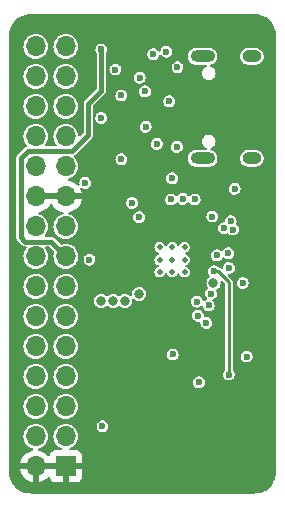
<source format=gbr>
%TF.GenerationSoftware,KiCad,Pcbnew,6.0.1-79c1e3a40b~116~ubuntu20.04.1*%
%TF.CreationDate,2022-02-18T15:29:32+02:00*%
%TF.ProjectId,colorlight-usb-phy-pmod,636f6c6f-726c-4696-9768-742d7573622d,rev?*%
%TF.SameCoordinates,Original*%
%TF.FileFunction,Copper,L3,Inr*%
%TF.FilePolarity,Positive*%
%FSLAX46Y46*%
G04 Gerber Fmt 4.6, Leading zero omitted, Abs format (unit mm)*
G04 Created by KiCad (PCBNEW 6.0.1-79c1e3a40b~116~ubuntu20.04.1) date 2022-02-18 15:29:32*
%MOMM*%
%LPD*%
G01*
G04 APERTURE LIST*
%TA.AperFunction,ComponentPad*%
%ADD10C,0.500000*%
%TD*%
%TA.AperFunction,ComponentPad*%
%ADD11O,2.100000X1.000000*%
%TD*%
%TA.AperFunction,ComponentPad*%
%ADD12O,1.600000X1.000000*%
%TD*%
%TA.AperFunction,ComponentPad*%
%ADD13R,1.700000X1.700000*%
%TD*%
%TA.AperFunction,ComponentPad*%
%ADD14O,1.700000X1.700000*%
%TD*%
%TA.AperFunction,ViaPad*%
%ADD15C,0.600000*%
%TD*%
%TA.AperFunction,ViaPad*%
%ADD16C,0.800000*%
%TD*%
%TA.AperFunction,Conductor*%
%ADD17C,0.250000*%
%TD*%
%TA.AperFunction,Conductor*%
%ADD18C,0.400000*%
%TD*%
G04 APERTURE END LIST*
D10*
%TO.N,GND*%
%TO.C,U1*%
X50950000Y-105000000D03*
X52000000Y-103950000D03*
X52000000Y-106050000D03*
X53050000Y-105000000D03*
X53050000Y-103950000D03*
X53050000Y-106050000D03*
X50950000Y-103950000D03*
X50950000Y-106050000D03*
X52000000Y-105000000D03*
%TD*%
D11*
%TO.N,GND*%
%TO.C,P1*%
X54570000Y-87780000D03*
D12*
X58750000Y-87780000D03*
D11*
X54570000Y-96420000D03*
D12*
X58750000Y-96420000D03*
%TD*%
D13*
%TO.N,+3V3*%
%TO.C,J1*%
X43000000Y-122500000D03*
D14*
X40460000Y-122500000D03*
%TO.N,GND*%
X43000000Y-119960000D03*
X40460000Y-119960000D03*
%TO.N,/D0*%
X43000000Y-117420000D03*
%TO.N,/D4*%
X40460000Y-117420000D03*
%TO.N,/D1*%
X43000000Y-114880000D03*
%TO.N,/D5*%
X40460000Y-114880000D03*
%TO.N,/D2*%
X43000000Y-112340000D03*
%TO.N,/D6*%
X40460000Y-112340000D03*
%TO.N,/D3*%
X43000000Y-109800000D03*
%TO.N,/D7*%
X40460000Y-109800000D03*
%TO.N,unconnected-(J1-Pad13)*%
X43000000Y-107260000D03*
%TO.N,unconnected-(J1-Pad14)*%
X40460000Y-107260000D03*
%TO.N,+5V*%
X43000000Y-104720000D03*
%TO.N,unconnected-(J1-Pad16)*%
X40460000Y-104720000D03*
%TO.N,unconnected-(J1-Pad17)*%
X43000000Y-102180000D03*
%TO.N,unconnected-(J1-Pad18)*%
X40460000Y-102180000D03*
%TO.N,+3V3*%
X43000000Y-99640000D03*
X40460000Y-99640000D03*
%TO.N,GND*%
X43000000Y-97100000D03*
X40460000Y-97100000D03*
%TO.N,/RST*%
X43000000Y-94560000D03*
%TO.N,/CLKOUT*%
X40460000Y-94560000D03*
%TO.N,/REFCLK*%
X43000000Y-92020000D03*
%TO.N,/NXT*%
X40460000Y-92020000D03*
%TO.N,unconnected-(J1-Pad27)*%
X43000000Y-89480000D03*
%TO.N,/DIR*%
X40460000Y-89480000D03*
%TO.N,/USR_LED*%
X43000000Y-86940000D03*
%TO.N,/STP*%
X40460000Y-86940000D03*
%TD*%
D15*
%TO.N,GND*%
X54200000Y-109750000D03*
X55100000Y-108875000D03*
X57975000Y-106975000D03*
%TO.N,+3V3*%
X56120000Y-110375000D03*
%TO.N,+1V8*%
X55539459Y-105968020D03*
X56795000Y-114725000D03*
%TO.N,GND*%
X54270000Y-115375000D03*
X54895000Y-110350000D03*
%TO.N,+3V3*%
X54600000Y-101750000D03*
X52900000Y-108650000D03*
X56200000Y-85100000D03*
X59550000Y-101850000D03*
%TO.N,/RST*%
X49200000Y-101400000D03*
X55789749Y-104624500D03*
D16*
%TO.N,/STP*%
X55500000Y-107000000D03*
D15*
%TO.N,/DIR*%
X55293979Y-107875591D03*
%TO.N,/NXT*%
X54100000Y-108550000D03*
X44650000Y-98500000D03*
D16*
%TO.N,/CLKOUT*%
X49200000Y-107900000D03*
%TO.N,/D4*%
X48000000Y-108500000D03*
%TO.N,/D5*%
X47000000Y-108500000D03*
%TO.N,/D6*%
X46000000Y-108500000D03*
D15*
%TO.N,GND*%
X57150000Y-102450000D03*
X47700000Y-96500000D03*
X45000000Y-105000000D03*
X52450000Y-88700000D03*
X50700000Y-95200000D03*
X57300000Y-99000000D03*
X49750000Y-93750000D03*
X58300000Y-113200000D03*
X47700000Y-91100000D03*
X52400000Y-95450000D03*
X51900000Y-99900000D03*
X49700000Y-90750000D03*
X53900000Y-99900000D03*
X46000000Y-93000000D03*
X52050000Y-113025000D03*
X47200000Y-88900000D03*
X56400000Y-102350000D03*
X52900000Y-99850000D03*
X56950000Y-101750000D03*
X46100000Y-119100000D03*
X48600000Y-100200000D03*
X56800000Y-105700000D03*
X51500000Y-87400000D03*
X51760000Y-91580000D03*
X52000000Y-98100000D03*
%TO.N,Net-(JP1-Pad1)*%
X56750000Y-104450000D03*
%TO.N,VBUS*%
X50400000Y-87600000D03*
%TO.N,Net-(R2-Pad1)*%
X49250000Y-89600000D03*
X55400000Y-101350000D03*
%TO.N,+5V*%
X46000000Y-87200000D03*
%TD*%
D17*
%TO.N,+1V8*%
X55539459Y-105968020D02*
X55868020Y-105968020D01*
X55868020Y-105968020D02*
X56800000Y-106900000D01*
X56800000Y-106900000D02*
X56800000Y-114720000D01*
X56800000Y-114720000D02*
X56795000Y-114725000D01*
D18*
%TO.N,+5V*%
X46000000Y-90700000D02*
X44900000Y-91800000D01*
X44900000Y-94427076D02*
X43517565Y-95809511D01*
X46000000Y-87200000D02*
X46000000Y-90700000D01*
X43517565Y-95809511D02*
X39790489Y-95809511D01*
X39790489Y-95809511D02*
X39210489Y-96389511D01*
X39570489Y-103470489D02*
X41750489Y-103470489D01*
X41750489Y-103470489D02*
X43000000Y-104720000D01*
X39210489Y-96389511D02*
X39210489Y-103110489D01*
X44900000Y-91800000D02*
X44900000Y-94427076D01*
X39210489Y-103110489D02*
X39570489Y-103470489D01*
%TD*%
%TA.AperFunction,Conductor*%
%TO.N,+3V3*%
G36*
X58988227Y-84202518D02*
G01*
X58999642Y-84205143D01*
X59010517Y-84202682D01*
X59021664Y-84202702D01*
X59021664Y-84202863D01*
X59031669Y-84202076D01*
X59103759Y-84206801D01*
X59228475Y-84214975D01*
X59241302Y-84216663D01*
X59459516Y-84260068D01*
X59472016Y-84263418D01*
X59682691Y-84334933D01*
X59694653Y-84339889D01*
X59776954Y-84380475D01*
X59894180Y-84438284D01*
X59905386Y-84444753D01*
X60090385Y-84568365D01*
X60100639Y-84576233D01*
X60267914Y-84722930D01*
X60277069Y-84732085D01*
X60423767Y-84899361D01*
X60431635Y-84909615D01*
X60555247Y-85094614D01*
X60561716Y-85105820D01*
X60660111Y-85305346D01*
X60665067Y-85317309D01*
X60736581Y-85527980D01*
X60739933Y-85540489D01*
X60783336Y-85758691D01*
X60785025Y-85771523D01*
X60797891Y-85967816D01*
X60797101Y-85977628D01*
X60797375Y-85977628D01*
X60797355Y-85988778D01*
X60794857Y-85999642D01*
X60797317Y-86010514D01*
X60797317Y-86010516D01*
X60797559Y-86011583D01*
X60800000Y-86033432D01*
X60800000Y-122966040D01*
X60797482Y-122988227D01*
X60794857Y-122999642D01*
X60797318Y-123010517D01*
X60797298Y-123021664D01*
X60797137Y-123021664D01*
X60797924Y-123031669D01*
X60785026Y-123228469D01*
X60783337Y-123241302D01*
X60739933Y-123459511D01*
X60736582Y-123472016D01*
X60688511Y-123613629D01*
X60665067Y-123682691D01*
X60660111Y-123694654D01*
X60561716Y-123894180D01*
X60555247Y-123905386D01*
X60431635Y-124090385D01*
X60423767Y-124100639D01*
X60291003Y-124252027D01*
X60277070Y-124267914D01*
X60267915Y-124277069D01*
X60100639Y-124423767D01*
X60090385Y-124431635D01*
X59905386Y-124555247D01*
X59894180Y-124561716D01*
X59715697Y-124649734D01*
X59694654Y-124660111D01*
X59682692Y-124665067D01*
X59472016Y-124736582D01*
X59459516Y-124739932D01*
X59241302Y-124783337D01*
X59228477Y-124785025D01*
X59032181Y-124797891D01*
X59022372Y-124797101D01*
X59022372Y-124797375D01*
X59011222Y-124797355D01*
X59000358Y-124794857D01*
X58989486Y-124797317D01*
X58989484Y-124797317D01*
X58988417Y-124797559D01*
X58966568Y-124800000D01*
X40033960Y-124800000D01*
X40011773Y-124797482D01*
X40000358Y-124794857D01*
X39989483Y-124797318D01*
X39978336Y-124797298D01*
X39978336Y-124797137D01*
X39968331Y-124797924D01*
X39896241Y-124793199D01*
X39771525Y-124785025D01*
X39758698Y-124783337D01*
X39540484Y-124739932D01*
X39527984Y-124736582D01*
X39317308Y-124665067D01*
X39305346Y-124660111D01*
X39284304Y-124649734D01*
X39105820Y-124561716D01*
X39094614Y-124555247D01*
X38909615Y-124431635D01*
X38899361Y-124423767D01*
X38732085Y-124277069D01*
X38722930Y-124267914D01*
X38708997Y-124252027D01*
X38576233Y-124100639D01*
X38568365Y-124090385D01*
X38444753Y-123905386D01*
X38438284Y-123894180D01*
X38339889Y-123694654D01*
X38334933Y-123682691D01*
X38311489Y-123613629D01*
X38263418Y-123472016D01*
X38260067Y-123459511D01*
X38216663Y-123241302D01*
X38214974Y-123228470D01*
X38207725Y-123117860D01*
X38202109Y-123032181D01*
X38202899Y-123022372D01*
X38202625Y-123022372D01*
X38202645Y-123011222D01*
X38205143Y-123000358D01*
X38202683Y-122989486D01*
X38202683Y-122989484D01*
X38202441Y-122988417D01*
X38200000Y-122966568D01*
X38200000Y-122767014D01*
X39128043Y-122767014D01*
X39158807Y-122903524D01*
X39161231Y-122911258D01*
X39242183Y-123110620D01*
X39245840Y-123117860D01*
X39358266Y-123301322D01*
X39363056Y-123307867D01*
X39503935Y-123470502D01*
X39509729Y-123476176D01*
X39675292Y-123613629D01*
X39681921Y-123618270D01*
X39867713Y-123726838D01*
X39875008Y-123730334D01*
X40076038Y-123807099D01*
X40083808Y-123809357D01*
X40190637Y-123831091D01*
X40203846Y-123829586D01*
X40206000Y-123821405D01*
X40206000Y-123820952D01*
X40714000Y-123820952D01*
X40718122Y-123833637D01*
X40719650Y-123834748D01*
X40724884Y-123835238D01*
X40739291Y-123833392D01*
X40747200Y-123831710D01*
X40953304Y-123769876D01*
X40960852Y-123766918D01*
X41154087Y-123672253D01*
X41161046Y-123668104D01*
X41336231Y-123543148D01*
X41342412Y-123537924D01*
X41480406Y-123400410D01*
X41534971Y-123372727D01*
X41595387Y-123382404D01*
X41638576Y-123425744D01*
X41645274Y-123448322D01*
X41646642Y-123447997D01*
X41650927Y-123466020D01*
X41697351Y-123589855D01*
X41704059Y-123602108D01*
X41782863Y-123707256D01*
X41792744Y-123717137D01*
X41897892Y-123795941D01*
X41910145Y-123802649D01*
X42033978Y-123849072D01*
X42045967Y-123851923D01*
X42099252Y-123857711D01*
X42104586Y-123858000D01*
X42730320Y-123858000D01*
X42743005Y-123853878D01*
X42746000Y-123849757D01*
X42746000Y-123842319D01*
X43254000Y-123842319D01*
X43258122Y-123855004D01*
X43262243Y-123857999D01*
X43895411Y-123857999D01*
X43900751Y-123857710D01*
X43954035Y-123851922D01*
X43966020Y-123849073D01*
X44089855Y-123802649D01*
X44102108Y-123795941D01*
X44207256Y-123717137D01*
X44217137Y-123707256D01*
X44295941Y-123602108D01*
X44302649Y-123589855D01*
X44349072Y-123466022D01*
X44351923Y-123454033D01*
X44357711Y-123400748D01*
X44358000Y-123395414D01*
X44358000Y-122769680D01*
X44353878Y-122756995D01*
X44349757Y-122754000D01*
X43269680Y-122754000D01*
X43256995Y-122758122D01*
X43254000Y-122762243D01*
X43254000Y-123842319D01*
X42746000Y-123842319D01*
X42746000Y-122769680D01*
X42741878Y-122756995D01*
X42737757Y-122754000D01*
X40729680Y-122754000D01*
X40716995Y-122758122D01*
X40714000Y-122762243D01*
X40714000Y-123820952D01*
X40206000Y-123820952D01*
X40206000Y-122769680D01*
X40201878Y-122756995D01*
X40197757Y-122754000D01*
X39140790Y-122754000D01*
X39128460Y-122758006D01*
X39128043Y-122767014D01*
X38200000Y-122767014D01*
X38200000Y-122235384D01*
X39124056Y-122235384D01*
X39125756Y-122243462D01*
X39127566Y-122245098D01*
X39131792Y-122246000D01*
X44342319Y-122246000D01*
X44355004Y-122241878D01*
X44357999Y-122237757D01*
X44357999Y-121604589D01*
X44357710Y-121599249D01*
X44351922Y-121545965D01*
X44349073Y-121533980D01*
X44302649Y-121410145D01*
X44295941Y-121397892D01*
X44217137Y-121292744D01*
X44207256Y-121282863D01*
X44102108Y-121204059D01*
X44089855Y-121197351D01*
X43966022Y-121150928D01*
X43954033Y-121148077D01*
X43900748Y-121142289D01*
X43895414Y-121142000D01*
X43395804Y-121142000D01*
X43337613Y-121123093D01*
X43301649Y-121073593D01*
X43301649Y-121012407D01*
X43337613Y-120962907D01*
X43369179Y-120947648D01*
X43381725Y-120944145D01*
X43386038Y-120941966D01*
X43386044Y-120941964D01*
X43561289Y-120853441D01*
X43561291Y-120853440D01*
X43565610Y-120851258D01*
X43600943Y-120823653D01*
X43724135Y-120727406D01*
X43724139Y-120727402D01*
X43727951Y-120724424D01*
X43862564Y-120568472D01*
X43881231Y-120535613D01*
X43961934Y-120393550D01*
X43961935Y-120393547D01*
X43964323Y-120389344D01*
X43977882Y-120348586D01*
X44027824Y-120198454D01*
X44027824Y-120198452D01*
X44029351Y-120193863D01*
X44055171Y-119989474D01*
X44055583Y-119960000D01*
X44035480Y-119754970D01*
X43975935Y-119557749D01*
X43879218Y-119375849D01*
X43749011Y-119216200D01*
X43618864Y-119108533D01*
X43601083Y-119093823D01*
X45594391Y-119093823D01*
X45595306Y-119100820D01*
X45595306Y-119100821D01*
X45596814Y-119112354D01*
X45612980Y-119235979D01*
X45615821Y-119242435D01*
X45615821Y-119242436D01*
X45623586Y-119260082D01*
X45670720Y-119367203D01*
X45681583Y-119380126D01*
X45758431Y-119471549D01*
X45758434Y-119471551D01*
X45762970Y-119476948D01*
X45768841Y-119480856D01*
X45768842Y-119480857D01*
X45781143Y-119489045D01*
X45882313Y-119556390D01*
X45982920Y-119587821D01*
X46012425Y-119597039D01*
X46012426Y-119597039D01*
X46019157Y-119599142D01*
X46090828Y-119600456D01*
X46155445Y-119601641D01*
X46155447Y-119601641D01*
X46162499Y-119601770D01*
X46169302Y-119599915D01*
X46169304Y-119599915D01*
X46244503Y-119579413D01*
X46300817Y-119564060D01*
X46422991Y-119489045D01*
X46430403Y-119480857D01*
X46514468Y-119387982D01*
X46519200Y-119382754D01*
X46581710Y-119253733D01*
X46585875Y-119228982D01*
X46604862Y-119116124D01*
X46604862Y-119116120D01*
X46605496Y-119112354D01*
X46605647Y-119100000D01*
X46585323Y-118958082D01*
X46525984Y-118827572D01*
X46432400Y-118718963D01*
X46312095Y-118640985D01*
X46174739Y-118599907D01*
X46091497Y-118599398D01*
X46038427Y-118599074D01*
X46038426Y-118599074D01*
X46031376Y-118599031D01*
X46024599Y-118600968D01*
X46024598Y-118600968D01*
X45900309Y-118636490D01*
X45900307Y-118636491D01*
X45893529Y-118638428D01*
X45772280Y-118714930D01*
X45767613Y-118720214D01*
X45767611Y-118720216D01*
X45682044Y-118817103D01*
X45682042Y-118817105D01*
X45677377Y-118822388D01*
X45616447Y-118952163D01*
X45615362Y-118959132D01*
X45615361Y-118959135D01*
X45611039Y-118986897D01*
X45594391Y-119093823D01*
X43601083Y-119093823D01*
X43594002Y-119087965D01*
X43594000Y-119087964D01*
X43590275Y-119084882D01*
X43409055Y-118986897D01*
X43338530Y-118965066D01*
X43216875Y-118927407D01*
X43216871Y-118927406D01*
X43212254Y-118925977D01*
X43207446Y-118925472D01*
X43207443Y-118925471D01*
X43012185Y-118904949D01*
X43012183Y-118904949D01*
X43007369Y-118904443D01*
X42947354Y-118909905D01*
X42807022Y-118922675D01*
X42807017Y-118922676D01*
X42802203Y-118923114D01*
X42604572Y-118981280D01*
X42600288Y-118983519D01*
X42600287Y-118983520D01*
X42589428Y-118989197D01*
X42422002Y-119076726D01*
X42408023Y-119087965D01*
X42265220Y-119202781D01*
X42265217Y-119202783D01*
X42261447Y-119205815D01*
X42258333Y-119209526D01*
X42258332Y-119209527D01*
X42242008Y-119228982D01*
X42129024Y-119363630D01*
X42126689Y-119367878D01*
X42126688Y-119367879D01*
X42115636Y-119387982D01*
X42029776Y-119544162D01*
X42028313Y-119548775D01*
X42028311Y-119548779D01*
X41974413Y-119718689D01*
X41967484Y-119740532D01*
X41966944Y-119745344D01*
X41966944Y-119745345D01*
X41965865Y-119754970D01*
X41944520Y-119945262D01*
X41961759Y-120150553D01*
X42018544Y-120348586D01*
X42112712Y-120531818D01*
X42240677Y-120693270D01*
X42244357Y-120696402D01*
X42244359Y-120696404D01*
X42357017Y-120792283D01*
X42397564Y-120826791D01*
X42401787Y-120829151D01*
X42401791Y-120829154D01*
X42441342Y-120851258D01*
X42577398Y-120927297D01*
X42581999Y-120928792D01*
X42582006Y-120928795D01*
X42643718Y-120948847D01*
X42693218Y-120984811D01*
X42712125Y-121043001D01*
X42693217Y-121101192D01*
X42643717Y-121137156D01*
X42613125Y-121142001D01*
X42104589Y-121142001D01*
X42099249Y-121142290D01*
X42045965Y-121148078D01*
X42033980Y-121150927D01*
X41910145Y-121197351D01*
X41897892Y-121204059D01*
X41792744Y-121282863D01*
X41782863Y-121292744D01*
X41704059Y-121397892D01*
X41697351Y-121410145D01*
X41650928Y-121533978D01*
X41646642Y-121552003D01*
X41644729Y-121551548D01*
X41623264Y-121599311D01*
X41570170Y-121629719D01*
X41509342Y-121623111D01*
X41476701Y-121599439D01*
X41392065Y-121506426D01*
X41386139Y-121500899D01*
X41217269Y-121367534D01*
X41210525Y-121363054D01*
X41022141Y-121259060D01*
X41014749Y-121255738D01*
X40811920Y-121183912D01*
X40804081Y-121181841D01*
X40734589Y-121169463D01*
X40680616Y-121140644D01*
X40653890Y-121085605D01*
X40664619Y-121025367D01*
X40708706Y-120982941D01*
X40725327Y-120976644D01*
X40774527Y-120962907D01*
X40841725Y-120944145D01*
X40846038Y-120941966D01*
X40846044Y-120941964D01*
X41021289Y-120853441D01*
X41021291Y-120853440D01*
X41025610Y-120851258D01*
X41060943Y-120823653D01*
X41184135Y-120727406D01*
X41184139Y-120727402D01*
X41187951Y-120724424D01*
X41322564Y-120568472D01*
X41341231Y-120535613D01*
X41421934Y-120393550D01*
X41421935Y-120393547D01*
X41424323Y-120389344D01*
X41437882Y-120348586D01*
X41487824Y-120198454D01*
X41487824Y-120198452D01*
X41489351Y-120193863D01*
X41515171Y-119989474D01*
X41515583Y-119960000D01*
X41495480Y-119754970D01*
X41435935Y-119557749D01*
X41339218Y-119375849D01*
X41209011Y-119216200D01*
X41078864Y-119108533D01*
X41054002Y-119087965D01*
X41054000Y-119087964D01*
X41050275Y-119084882D01*
X40869055Y-118986897D01*
X40798530Y-118965066D01*
X40676875Y-118927407D01*
X40676871Y-118927406D01*
X40672254Y-118925977D01*
X40667446Y-118925472D01*
X40667443Y-118925471D01*
X40472185Y-118904949D01*
X40472183Y-118904949D01*
X40467369Y-118904443D01*
X40407354Y-118909905D01*
X40267022Y-118922675D01*
X40267017Y-118922676D01*
X40262203Y-118923114D01*
X40064572Y-118981280D01*
X40060288Y-118983519D01*
X40060287Y-118983520D01*
X40049428Y-118989197D01*
X39882002Y-119076726D01*
X39868023Y-119087965D01*
X39725220Y-119202781D01*
X39725217Y-119202783D01*
X39721447Y-119205815D01*
X39718333Y-119209526D01*
X39718332Y-119209527D01*
X39702008Y-119228982D01*
X39589024Y-119363630D01*
X39586689Y-119367878D01*
X39586688Y-119367879D01*
X39575636Y-119387982D01*
X39489776Y-119544162D01*
X39488313Y-119548775D01*
X39488311Y-119548779D01*
X39434413Y-119718689D01*
X39427484Y-119740532D01*
X39426944Y-119745344D01*
X39426944Y-119745345D01*
X39425865Y-119754970D01*
X39404520Y-119945262D01*
X39421759Y-120150553D01*
X39478544Y-120348586D01*
X39572712Y-120531818D01*
X39700677Y-120693270D01*
X39704357Y-120696402D01*
X39704359Y-120696404D01*
X39817017Y-120792283D01*
X39857564Y-120826791D01*
X39861787Y-120829151D01*
X39861791Y-120829154D01*
X39901342Y-120851258D01*
X40037398Y-120927297D01*
X40191944Y-120977512D01*
X40241444Y-121013476D01*
X40260351Y-121071667D01*
X40241444Y-121129858D01*
X40191944Y-121165822D01*
X40176327Y-121169528D01*
X40148226Y-121173828D01*
X40140341Y-121175707D01*
X39935807Y-121242558D01*
X39928350Y-121245693D01*
X39737479Y-121345054D01*
X39730627Y-121349369D01*
X39558544Y-121478573D01*
X39552491Y-121483947D01*
X39403830Y-121639513D01*
X39398727Y-121645814D01*
X39277466Y-121823575D01*
X39273468Y-121830613D01*
X39182871Y-122025790D01*
X39180073Y-122033394D01*
X39124056Y-122235384D01*
X38200000Y-122235384D01*
X38200000Y-117405262D01*
X39404520Y-117405262D01*
X39421759Y-117610553D01*
X39478544Y-117808586D01*
X39572712Y-117991818D01*
X39700677Y-118153270D01*
X39704357Y-118156402D01*
X39704359Y-118156404D01*
X39817017Y-118252283D01*
X39857564Y-118286791D01*
X39861787Y-118289151D01*
X39861791Y-118289154D01*
X39901342Y-118311258D01*
X40037398Y-118387297D01*
X40041996Y-118388791D01*
X40228724Y-118449463D01*
X40228726Y-118449464D01*
X40233329Y-118450959D01*
X40437894Y-118475351D01*
X40442716Y-118474980D01*
X40442719Y-118474980D01*
X40510541Y-118469761D01*
X40643300Y-118459546D01*
X40841725Y-118404145D01*
X40846038Y-118401966D01*
X40846044Y-118401964D01*
X41021289Y-118313441D01*
X41021291Y-118313440D01*
X41025610Y-118311258D01*
X41060943Y-118283653D01*
X41184135Y-118187406D01*
X41184139Y-118187402D01*
X41187951Y-118184424D01*
X41322564Y-118028472D01*
X41341231Y-117995613D01*
X41421934Y-117853550D01*
X41421935Y-117853547D01*
X41424323Y-117849344D01*
X41437882Y-117808586D01*
X41487824Y-117658454D01*
X41487824Y-117658452D01*
X41489351Y-117653863D01*
X41515171Y-117449474D01*
X41515583Y-117420000D01*
X41514138Y-117405262D01*
X41944520Y-117405262D01*
X41961759Y-117610553D01*
X42018544Y-117808586D01*
X42112712Y-117991818D01*
X42240677Y-118153270D01*
X42244357Y-118156402D01*
X42244359Y-118156404D01*
X42357017Y-118252283D01*
X42397564Y-118286791D01*
X42401787Y-118289151D01*
X42401791Y-118289154D01*
X42441342Y-118311258D01*
X42577398Y-118387297D01*
X42581996Y-118388791D01*
X42768724Y-118449463D01*
X42768726Y-118449464D01*
X42773329Y-118450959D01*
X42977894Y-118475351D01*
X42982716Y-118474980D01*
X42982719Y-118474980D01*
X43050541Y-118469761D01*
X43183300Y-118459546D01*
X43381725Y-118404145D01*
X43386038Y-118401966D01*
X43386044Y-118401964D01*
X43561289Y-118313441D01*
X43561291Y-118313440D01*
X43565610Y-118311258D01*
X43600943Y-118283653D01*
X43724135Y-118187406D01*
X43724139Y-118187402D01*
X43727951Y-118184424D01*
X43862564Y-118028472D01*
X43881231Y-117995613D01*
X43961934Y-117853550D01*
X43961935Y-117853547D01*
X43964323Y-117849344D01*
X43977882Y-117808586D01*
X44027824Y-117658454D01*
X44027824Y-117658452D01*
X44029351Y-117653863D01*
X44055171Y-117449474D01*
X44055583Y-117420000D01*
X44035480Y-117214970D01*
X43975935Y-117017749D01*
X43879218Y-116835849D01*
X43749011Y-116676200D01*
X43590275Y-116544882D01*
X43409055Y-116446897D01*
X43345855Y-116427333D01*
X43216875Y-116387407D01*
X43216871Y-116387406D01*
X43212254Y-116385977D01*
X43207446Y-116385472D01*
X43207443Y-116385471D01*
X43012185Y-116364949D01*
X43012183Y-116364949D01*
X43007369Y-116364443D01*
X42947354Y-116369905D01*
X42807022Y-116382675D01*
X42807017Y-116382676D01*
X42802203Y-116383114D01*
X42604572Y-116441280D01*
X42600288Y-116443519D01*
X42600287Y-116443520D01*
X42589428Y-116449197D01*
X42422002Y-116536726D01*
X42418231Y-116539758D01*
X42265220Y-116662781D01*
X42265217Y-116662783D01*
X42261447Y-116665815D01*
X42258333Y-116669526D01*
X42258332Y-116669527D01*
X42249585Y-116679952D01*
X42129024Y-116823630D01*
X42126689Y-116827878D01*
X42126688Y-116827879D01*
X42119955Y-116840126D01*
X42029776Y-117004162D01*
X41967484Y-117200532D01*
X41966944Y-117205344D01*
X41966944Y-117205345D01*
X41965865Y-117214970D01*
X41944520Y-117405262D01*
X41514138Y-117405262D01*
X41495480Y-117214970D01*
X41435935Y-117017749D01*
X41339218Y-116835849D01*
X41209011Y-116676200D01*
X41050275Y-116544882D01*
X40869055Y-116446897D01*
X40805855Y-116427333D01*
X40676875Y-116387407D01*
X40676871Y-116387406D01*
X40672254Y-116385977D01*
X40667446Y-116385472D01*
X40667443Y-116385471D01*
X40472185Y-116364949D01*
X40472183Y-116364949D01*
X40467369Y-116364443D01*
X40407354Y-116369905D01*
X40267022Y-116382675D01*
X40267017Y-116382676D01*
X40262203Y-116383114D01*
X40064572Y-116441280D01*
X40060288Y-116443519D01*
X40060287Y-116443520D01*
X40049428Y-116449197D01*
X39882002Y-116536726D01*
X39878231Y-116539758D01*
X39725220Y-116662781D01*
X39725217Y-116662783D01*
X39721447Y-116665815D01*
X39718333Y-116669526D01*
X39718332Y-116669527D01*
X39709585Y-116679952D01*
X39589024Y-116823630D01*
X39586689Y-116827878D01*
X39586688Y-116827879D01*
X39579955Y-116840126D01*
X39489776Y-117004162D01*
X39427484Y-117200532D01*
X39426944Y-117205344D01*
X39426944Y-117205345D01*
X39425865Y-117214970D01*
X39404520Y-117405262D01*
X38200000Y-117405262D01*
X38200000Y-114865262D01*
X39404520Y-114865262D01*
X39408000Y-114906699D01*
X39416925Y-115012982D01*
X39421759Y-115070553D01*
X39423092Y-115075201D01*
X39423092Y-115075202D01*
X39466022Y-115224915D01*
X39478544Y-115268586D01*
X39572712Y-115451818D01*
X39700677Y-115613270D01*
X39704357Y-115616402D01*
X39704359Y-115616404D01*
X39817017Y-115712283D01*
X39857564Y-115746791D01*
X39861787Y-115749151D01*
X39861791Y-115749154D01*
X39901342Y-115771258D01*
X40037398Y-115847297D01*
X40041996Y-115848791D01*
X40228724Y-115909463D01*
X40228726Y-115909464D01*
X40233329Y-115910959D01*
X40437894Y-115935351D01*
X40442716Y-115934980D01*
X40442719Y-115934980D01*
X40510541Y-115929761D01*
X40643300Y-115919546D01*
X40841725Y-115864145D01*
X40846038Y-115861966D01*
X40846044Y-115861964D01*
X41021289Y-115773441D01*
X41021291Y-115773440D01*
X41025610Y-115771258D01*
X41041538Y-115758814D01*
X41184135Y-115647406D01*
X41184139Y-115647402D01*
X41187951Y-115644424D01*
X41322564Y-115488472D01*
X41341231Y-115455613D01*
X41421934Y-115313550D01*
X41421935Y-115313547D01*
X41424323Y-115309344D01*
X41437882Y-115268586D01*
X41487824Y-115118454D01*
X41487824Y-115118452D01*
X41489351Y-115113863D01*
X41490363Y-115105857D01*
X41514604Y-114913964D01*
X41515171Y-114909474D01*
X41515583Y-114880000D01*
X41515084Y-114874907D01*
X41514138Y-114865262D01*
X41944520Y-114865262D01*
X41948000Y-114906699D01*
X41956925Y-115012982D01*
X41961759Y-115070553D01*
X41963092Y-115075201D01*
X41963092Y-115075202D01*
X42006022Y-115224915D01*
X42018544Y-115268586D01*
X42112712Y-115451818D01*
X42240677Y-115613270D01*
X42244357Y-115616402D01*
X42244359Y-115616404D01*
X42357017Y-115712283D01*
X42397564Y-115746791D01*
X42401787Y-115749151D01*
X42401791Y-115749154D01*
X42441342Y-115771258D01*
X42577398Y-115847297D01*
X42581996Y-115848791D01*
X42768724Y-115909463D01*
X42768726Y-115909464D01*
X42773329Y-115910959D01*
X42977894Y-115935351D01*
X42982716Y-115934980D01*
X42982719Y-115934980D01*
X43050541Y-115929761D01*
X43183300Y-115919546D01*
X43381725Y-115864145D01*
X43386038Y-115861966D01*
X43386044Y-115861964D01*
X43561289Y-115773441D01*
X43561291Y-115773440D01*
X43565610Y-115771258D01*
X43581538Y-115758814D01*
X43724135Y-115647406D01*
X43724139Y-115647402D01*
X43727951Y-115644424D01*
X43862564Y-115488472D01*
X43881231Y-115455613D01*
X43930535Y-115368823D01*
X53764391Y-115368823D01*
X53765306Y-115375820D01*
X53765306Y-115375821D01*
X53766814Y-115387354D01*
X53782980Y-115510979D01*
X53785821Y-115517435D01*
X53785821Y-115517436D01*
X53793586Y-115535082D01*
X53840720Y-115642203D01*
X53853792Y-115657754D01*
X53928431Y-115746549D01*
X53928434Y-115746551D01*
X53932970Y-115751948D01*
X53938841Y-115755856D01*
X53938842Y-115755857D01*
X53951143Y-115764045D01*
X54052313Y-115831390D01*
X54108012Y-115848791D01*
X54182425Y-115872039D01*
X54182426Y-115872039D01*
X54189157Y-115874142D01*
X54260828Y-115875456D01*
X54325445Y-115876641D01*
X54325447Y-115876641D01*
X54332499Y-115876770D01*
X54339302Y-115874915D01*
X54339304Y-115874915D01*
X54449264Y-115844936D01*
X54470817Y-115839060D01*
X54592991Y-115764045D01*
X54600403Y-115755857D01*
X54684468Y-115662982D01*
X54689200Y-115657754D01*
X54751710Y-115528733D01*
X54755875Y-115503982D01*
X54774862Y-115391124D01*
X54774862Y-115391120D01*
X54775496Y-115387354D01*
X54775647Y-115375000D01*
X54755323Y-115233082D01*
X54702879Y-115117737D01*
X54698905Y-115108996D01*
X54698904Y-115108995D01*
X54695984Y-115102572D01*
X54602400Y-114993963D01*
X54482095Y-114915985D01*
X54344739Y-114874907D01*
X54261497Y-114874398D01*
X54208427Y-114874074D01*
X54208426Y-114874074D01*
X54201376Y-114874031D01*
X54194599Y-114875968D01*
X54194598Y-114875968D01*
X54070309Y-114911490D01*
X54070307Y-114911491D01*
X54063529Y-114913428D01*
X53942280Y-114989930D01*
X53937613Y-114995214D01*
X53937611Y-114995216D01*
X53852044Y-115092103D01*
X53852042Y-115092105D01*
X53847377Y-115097388D01*
X53786447Y-115227163D01*
X53785362Y-115234132D01*
X53785361Y-115234135D01*
X53774366Y-115304755D01*
X53764391Y-115368823D01*
X43930535Y-115368823D01*
X43961934Y-115313550D01*
X43961935Y-115313547D01*
X43964323Y-115309344D01*
X43977882Y-115268586D01*
X44027824Y-115118454D01*
X44027824Y-115118452D01*
X44029351Y-115113863D01*
X44030363Y-115105857D01*
X44054604Y-114913964D01*
X44055171Y-114909474D01*
X44055583Y-114880000D01*
X44055084Y-114874907D01*
X44035952Y-114679780D01*
X44035951Y-114679776D01*
X44035480Y-114674970D01*
X43975935Y-114477749D01*
X43879218Y-114295849D01*
X43749011Y-114136200D01*
X43590275Y-114004882D01*
X43409055Y-113906897D01*
X43345855Y-113887333D01*
X43216875Y-113847407D01*
X43216871Y-113847406D01*
X43212254Y-113845977D01*
X43207446Y-113845472D01*
X43207443Y-113845471D01*
X43012185Y-113824949D01*
X43012183Y-113824949D01*
X43007369Y-113824443D01*
X42947354Y-113829905D01*
X42807022Y-113842675D01*
X42807017Y-113842676D01*
X42802203Y-113843114D01*
X42604572Y-113901280D01*
X42600288Y-113903519D01*
X42600287Y-113903520D01*
X42589428Y-113909197D01*
X42422002Y-113996726D01*
X42418231Y-113999758D01*
X42265220Y-114122781D01*
X42265217Y-114122783D01*
X42261447Y-114125815D01*
X42258333Y-114129526D01*
X42258332Y-114129527D01*
X42249585Y-114139952D01*
X42129024Y-114283630D01*
X42126689Y-114287878D01*
X42126688Y-114287879D01*
X42119955Y-114300126D01*
X42029776Y-114464162D01*
X41967484Y-114660532D01*
X41966944Y-114665344D01*
X41966944Y-114665345D01*
X41959296Y-114733533D01*
X41944520Y-114865262D01*
X41514138Y-114865262D01*
X41495952Y-114679780D01*
X41495951Y-114679776D01*
X41495480Y-114674970D01*
X41435935Y-114477749D01*
X41339218Y-114295849D01*
X41209011Y-114136200D01*
X41050275Y-114004882D01*
X40869055Y-113906897D01*
X40805855Y-113887333D01*
X40676875Y-113847407D01*
X40676871Y-113847406D01*
X40672254Y-113845977D01*
X40667446Y-113845472D01*
X40667443Y-113845471D01*
X40472185Y-113824949D01*
X40472183Y-113824949D01*
X40467369Y-113824443D01*
X40407354Y-113829905D01*
X40267022Y-113842675D01*
X40267017Y-113842676D01*
X40262203Y-113843114D01*
X40064572Y-113901280D01*
X40060288Y-113903519D01*
X40060287Y-113903520D01*
X40049428Y-113909197D01*
X39882002Y-113996726D01*
X39878231Y-113999758D01*
X39725220Y-114122781D01*
X39725217Y-114122783D01*
X39721447Y-114125815D01*
X39718333Y-114129526D01*
X39718332Y-114129527D01*
X39709585Y-114139952D01*
X39589024Y-114283630D01*
X39586689Y-114287878D01*
X39586688Y-114287879D01*
X39579955Y-114300126D01*
X39489776Y-114464162D01*
X39427484Y-114660532D01*
X39426944Y-114665344D01*
X39426944Y-114665345D01*
X39419296Y-114733533D01*
X39404520Y-114865262D01*
X38200000Y-114865262D01*
X38200000Y-112325262D01*
X39404520Y-112325262D01*
X39421759Y-112530553D01*
X39423092Y-112535201D01*
X39423092Y-112535202D01*
X39470625Y-112700968D01*
X39478544Y-112728586D01*
X39572712Y-112911818D01*
X39700677Y-113073270D01*
X39704357Y-113076402D01*
X39704359Y-113076404D01*
X39795513Y-113153982D01*
X39857564Y-113206791D01*
X39861787Y-113209151D01*
X39861791Y-113209154D01*
X39901342Y-113231258D01*
X40037398Y-113307297D01*
X40041996Y-113308791D01*
X40228724Y-113369463D01*
X40228726Y-113369464D01*
X40233329Y-113370959D01*
X40437894Y-113395351D01*
X40442716Y-113394980D01*
X40442719Y-113394980D01*
X40510541Y-113389761D01*
X40643300Y-113379546D01*
X40841725Y-113324145D01*
X40846038Y-113321966D01*
X40846044Y-113321964D01*
X41021289Y-113233441D01*
X41021291Y-113233440D01*
X41025610Y-113231258D01*
X41073525Y-113193823D01*
X41184135Y-113107406D01*
X41184139Y-113107402D01*
X41187951Y-113104424D01*
X41322564Y-112948472D01*
X41341231Y-112915613D01*
X41421934Y-112773550D01*
X41421935Y-112773547D01*
X41424323Y-112769344D01*
X41427766Y-112758996D01*
X41487824Y-112578454D01*
X41487824Y-112578452D01*
X41489351Y-112573863D01*
X41495402Y-112525968D01*
X41514823Y-112372228D01*
X41515171Y-112369474D01*
X41515583Y-112340000D01*
X41514138Y-112325262D01*
X41944520Y-112325262D01*
X41961759Y-112530553D01*
X41963092Y-112535201D01*
X41963092Y-112535202D01*
X42010625Y-112700968D01*
X42018544Y-112728586D01*
X42112712Y-112911818D01*
X42240677Y-113073270D01*
X42244357Y-113076402D01*
X42244359Y-113076404D01*
X42335513Y-113153982D01*
X42397564Y-113206791D01*
X42401787Y-113209151D01*
X42401791Y-113209154D01*
X42441342Y-113231258D01*
X42577398Y-113307297D01*
X42581996Y-113308791D01*
X42768724Y-113369463D01*
X42768726Y-113369464D01*
X42773329Y-113370959D01*
X42977894Y-113395351D01*
X42982716Y-113394980D01*
X42982719Y-113394980D01*
X43050541Y-113389761D01*
X43183300Y-113379546D01*
X43381725Y-113324145D01*
X43386038Y-113321966D01*
X43386044Y-113321964D01*
X43561289Y-113233441D01*
X43561291Y-113233440D01*
X43565610Y-113231258D01*
X43613525Y-113193823D01*
X43724135Y-113107406D01*
X43724139Y-113107402D01*
X43727951Y-113104424D01*
X43801839Y-113018823D01*
X51544391Y-113018823D01*
X51545306Y-113025820D01*
X51545306Y-113025821D01*
X51562065Y-113153982D01*
X51562980Y-113160979D01*
X51565821Y-113167435D01*
X51565821Y-113167436D01*
X51593904Y-113231258D01*
X51620720Y-113292203D01*
X51662945Y-113342436D01*
X51708431Y-113396549D01*
X51708434Y-113396551D01*
X51712970Y-113401948D01*
X51718841Y-113405856D01*
X51718842Y-113405857D01*
X51731143Y-113414045D01*
X51832313Y-113481390D01*
X51932920Y-113512821D01*
X51962425Y-113522039D01*
X51962426Y-113522039D01*
X51969157Y-113524142D01*
X52040828Y-113525456D01*
X52105445Y-113526641D01*
X52105447Y-113526641D01*
X52112499Y-113526770D01*
X52119302Y-113524915D01*
X52119304Y-113524915D01*
X52194503Y-113504413D01*
X52250817Y-113489060D01*
X52372991Y-113414045D01*
X52380403Y-113405857D01*
X52464468Y-113312982D01*
X52469200Y-113307754D01*
X52519636Y-113203653D01*
X52528634Y-113185082D01*
X52531710Y-113178733D01*
X52535875Y-113153982D01*
X52554862Y-113041124D01*
X52554862Y-113041120D01*
X52555496Y-113037354D01*
X52555647Y-113025000D01*
X52535323Y-112883082D01*
X52475984Y-112752572D01*
X52382400Y-112643963D01*
X52262095Y-112565985D01*
X52124739Y-112524907D01*
X52041497Y-112524398D01*
X51988427Y-112524074D01*
X51988426Y-112524074D01*
X51981376Y-112524031D01*
X51974599Y-112525968D01*
X51974598Y-112525968D01*
X51850309Y-112561490D01*
X51850307Y-112561491D01*
X51843529Y-112563428D01*
X51722280Y-112639930D01*
X51717613Y-112645214D01*
X51717611Y-112645216D01*
X51632044Y-112742103D01*
X51632042Y-112742105D01*
X51627377Y-112747388D01*
X51624381Y-112753770D01*
X51624380Y-112753771D01*
X51615094Y-112773550D01*
X51566447Y-112877163D01*
X51565362Y-112884132D01*
X51565361Y-112884135D01*
X51558598Y-112927572D01*
X51544391Y-113018823D01*
X43801839Y-113018823D01*
X43862564Y-112948472D01*
X43881231Y-112915613D01*
X43961934Y-112773550D01*
X43961935Y-112773547D01*
X43964323Y-112769344D01*
X43967766Y-112758996D01*
X44027824Y-112578454D01*
X44027824Y-112578452D01*
X44029351Y-112573863D01*
X44035402Y-112525968D01*
X44054823Y-112372228D01*
X44055171Y-112369474D01*
X44055583Y-112340000D01*
X44035480Y-112134970D01*
X43975935Y-111937749D01*
X43879218Y-111755849D01*
X43749011Y-111596200D01*
X43590275Y-111464882D01*
X43409055Y-111366897D01*
X43345855Y-111347333D01*
X43216875Y-111307407D01*
X43216871Y-111307406D01*
X43212254Y-111305977D01*
X43207446Y-111305472D01*
X43207443Y-111305471D01*
X43012185Y-111284949D01*
X43012183Y-111284949D01*
X43007369Y-111284443D01*
X42947354Y-111289905D01*
X42807022Y-111302675D01*
X42807017Y-111302676D01*
X42802203Y-111303114D01*
X42604572Y-111361280D01*
X42600288Y-111363519D01*
X42600287Y-111363520D01*
X42589428Y-111369197D01*
X42422002Y-111456726D01*
X42418231Y-111459758D01*
X42265220Y-111582781D01*
X42265217Y-111582783D01*
X42261447Y-111585815D01*
X42258333Y-111589526D01*
X42258332Y-111589527D01*
X42249585Y-111599952D01*
X42129024Y-111743630D01*
X42126689Y-111747878D01*
X42126688Y-111747879D01*
X42119955Y-111760126D01*
X42029776Y-111924162D01*
X41967484Y-112120532D01*
X41966944Y-112125344D01*
X41966944Y-112125345D01*
X41965865Y-112134970D01*
X41944520Y-112325262D01*
X41514138Y-112325262D01*
X41495480Y-112134970D01*
X41435935Y-111937749D01*
X41339218Y-111755849D01*
X41209011Y-111596200D01*
X41050275Y-111464882D01*
X40869055Y-111366897D01*
X40805855Y-111347333D01*
X40676875Y-111307407D01*
X40676871Y-111307406D01*
X40672254Y-111305977D01*
X40667446Y-111305472D01*
X40667443Y-111305471D01*
X40472185Y-111284949D01*
X40472183Y-111284949D01*
X40467369Y-111284443D01*
X40407354Y-111289905D01*
X40267022Y-111302675D01*
X40267017Y-111302676D01*
X40262203Y-111303114D01*
X40064572Y-111361280D01*
X40060288Y-111363519D01*
X40060287Y-111363520D01*
X40049428Y-111369197D01*
X39882002Y-111456726D01*
X39878231Y-111459758D01*
X39725220Y-111582781D01*
X39725217Y-111582783D01*
X39721447Y-111585815D01*
X39718333Y-111589526D01*
X39718332Y-111589527D01*
X39709585Y-111599952D01*
X39589024Y-111743630D01*
X39586689Y-111747878D01*
X39586688Y-111747879D01*
X39579955Y-111760126D01*
X39489776Y-111924162D01*
X39427484Y-112120532D01*
X39426944Y-112125344D01*
X39426944Y-112125345D01*
X39425865Y-112134970D01*
X39404520Y-112325262D01*
X38200000Y-112325262D01*
X38200000Y-109785262D01*
X39404520Y-109785262D01*
X39410055Y-109851180D01*
X39420395Y-109974307D01*
X39421759Y-109990553D01*
X39423092Y-109995201D01*
X39423092Y-109995202D01*
X39460870Y-110126948D01*
X39478544Y-110188586D01*
X39572712Y-110371818D01*
X39700677Y-110533270D01*
X39704357Y-110536402D01*
X39704359Y-110536404D01*
X39791712Y-110610747D01*
X39857564Y-110666791D01*
X39861787Y-110669151D01*
X39861791Y-110669154D01*
X39901342Y-110691258D01*
X40037398Y-110767297D01*
X40041996Y-110768791D01*
X40228724Y-110829463D01*
X40228726Y-110829464D01*
X40233329Y-110830959D01*
X40437894Y-110855351D01*
X40442716Y-110854980D01*
X40442719Y-110854980D01*
X40516911Y-110849271D01*
X40643300Y-110839546D01*
X40841725Y-110784145D01*
X40846038Y-110781966D01*
X40846044Y-110781964D01*
X41021289Y-110693441D01*
X41021291Y-110693440D01*
X41025610Y-110691258D01*
X41093801Y-110637982D01*
X41184135Y-110567406D01*
X41184139Y-110567402D01*
X41187951Y-110564424D01*
X41322564Y-110408472D01*
X41341231Y-110375613D01*
X41421934Y-110233550D01*
X41421935Y-110233547D01*
X41424323Y-110229344D01*
X41429408Y-110214060D01*
X41487824Y-110038454D01*
X41487824Y-110038452D01*
X41489351Y-110033863D01*
X41498035Y-109965126D01*
X41514823Y-109832228D01*
X41515171Y-109829474D01*
X41515583Y-109800000D01*
X41514138Y-109785262D01*
X41944520Y-109785262D01*
X41950055Y-109851180D01*
X41960395Y-109974307D01*
X41961759Y-109990553D01*
X41963092Y-109995201D01*
X41963092Y-109995202D01*
X42000870Y-110126948D01*
X42018544Y-110188586D01*
X42112712Y-110371818D01*
X42240677Y-110533270D01*
X42244357Y-110536402D01*
X42244359Y-110536404D01*
X42331712Y-110610747D01*
X42397564Y-110666791D01*
X42401787Y-110669151D01*
X42401791Y-110669154D01*
X42441342Y-110691258D01*
X42577398Y-110767297D01*
X42581996Y-110768791D01*
X42768724Y-110829463D01*
X42768726Y-110829464D01*
X42773329Y-110830959D01*
X42977894Y-110855351D01*
X42982716Y-110854980D01*
X42982719Y-110854980D01*
X43056911Y-110849271D01*
X43183300Y-110839546D01*
X43381725Y-110784145D01*
X43386038Y-110781966D01*
X43386044Y-110781964D01*
X43561289Y-110693441D01*
X43561291Y-110693440D01*
X43565610Y-110691258D01*
X43633801Y-110637982D01*
X43724135Y-110567406D01*
X43724139Y-110567402D01*
X43727951Y-110564424D01*
X43862564Y-110408472D01*
X43881231Y-110375613D01*
X43961934Y-110233550D01*
X43961935Y-110233547D01*
X43964323Y-110229344D01*
X43969408Y-110214060D01*
X44027824Y-110038454D01*
X44027824Y-110038452D01*
X44029351Y-110033863D01*
X44038035Y-109965126D01*
X44054823Y-109832228D01*
X44055171Y-109829474D01*
X44055583Y-109800000D01*
X44051430Y-109757645D01*
X44050075Y-109743823D01*
X53694391Y-109743823D01*
X53695306Y-109750820D01*
X53695306Y-109750821D01*
X53708527Y-109851929D01*
X53712980Y-109885979D01*
X53715821Y-109892435D01*
X53715821Y-109892436D01*
X53758994Y-109990553D01*
X53770720Y-110017203D01*
X53816845Y-110072075D01*
X53858431Y-110121549D01*
X53858434Y-110121551D01*
X53862970Y-110126948D01*
X53982313Y-110206390D01*
X54055786Y-110229344D01*
X54112425Y-110247039D01*
X54112426Y-110247039D01*
X54119157Y-110249142D01*
X54190828Y-110250456D01*
X54255445Y-110251641D01*
X54255447Y-110251641D01*
X54262499Y-110251770D01*
X54269303Y-110249915D01*
X54276304Y-110249043D01*
X54276616Y-110251548D01*
X54326415Y-110253934D01*
X54374137Y-110292226D01*
X54389211Y-110343847D01*
X54389391Y-110343823D01*
X54390306Y-110350820D01*
X54390306Y-110350822D01*
X54391814Y-110362354D01*
X54407980Y-110485979D01*
X54410821Y-110492435D01*
X54410821Y-110492436D01*
X54442497Y-110564424D01*
X54465720Y-110617203D01*
X54478792Y-110632754D01*
X54553431Y-110721549D01*
X54553434Y-110721551D01*
X54557970Y-110726948D01*
X54563841Y-110730856D01*
X54563842Y-110730857D01*
X54576143Y-110739045D01*
X54677313Y-110806390D01*
X54757790Y-110831532D01*
X54807425Y-110847039D01*
X54807426Y-110847039D01*
X54814157Y-110849142D01*
X54885828Y-110850456D01*
X54950445Y-110851641D01*
X54950447Y-110851641D01*
X54957499Y-110851770D01*
X54964302Y-110849915D01*
X54964304Y-110849915D01*
X55039503Y-110829413D01*
X55095817Y-110814060D01*
X55217991Y-110739045D01*
X55225403Y-110730857D01*
X55309468Y-110637982D01*
X55314200Y-110632754D01*
X55360881Y-110536404D01*
X55373634Y-110510082D01*
X55376710Y-110503733D01*
X55380875Y-110478982D01*
X55399862Y-110366124D01*
X55399862Y-110366120D01*
X55400496Y-110362354D01*
X55400647Y-110350000D01*
X55380323Y-110208082D01*
X55320984Y-110077572D01*
X55227400Y-109968963D01*
X55107095Y-109890985D01*
X54969739Y-109849907D01*
X54886497Y-109849398D01*
X54833427Y-109849074D01*
X54833426Y-109849074D01*
X54826376Y-109849031D01*
X54819598Y-109850968D01*
X54818051Y-109851180D01*
X54757833Y-109840344D01*
X54715485Y-109796182D01*
X54706890Y-109757577D01*
X54705849Y-109757645D01*
X54705600Y-109753826D01*
X54705647Y-109750000D01*
X54685323Y-109608082D01*
X54625984Y-109477572D01*
X54549475Y-109388779D01*
X54537005Y-109374307D01*
X54537004Y-109374306D01*
X54532400Y-109368963D01*
X54412095Y-109290985D01*
X54274739Y-109249907D01*
X54164248Y-109249232D01*
X54152073Y-109245194D01*
X54144167Y-109248288D01*
X54138427Y-109249074D01*
X54131376Y-109249031D01*
X54124599Y-109250968D01*
X54124598Y-109250968D01*
X54000309Y-109286490D01*
X54000307Y-109286491D01*
X53993529Y-109288428D01*
X53872280Y-109364930D01*
X53867613Y-109370214D01*
X53867611Y-109370216D01*
X53782044Y-109467103D01*
X53782042Y-109467105D01*
X53777377Y-109472388D01*
X53716447Y-109602163D01*
X53694391Y-109743823D01*
X44050075Y-109743823D01*
X44035952Y-109599780D01*
X44035951Y-109599776D01*
X44035480Y-109594970D01*
X43975935Y-109397749D01*
X43879218Y-109215849D01*
X43749011Y-109056200D01*
X43743656Y-109051770D01*
X43594002Y-108927965D01*
X43594000Y-108927964D01*
X43590275Y-108924882D01*
X43423703Y-108834817D01*
X43413309Y-108829197D01*
X43413308Y-108829197D01*
X43409055Y-108826897D01*
X43311976Y-108796846D01*
X43216875Y-108767407D01*
X43216871Y-108767406D01*
X43212254Y-108765977D01*
X43207446Y-108765472D01*
X43207443Y-108765471D01*
X43012185Y-108744949D01*
X43012183Y-108744949D01*
X43007369Y-108744443D01*
X42947354Y-108749905D01*
X42807022Y-108762675D01*
X42807017Y-108762676D01*
X42802203Y-108763114D01*
X42604572Y-108821280D01*
X42600288Y-108823519D01*
X42600287Y-108823520D01*
X42589428Y-108829197D01*
X42422002Y-108916726D01*
X42418231Y-108919758D01*
X42265220Y-109042781D01*
X42265217Y-109042783D01*
X42261447Y-109045815D01*
X42258333Y-109049526D01*
X42258332Y-109049527D01*
X42167519Y-109157754D01*
X42129024Y-109203630D01*
X42126689Y-109207878D01*
X42126688Y-109207879D01*
X42119955Y-109220126D01*
X42029776Y-109384162D01*
X42028313Y-109388775D01*
X42028311Y-109388779D01*
X42001789Y-109472388D01*
X41967484Y-109580532D01*
X41966944Y-109585344D01*
X41966944Y-109585345D01*
X41947090Y-109762354D01*
X41944520Y-109785262D01*
X41514138Y-109785262D01*
X41511430Y-109757645D01*
X41495952Y-109599780D01*
X41495951Y-109599776D01*
X41495480Y-109594970D01*
X41435935Y-109397749D01*
X41339218Y-109215849D01*
X41209011Y-109056200D01*
X41203656Y-109051770D01*
X41054002Y-108927965D01*
X41054000Y-108927964D01*
X41050275Y-108924882D01*
X40883703Y-108834817D01*
X40873309Y-108829197D01*
X40873308Y-108829197D01*
X40869055Y-108826897D01*
X40771976Y-108796846D01*
X40676875Y-108767407D01*
X40676871Y-108767406D01*
X40672254Y-108765977D01*
X40667446Y-108765472D01*
X40667443Y-108765471D01*
X40472185Y-108744949D01*
X40472183Y-108744949D01*
X40467369Y-108744443D01*
X40407354Y-108749905D01*
X40267022Y-108762675D01*
X40267017Y-108762676D01*
X40262203Y-108763114D01*
X40064572Y-108821280D01*
X40060288Y-108823519D01*
X40060287Y-108823520D01*
X40049428Y-108829197D01*
X39882002Y-108916726D01*
X39878231Y-108919758D01*
X39725220Y-109042781D01*
X39725217Y-109042783D01*
X39721447Y-109045815D01*
X39718333Y-109049526D01*
X39718332Y-109049527D01*
X39627519Y-109157754D01*
X39589024Y-109203630D01*
X39586689Y-109207878D01*
X39586688Y-109207879D01*
X39579955Y-109220126D01*
X39489776Y-109384162D01*
X39488313Y-109388775D01*
X39488311Y-109388779D01*
X39461789Y-109472388D01*
X39427484Y-109580532D01*
X39426944Y-109585344D01*
X39426944Y-109585345D01*
X39407090Y-109762354D01*
X39404520Y-109785262D01*
X38200000Y-109785262D01*
X38200000Y-108500000D01*
X45394318Y-108500000D01*
X45414956Y-108656762D01*
X45475464Y-108802841D01*
X45571718Y-108928282D01*
X45697159Y-109024536D01*
X45843238Y-109085044D01*
X46000000Y-109105682D01*
X46156762Y-109085044D01*
X46302841Y-109024536D01*
X46428282Y-108928282D01*
X46430852Y-108924933D01*
X46484513Y-108897592D01*
X46544945Y-108907163D01*
X46568826Y-108924513D01*
X46571718Y-108928282D01*
X46697159Y-109024536D01*
X46843238Y-109085044D01*
X47000000Y-109105682D01*
X47156762Y-109085044D01*
X47302841Y-109024536D01*
X47428282Y-108928282D01*
X47430852Y-108924933D01*
X47484513Y-108897592D01*
X47544945Y-108907163D01*
X47568826Y-108924513D01*
X47571718Y-108928282D01*
X47697159Y-109024536D01*
X47843238Y-109085044D01*
X48000000Y-109105682D01*
X48156762Y-109085044D01*
X48302841Y-109024536D01*
X48428282Y-108928282D01*
X48524536Y-108802841D01*
X48585044Y-108656762D01*
X48599913Y-108543823D01*
X53594391Y-108543823D01*
X53612980Y-108685979D01*
X53615821Y-108692435D01*
X53615821Y-108692436D01*
X53664401Y-108802841D01*
X53670720Y-108817203D01*
X53714111Y-108868823D01*
X53758431Y-108921549D01*
X53758434Y-108921551D01*
X53762970Y-108926948D01*
X53882313Y-109006390D01*
X53974153Y-109035082D01*
X54012425Y-109047039D01*
X54012426Y-109047039D01*
X54019157Y-109049142D01*
X54104864Y-109050713D01*
X54132548Y-109051221D01*
X54144258Y-109055265D01*
X54152617Y-109051993D01*
X54155446Y-109051641D01*
X54162499Y-109051770D01*
X54169302Y-109049915D01*
X54169304Y-109049915D01*
X54253284Y-109027019D01*
X54300817Y-109014060D01*
X54422991Y-108939045D01*
X54436997Y-108923572D01*
X54490064Y-108893117D01*
X54550897Y-108899671D01*
X54596260Y-108940730D01*
X54608559Y-108977170D01*
X54612980Y-109010979D01*
X54615821Y-109017435D01*
X54615821Y-109017436D01*
X54654278Y-109104835D01*
X54670720Y-109142203D01*
X54683792Y-109157754D01*
X54758431Y-109246549D01*
X54758434Y-109246551D01*
X54762970Y-109251948D01*
X54768841Y-109255856D01*
X54768842Y-109255857D01*
X54781143Y-109264045D01*
X54882313Y-109331390D01*
X54977626Y-109361167D01*
X55012425Y-109372039D01*
X55012426Y-109372039D01*
X55019157Y-109374142D01*
X55090828Y-109375456D01*
X55155445Y-109376641D01*
X55155447Y-109376641D01*
X55162499Y-109376770D01*
X55169302Y-109374915D01*
X55169304Y-109374915D01*
X55244503Y-109354413D01*
X55300817Y-109339060D01*
X55422991Y-109264045D01*
X55430403Y-109255857D01*
X55514468Y-109162982D01*
X55519200Y-109157754D01*
X55581710Y-109028733D01*
X55584800Y-109010371D01*
X55604862Y-108891124D01*
X55604862Y-108891120D01*
X55605496Y-108887354D01*
X55605647Y-108875000D01*
X55585323Y-108733082D01*
X55525984Y-108602572D01*
X55439020Y-108501646D01*
X55415359Y-108445221D01*
X55429383Y-108385665D01*
X55475734Y-108345725D01*
X55487977Y-108341510D01*
X55494796Y-108339651D01*
X55616970Y-108264636D01*
X55635518Y-108244145D01*
X55708447Y-108163573D01*
X55713179Y-108158345D01*
X55765717Y-108049907D01*
X55772613Y-108035673D01*
X55775689Y-108029324D01*
X55779854Y-108004573D01*
X55798841Y-107891715D01*
X55798841Y-107891711D01*
X55799475Y-107887945D01*
X55799626Y-107875591D01*
X55779302Y-107733673D01*
X55773707Y-107721367D01*
X55745409Y-107659127D01*
X55738536Y-107598329D01*
X55768712Y-107545103D01*
X55791441Y-107530637D01*
X55791226Y-107530264D01*
X55796846Y-107527019D01*
X55802841Y-107524536D01*
X55928282Y-107428282D01*
X56024536Y-107302841D01*
X56085044Y-107156762D01*
X56105682Y-107000000D01*
X56104514Y-106991124D01*
X56093112Y-106904521D01*
X56104262Y-106844360D01*
X56148644Y-106802243D01*
X56209306Y-106794257D01*
X56261269Y-106821595D01*
X56445504Y-107005830D01*
X56473281Y-107060347D01*
X56474500Y-107075834D01*
X56474500Y-114294297D01*
X56455593Y-114352488D01*
X56449704Y-114359831D01*
X56377044Y-114442103D01*
X56377042Y-114442105D01*
X56372377Y-114447388D01*
X56369381Y-114453770D01*
X56369380Y-114453771D01*
X56358122Y-114477749D01*
X56311447Y-114577163D01*
X56289391Y-114718823D01*
X56290306Y-114725820D01*
X56290306Y-114725821D01*
X56291814Y-114737354D01*
X56307980Y-114860979D01*
X56310821Y-114867435D01*
X56310821Y-114867436D01*
X56318586Y-114885082D01*
X56365720Y-114992203D01*
X56378792Y-115007754D01*
X56453431Y-115096549D01*
X56453434Y-115096551D01*
X56457970Y-115101948D01*
X56463841Y-115105856D01*
X56463842Y-115105857D01*
X56468558Y-115108996D01*
X56577313Y-115181390D01*
X56677920Y-115212821D01*
X56707425Y-115222039D01*
X56707426Y-115222039D01*
X56714157Y-115224142D01*
X56785828Y-115225456D01*
X56850445Y-115226641D01*
X56850447Y-115226641D01*
X56857499Y-115226770D01*
X56864302Y-115224915D01*
X56864304Y-115224915D01*
X56939503Y-115204413D01*
X56995817Y-115189060D01*
X57117991Y-115114045D01*
X57125403Y-115105857D01*
X57209468Y-115012982D01*
X57214200Y-115007754D01*
X57276710Y-114878733D01*
X57278166Y-114870082D01*
X57299862Y-114741124D01*
X57299862Y-114741120D01*
X57300496Y-114737354D01*
X57300647Y-114725000D01*
X57280323Y-114583082D01*
X57232431Y-114477749D01*
X57223905Y-114458996D01*
X57223904Y-114458995D01*
X57220984Y-114452572D01*
X57149501Y-114369612D01*
X57125840Y-114313187D01*
X57125500Y-114304989D01*
X57125500Y-113193823D01*
X57794391Y-113193823D01*
X57795306Y-113200820D01*
X57795306Y-113200821D01*
X57811603Y-113325446D01*
X57812980Y-113335979D01*
X57815821Y-113342435D01*
X57815821Y-113342436D01*
X57828372Y-113370959D01*
X57870720Y-113467203D01*
X57916814Y-113522039D01*
X57958431Y-113571549D01*
X57958434Y-113571551D01*
X57962970Y-113576948D01*
X57968841Y-113580856D01*
X57968842Y-113580857D01*
X57981143Y-113589045D01*
X58082313Y-113656390D01*
X58182920Y-113687821D01*
X58212425Y-113697039D01*
X58212426Y-113697039D01*
X58219157Y-113699142D01*
X58290828Y-113700456D01*
X58355445Y-113701641D01*
X58355447Y-113701641D01*
X58362499Y-113701770D01*
X58369302Y-113699915D01*
X58369304Y-113699915D01*
X58444503Y-113679413D01*
X58500817Y-113664060D01*
X58622991Y-113589045D01*
X58630403Y-113580857D01*
X58714468Y-113487982D01*
X58719200Y-113482754D01*
X58769835Y-113378244D01*
X58778634Y-113360082D01*
X58781710Y-113353733D01*
X58785875Y-113328982D01*
X58804862Y-113216124D01*
X58804862Y-113216120D01*
X58805496Y-113212354D01*
X58805647Y-113200000D01*
X58785323Y-113058082D01*
X58763543Y-113010180D01*
X58728905Y-112933996D01*
X58728904Y-112933995D01*
X58725984Y-112927572D01*
X58632400Y-112818963D01*
X58512095Y-112740985D01*
X58374739Y-112699907D01*
X58291497Y-112699398D01*
X58238427Y-112699074D01*
X58238426Y-112699074D01*
X58231376Y-112699031D01*
X58224599Y-112700968D01*
X58224598Y-112700968D01*
X58100309Y-112736490D01*
X58100307Y-112736491D01*
X58093529Y-112738428D01*
X57972280Y-112814930D01*
X57967613Y-112820214D01*
X57967611Y-112820216D01*
X57882044Y-112917103D01*
X57882042Y-112917105D01*
X57877377Y-112922388D01*
X57816447Y-113052163D01*
X57815362Y-113059132D01*
X57815361Y-113059135D01*
X57808310Y-113104424D01*
X57794391Y-113193823D01*
X57125500Y-113193823D01*
X57125500Y-106968823D01*
X57469391Y-106968823D01*
X57470306Y-106975820D01*
X57470306Y-106975821D01*
X57478768Y-107040532D01*
X57487980Y-107110979D01*
X57490821Y-107117435D01*
X57490821Y-107117436D01*
X57498586Y-107135082D01*
X57545720Y-107242203D01*
X57563187Y-107262982D01*
X57633431Y-107346549D01*
X57633434Y-107346551D01*
X57637970Y-107351948D01*
X57643841Y-107355856D01*
X57643842Y-107355857D01*
X57656143Y-107364045D01*
X57757313Y-107431390D01*
X57834925Y-107455637D01*
X57887425Y-107472039D01*
X57887426Y-107472039D01*
X57894157Y-107474142D01*
X57965828Y-107475456D01*
X58030445Y-107476641D01*
X58030447Y-107476641D01*
X58037499Y-107476770D01*
X58044302Y-107474915D01*
X58044304Y-107474915D01*
X58151337Y-107445734D01*
X58175817Y-107439060D01*
X58297991Y-107364045D01*
X58305403Y-107355857D01*
X58389468Y-107262982D01*
X58394200Y-107257754D01*
X58456710Y-107128733D01*
X58460875Y-107103982D01*
X58479862Y-106991124D01*
X58479862Y-106991120D01*
X58480496Y-106987354D01*
X58480647Y-106975000D01*
X58460323Y-106833082D01*
X58433447Y-106773971D01*
X58403905Y-106708996D01*
X58403904Y-106708995D01*
X58400984Y-106702572D01*
X58307400Y-106593963D01*
X58187095Y-106515985D01*
X58049739Y-106474907D01*
X57966497Y-106474398D01*
X57913427Y-106474074D01*
X57913426Y-106474074D01*
X57906376Y-106474031D01*
X57899599Y-106475968D01*
X57899598Y-106475968D01*
X57775309Y-106511490D01*
X57775307Y-106511491D01*
X57768529Y-106513428D01*
X57647280Y-106589930D01*
X57642613Y-106595214D01*
X57642611Y-106595216D01*
X57557044Y-106692103D01*
X57557042Y-106692105D01*
X57552377Y-106697388D01*
X57491447Y-106827163D01*
X57490362Y-106834132D01*
X57490361Y-106834135D01*
X57478564Y-106909905D01*
X57469391Y-106968823D01*
X57125500Y-106968823D01*
X57125500Y-106918534D01*
X57125877Y-106909905D01*
X57128509Y-106879822D01*
X57129264Y-106871193D01*
X57125662Y-106857749D01*
X57119204Y-106833651D01*
X57117334Y-106825216D01*
X57112092Y-106795483D01*
X57112091Y-106795481D01*
X57110588Y-106786955D01*
X57106258Y-106779456D01*
X57104262Y-106773971D01*
X57101796Y-106768684D01*
X57099554Y-106760316D01*
X57077268Y-106728489D01*
X57072627Y-106721205D01*
X57062562Y-106703771D01*
X57053194Y-106687545D01*
X57023429Y-106662569D01*
X57017061Y-106656735D01*
X56729970Y-106369644D01*
X56702193Y-106315127D01*
X56711764Y-106254695D01*
X56755029Y-106211430D01*
X56801789Y-106200657D01*
X56855445Y-106201641D01*
X56855447Y-106201641D01*
X56862499Y-106201770D01*
X56869302Y-106199915D01*
X56869304Y-106199915D01*
X56970248Y-106172394D01*
X57000817Y-106164060D01*
X57122991Y-106089045D01*
X57158333Y-106050000D01*
X57214468Y-105987982D01*
X57219200Y-105982754D01*
X57281710Y-105853733D01*
X57294898Y-105775351D01*
X57304862Y-105716124D01*
X57304862Y-105716120D01*
X57305496Y-105712354D01*
X57305647Y-105700000D01*
X57285323Y-105558082D01*
X57244313Y-105467884D01*
X57228905Y-105433996D01*
X57228904Y-105433995D01*
X57225984Y-105427572D01*
X57145264Y-105333892D01*
X57137005Y-105324307D01*
X57137004Y-105324306D01*
X57132400Y-105318963D01*
X57012095Y-105240985D01*
X56874739Y-105199907D01*
X56791497Y-105199398D01*
X56738427Y-105199074D01*
X56738426Y-105199074D01*
X56731376Y-105199031D01*
X56724599Y-105200968D01*
X56724598Y-105200968D01*
X56600309Y-105236490D01*
X56600307Y-105236491D01*
X56593529Y-105238428D01*
X56581672Y-105245909D01*
X56508911Y-105291818D01*
X56472280Y-105314930D01*
X56467613Y-105320214D01*
X56467611Y-105320216D01*
X56382044Y-105417103D01*
X56382042Y-105417105D01*
X56377377Y-105422388D01*
X56374381Y-105428770D01*
X56374380Y-105428771D01*
X56356387Y-105467094D01*
X56316447Y-105552163D01*
X56315362Y-105559132D01*
X56315361Y-105559135D01*
X56303923Y-105632601D01*
X56294391Y-105693823D01*
X56294980Y-105698326D01*
X56275733Y-105755188D01*
X56225797Y-105790544D01*
X56164616Y-105789797D01*
X56126353Y-105766027D01*
X56111289Y-105750963D01*
X56105454Y-105744595D01*
X56080475Y-105714826D01*
X56046812Y-105695391D01*
X56039531Y-105690752D01*
X56031225Y-105684936D01*
X56007704Y-105668466D01*
X55999336Y-105666224D01*
X55994049Y-105663758D01*
X55988564Y-105661762D01*
X55981065Y-105657432D01*
X55972539Y-105655929D01*
X55972537Y-105655928D01*
X55958639Y-105653478D01*
X55900831Y-105620606D01*
X55876465Y-105592328D01*
X55876463Y-105592326D01*
X55871859Y-105586983D01*
X55751554Y-105509005D01*
X55614198Y-105467927D01*
X55530956Y-105467418D01*
X55477886Y-105467094D01*
X55477885Y-105467094D01*
X55470835Y-105467051D01*
X55464058Y-105468988D01*
X55464057Y-105468988D01*
X55339768Y-105504510D01*
X55339766Y-105504511D01*
X55332988Y-105506448D01*
X55211739Y-105582950D01*
X55207072Y-105588234D01*
X55207070Y-105588236D01*
X55121503Y-105685123D01*
X55121501Y-105685125D01*
X55116836Y-105690408D01*
X55113840Y-105696790D01*
X55113839Y-105696791D01*
X55109033Y-105707028D01*
X55055906Y-105820183D01*
X55054821Y-105827152D01*
X55054820Y-105827155D01*
X55041013Y-105915837D01*
X55033850Y-105961843D01*
X55034765Y-105968840D01*
X55034765Y-105968841D01*
X55050484Y-106089045D01*
X55052439Y-106103999D01*
X55055280Y-106110455D01*
X55055280Y-106110456D01*
X55106111Y-106225977D01*
X55110179Y-106235223D01*
X55161191Y-106295909D01*
X55200443Y-106342606D01*
X55223413Y-106399316D01*
X55208662Y-106458697D01*
X55184927Y-106484850D01*
X55071718Y-106571718D01*
X54975464Y-106697159D01*
X54914956Y-106843238D01*
X54914109Y-106849674D01*
X54895487Y-106991124D01*
X54894318Y-107000000D01*
X54914956Y-107156762D01*
X54975464Y-107302841D01*
X54979413Y-107307987D01*
X54979415Y-107307991D01*
X55003435Y-107339295D01*
X55023859Y-107396971D01*
X55006481Y-107455637D01*
X54977721Y-107483289D01*
X54966259Y-107490521D01*
X54961592Y-107495805D01*
X54961590Y-107495807D01*
X54876023Y-107592694D01*
X54876021Y-107592696D01*
X54871356Y-107597979D01*
X54810426Y-107727754D01*
X54809341Y-107734723D01*
X54809340Y-107734726D01*
X54808417Y-107740657D01*
X54788370Y-107869414D01*
X54789285Y-107876411D01*
X54789285Y-107876412D01*
X54794325Y-107914956D01*
X54806959Y-108011570D01*
X54809800Y-108018026D01*
X54809800Y-108018027D01*
X54857658Y-108126791D01*
X54864699Y-108142794D01*
X54915174Y-108202841D01*
X54955428Y-108250730D01*
X54978398Y-108307440D01*
X54963647Y-108366821D01*
X54916811Y-108406191D01*
X54906849Y-108409621D01*
X54893529Y-108413428D01*
X54772280Y-108489930D01*
X54763387Y-108500000D01*
X54763323Y-108500072D01*
X54710630Y-108531170D01*
X54649721Y-108525357D01*
X54603862Y-108484853D01*
X54591121Y-108448569D01*
X54587679Y-108424536D01*
X54585323Y-108408082D01*
X54555052Y-108341504D01*
X54528905Y-108283996D01*
X54528904Y-108283995D01*
X54525984Y-108277572D01*
X54432400Y-108168963D01*
X54312095Y-108090985D01*
X54174739Y-108049907D01*
X54091497Y-108049398D01*
X54038427Y-108049074D01*
X54038426Y-108049074D01*
X54031376Y-108049031D01*
X54024599Y-108050968D01*
X54024598Y-108050968D01*
X53900309Y-108086490D01*
X53900307Y-108086491D01*
X53893529Y-108088428D01*
X53772280Y-108164930D01*
X53767613Y-108170214D01*
X53767611Y-108170216D01*
X53682044Y-108267103D01*
X53682042Y-108267105D01*
X53677377Y-108272388D01*
X53616447Y-108402163D01*
X53615362Y-108409132D01*
X53615361Y-108409135D01*
X53603929Y-108482560D01*
X53594391Y-108543823D01*
X48599913Y-108543823D01*
X48605682Y-108500000D01*
X48598911Y-108448569D01*
X48592232Y-108397833D01*
X48603382Y-108337672D01*
X48647765Y-108295555D01*
X48708427Y-108287569D01*
X48762197Y-108316764D01*
X48766867Y-108322232D01*
X48767764Y-108323129D01*
X48771718Y-108328282D01*
X48897159Y-108424536D01*
X49043238Y-108485044D01*
X49200000Y-108505682D01*
X49356762Y-108485044D01*
X49502841Y-108424536D01*
X49628282Y-108328282D01*
X49724536Y-108202841D01*
X49785044Y-108056762D01*
X49805682Y-107900000D01*
X49785044Y-107743238D01*
X49724536Y-107597159D01*
X49628282Y-107471718D01*
X49502841Y-107375464D01*
X49356762Y-107314956D01*
X49200000Y-107294318D01*
X49043238Y-107314956D01*
X48897159Y-107375464D01*
X48771718Y-107471718D01*
X48675464Y-107597159D01*
X48614956Y-107743238D01*
X48594318Y-107900000D01*
X48595165Y-107906434D01*
X48607768Y-108002167D01*
X48596618Y-108062328D01*
X48552235Y-108104445D01*
X48491573Y-108112431D01*
X48437803Y-108083236D01*
X48433133Y-108077768D01*
X48432236Y-108076871D01*
X48428282Y-108071718D01*
X48302841Y-107975464D01*
X48156762Y-107914956D01*
X48000000Y-107894318D01*
X47843238Y-107914956D01*
X47697159Y-107975464D01*
X47571718Y-108071718D01*
X47569148Y-108075067D01*
X47515487Y-108102408D01*
X47455055Y-108092837D01*
X47431174Y-108075487D01*
X47428282Y-108071718D01*
X47302841Y-107975464D01*
X47156762Y-107914956D01*
X47000000Y-107894318D01*
X46843238Y-107914956D01*
X46697159Y-107975464D01*
X46571718Y-108071718D01*
X46569148Y-108075067D01*
X46515487Y-108102408D01*
X46455055Y-108092837D01*
X46431174Y-108075487D01*
X46428282Y-108071718D01*
X46302841Y-107975464D01*
X46156762Y-107914956D01*
X46000000Y-107894318D01*
X45843238Y-107914956D01*
X45697159Y-107975464D01*
X45571718Y-108071718D01*
X45475464Y-108197159D01*
X45414956Y-108343238D01*
X45394318Y-108500000D01*
X38200000Y-108500000D01*
X38200000Y-107245262D01*
X39404520Y-107245262D01*
X39410581Y-107317440D01*
X39420950Y-107440914D01*
X39421759Y-107450553D01*
X39423092Y-107455201D01*
X39423092Y-107455202D01*
X39465517Y-107603154D01*
X39478544Y-107648586D01*
X39572712Y-107831818D01*
X39700677Y-107993270D01*
X39704357Y-107996402D01*
X39704359Y-107996404D01*
X39767175Y-108049864D01*
X39857564Y-108126791D01*
X39861787Y-108129151D01*
X39861791Y-108129154D01*
X39974259Y-108192010D01*
X40037398Y-108227297D01*
X40041996Y-108228791D01*
X40228724Y-108289463D01*
X40228726Y-108289464D01*
X40233329Y-108290959D01*
X40437894Y-108315351D01*
X40442716Y-108314980D01*
X40442719Y-108314980D01*
X40510541Y-108309761D01*
X40643300Y-108299546D01*
X40841725Y-108244145D01*
X40846038Y-108241966D01*
X40846044Y-108241964D01*
X41021289Y-108153441D01*
X41021291Y-108153440D01*
X41025610Y-108151258D01*
X41029533Y-108148193D01*
X41184135Y-108027406D01*
X41184139Y-108027402D01*
X41187951Y-108024424D01*
X41199047Y-108011570D01*
X41282440Y-107914956D01*
X41322564Y-107868472D01*
X41341231Y-107835613D01*
X41421934Y-107693550D01*
X41421935Y-107693547D01*
X41424323Y-107689344D01*
X41437882Y-107648586D01*
X41487824Y-107498454D01*
X41487824Y-107498452D01*
X41489351Y-107493863D01*
X41491511Y-107476770D01*
X41514823Y-107292228D01*
X41515171Y-107289474D01*
X41515583Y-107260000D01*
X41514611Y-107250082D01*
X41514138Y-107245262D01*
X41944520Y-107245262D01*
X41950581Y-107317440D01*
X41960950Y-107440914D01*
X41961759Y-107450553D01*
X41963092Y-107455201D01*
X41963092Y-107455202D01*
X42005517Y-107603154D01*
X42018544Y-107648586D01*
X42112712Y-107831818D01*
X42240677Y-107993270D01*
X42244357Y-107996402D01*
X42244359Y-107996404D01*
X42307175Y-108049864D01*
X42397564Y-108126791D01*
X42401787Y-108129151D01*
X42401791Y-108129154D01*
X42514259Y-108192010D01*
X42577398Y-108227297D01*
X42581996Y-108228791D01*
X42768724Y-108289463D01*
X42768726Y-108289464D01*
X42773329Y-108290959D01*
X42977894Y-108315351D01*
X42982716Y-108314980D01*
X42982719Y-108314980D01*
X43050541Y-108309761D01*
X43183300Y-108299546D01*
X43381725Y-108244145D01*
X43386038Y-108241966D01*
X43386044Y-108241964D01*
X43561289Y-108153441D01*
X43561291Y-108153440D01*
X43565610Y-108151258D01*
X43569533Y-108148193D01*
X43724135Y-108027406D01*
X43724139Y-108027402D01*
X43727951Y-108024424D01*
X43739047Y-108011570D01*
X43822440Y-107914956D01*
X43862564Y-107868472D01*
X43881231Y-107835613D01*
X43961934Y-107693550D01*
X43961935Y-107693547D01*
X43964323Y-107689344D01*
X43977882Y-107648586D01*
X44027824Y-107498454D01*
X44027824Y-107498452D01*
X44029351Y-107493863D01*
X44031511Y-107476770D01*
X44054823Y-107292228D01*
X44055171Y-107289474D01*
X44055583Y-107260000D01*
X44054611Y-107250082D01*
X44035952Y-107059780D01*
X44035951Y-107059776D01*
X44035480Y-107054970D01*
X44018884Y-107000000D01*
X43977333Y-106862380D01*
X43975935Y-106857749D01*
X43879218Y-106675849D01*
X43749011Y-106516200D01*
X43726014Y-106497175D01*
X43594002Y-106387965D01*
X43594000Y-106387964D01*
X43590275Y-106384882D01*
X43478123Y-106324242D01*
X43413309Y-106289197D01*
X43413308Y-106289197D01*
X43409055Y-106286897D01*
X43305027Y-106254695D01*
X43216875Y-106227407D01*
X43216871Y-106227406D01*
X43212254Y-106225977D01*
X43207446Y-106225472D01*
X43207443Y-106225471D01*
X43012185Y-106204949D01*
X43012183Y-106204949D01*
X43007369Y-106204443D01*
X42947354Y-106209905D01*
X42807022Y-106222675D01*
X42807017Y-106222676D01*
X42802203Y-106223114D01*
X42604572Y-106281280D01*
X42600288Y-106283519D01*
X42600287Y-106283520D01*
X42572280Y-106298162D01*
X42422002Y-106376726D01*
X42418231Y-106379758D01*
X42265220Y-106502781D01*
X42265217Y-106502783D01*
X42261447Y-106505815D01*
X42258333Y-106509526D01*
X42258332Y-106509527D01*
X42134810Y-106656735D01*
X42129024Y-106663630D01*
X42126689Y-106667878D01*
X42126688Y-106667879D01*
X42107296Y-106703154D01*
X42029776Y-106844162D01*
X42028313Y-106848775D01*
X42028311Y-106848779D01*
X41990231Y-106968823D01*
X41967484Y-107040532D01*
X41966944Y-107045344D01*
X41966944Y-107045345D01*
X41955169Y-107150326D01*
X41944520Y-107245262D01*
X41514138Y-107245262D01*
X41495952Y-107059780D01*
X41495951Y-107059776D01*
X41495480Y-107054970D01*
X41478884Y-107000000D01*
X41437333Y-106862380D01*
X41435935Y-106857749D01*
X41339218Y-106675849D01*
X41209011Y-106516200D01*
X41186014Y-106497175D01*
X41054002Y-106387965D01*
X41054000Y-106387964D01*
X41050275Y-106384882D01*
X40938123Y-106324242D01*
X40873309Y-106289197D01*
X40873308Y-106289197D01*
X40869055Y-106286897D01*
X40765027Y-106254695D01*
X40676875Y-106227407D01*
X40676871Y-106227406D01*
X40672254Y-106225977D01*
X40667446Y-106225472D01*
X40667443Y-106225471D01*
X40472185Y-106204949D01*
X40472183Y-106204949D01*
X40467369Y-106204443D01*
X40407354Y-106209905D01*
X40267022Y-106222675D01*
X40267017Y-106222676D01*
X40262203Y-106223114D01*
X40064572Y-106281280D01*
X40060288Y-106283519D01*
X40060287Y-106283520D01*
X40032280Y-106298162D01*
X39882002Y-106376726D01*
X39878231Y-106379758D01*
X39725220Y-106502781D01*
X39725217Y-106502783D01*
X39721447Y-106505815D01*
X39718333Y-106509526D01*
X39718332Y-106509527D01*
X39594810Y-106656735D01*
X39589024Y-106663630D01*
X39586689Y-106667878D01*
X39586688Y-106667879D01*
X39567296Y-106703154D01*
X39489776Y-106844162D01*
X39488313Y-106848775D01*
X39488311Y-106848779D01*
X39450231Y-106968823D01*
X39427484Y-107040532D01*
X39426944Y-107045344D01*
X39426944Y-107045345D01*
X39415169Y-107150326D01*
X39404520Y-107245262D01*
X38200000Y-107245262D01*
X38200000Y-106044440D01*
X50494901Y-106044440D01*
X50495816Y-106051437D01*
X50495816Y-106051438D01*
X50497082Y-106061120D01*
X50511633Y-106172394D01*
X50514471Y-106178845D01*
X50514472Y-106178847D01*
X50560529Y-106283520D01*
X50563605Y-106290510D01*
X50584298Y-106315127D01*
X50642100Y-106383892D01*
X50642103Y-106383894D01*
X50646639Y-106389291D01*
X50754060Y-106460796D01*
X50760788Y-106462898D01*
X50760790Y-106462899D01*
X50799226Y-106474907D01*
X50877233Y-106499278D01*
X50941744Y-106500460D01*
X50999202Y-106501514D01*
X50999204Y-106501514D01*
X51006255Y-106501643D01*
X51013058Y-106499788D01*
X51013060Y-106499788D01*
X51067850Y-106484850D01*
X51130755Y-106467700D01*
X51240724Y-106400179D01*
X51290699Y-106344968D01*
X51322590Y-106309735D01*
X51322590Y-106309734D01*
X51327322Y-106304507D01*
X51383588Y-106188375D01*
X51384022Y-106188585D01*
X51416933Y-106142778D01*
X51475023Y-106123563D01*
X51533313Y-106142162D01*
X51566163Y-106182690D01*
X51610529Y-106283520D01*
X51613605Y-106290510D01*
X51634298Y-106315127D01*
X51692100Y-106383892D01*
X51692103Y-106383894D01*
X51696639Y-106389291D01*
X51804060Y-106460796D01*
X51810788Y-106462898D01*
X51810790Y-106462899D01*
X51849226Y-106474907D01*
X51927233Y-106499278D01*
X51991744Y-106500460D01*
X52049202Y-106501514D01*
X52049204Y-106501514D01*
X52056255Y-106501643D01*
X52063058Y-106499788D01*
X52063060Y-106499788D01*
X52117850Y-106484850D01*
X52180755Y-106467700D01*
X52290724Y-106400179D01*
X52340699Y-106344968D01*
X52372590Y-106309735D01*
X52372590Y-106309734D01*
X52377322Y-106304507D01*
X52433588Y-106188375D01*
X52434022Y-106188585D01*
X52466933Y-106142778D01*
X52525023Y-106123563D01*
X52583313Y-106142162D01*
X52616163Y-106182690D01*
X52660529Y-106283520D01*
X52663605Y-106290510D01*
X52684298Y-106315127D01*
X52742100Y-106383892D01*
X52742103Y-106383894D01*
X52746639Y-106389291D01*
X52854060Y-106460796D01*
X52860788Y-106462898D01*
X52860790Y-106462899D01*
X52899226Y-106474907D01*
X52977233Y-106499278D01*
X53041744Y-106500460D01*
X53099202Y-106501514D01*
X53099204Y-106501514D01*
X53106255Y-106501643D01*
X53113058Y-106499788D01*
X53113060Y-106499788D01*
X53167850Y-106484850D01*
X53230755Y-106467700D01*
X53340724Y-106400179D01*
X53390699Y-106344968D01*
X53422590Y-106309735D01*
X53422590Y-106309734D01*
X53427322Y-106304507D01*
X53483588Y-106188375D01*
X53497783Y-106103999D01*
X53504363Y-106064891D01*
X53504363Y-106064886D01*
X53504997Y-106061120D01*
X53505133Y-106050000D01*
X53486839Y-105922259D01*
X53433428Y-105804788D01*
X53380395Y-105743240D01*
X53353798Y-105712372D01*
X53353797Y-105712371D01*
X53349193Y-105707028D01*
X53343276Y-105703193D01*
X53343274Y-105703191D01*
X53246824Y-105640677D01*
X53240906Y-105636841D01*
X53234151Y-105634821D01*
X53234147Y-105634819D01*
X53184619Y-105620007D01*
X53134285Y-105585219D01*
X53114012Y-105527490D01*
X53131544Y-105468870D01*
X53180183Y-105431750D01*
X53186945Y-105429644D01*
X53230755Y-105417700D01*
X53340724Y-105350179D01*
X53368979Y-105318963D01*
X53422590Y-105259735D01*
X53422590Y-105259734D01*
X53427322Y-105254507D01*
X53483588Y-105138375D01*
X53503968Y-105017237D01*
X53504363Y-105014891D01*
X53504363Y-105014886D01*
X53504997Y-105011120D01*
X53505133Y-105000000D01*
X53486839Y-104872259D01*
X53444088Y-104778233D01*
X53436349Y-104761212D01*
X53436348Y-104761211D01*
X53433428Y-104754788D01*
X53349193Y-104657028D01*
X53343276Y-104653193D01*
X53343274Y-104653191D01*
X53289478Y-104618323D01*
X55284140Y-104618323D01*
X55285055Y-104625320D01*
X55285055Y-104625321D01*
X55299266Y-104733996D01*
X55302729Y-104760479D01*
X55305570Y-104766935D01*
X55305570Y-104766936D01*
X55349723Y-104867280D01*
X55360469Y-104891703D01*
X55388701Y-104925289D01*
X55448180Y-104996049D01*
X55448183Y-104996051D01*
X55452719Y-105001448D01*
X55458590Y-105005356D01*
X55458591Y-105005357D01*
X55470892Y-105013545D01*
X55572062Y-105080890D01*
X55645804Y-105103928D01*
X55702174Y-105121539D01*
X55702175Y-105121539D01*
X55708906Y-105123642D01*
X55780577Y-105124956D01*
X55845194Y-105126141D01*
X55845196Y-105126141D01*
X55852248Y-105126270D01*
X55859051Y-105124415D01*
X55859053Y-105124415D01*
X55934252Y-105103913D01*
X55990566Y-105088560D01*
X56112740Y-105013545D01*
X56120152Y-105005357D01*
X56204217Y-104912482D01*
X56208949Y-104907254D01*
X56228485Y-104866932D01*
X56241632Y-104839797D01*
X56284020Y-104795673D01*
X56344248Y-104784891D01*
X56399311Y-104811569D01*
X56406502Y-104819253D01*
X56412970Y-104826948D01*
X56418841Y-104830856D01*
X56418842Y-104830857D01*
X56436689Y-104842737D01*
X56532313Y-104906390D01*
X56632920Y-104937821D01*
X56662425Y-104947039D01*
X56662426Y-104947039D01*
X56669157Y-104949142D01*
X56740828Y-104950456D01*
X56805445Y-104951641D01*
X56805447Y-104951641D01*
X56812499Y-104951770D01*
X56819302Y-104949915D01*
X56819304Y-104949915D01*
X56909630Y-104925289D01*
X56950817Y-104914060D01*
X57072991Y-104839045D01*
X57080403Y-104830857D01*
X57164468Y-104737982D01*
X57169200Y-104732754D01*
X57231710Y-104603733D01*
X57234307Y-104588302D01*
X57254862Y-104466124D01*
X57254862Y-104466120D01*
X57255496Y-104462354D01*
X57255647Y-104450000D01*
X57235323Y-104308082D01*
X57175984Y-104177572D01*
X57104597Y-104094724D01*
X57087005Y-104074307D01*
X57087004Y-104074306D01*
X57082400Y-104068963D01*
X56962095Y-103990985D01*
X56824739Y-103949907D01*
X56741497Y-103949398D01*
X56688427Y-103949074D01*
X56688426Y-103949074D01*
X56681376Y-103949031D01*
X56674599Y-103950968D01*
X56674598Y-103950968D01*
X56550309Y-103986490D01*
X56550307Y-103986491D01*
X56543529Y-103988428D01*
X56422280Y-104064930D01*
X56417613Y-104070214D01*
X56417611Y-104070216D01*
X56332044Y-104167103D01*
X56332042Y-104167105D01*
X56327377Y-104172388D01*
X56298304Y-104234311D01*
X56256459Y-104278949D01*
X56196367Y-104290466D01*
X56140982Y-104264462D01*
X56133700Y-104256868D01*
X56122149Y-104243463D01*
X56001844Y-104165485D01*
X55864488Y-104124407D01*
X55781246Y-104123898D01*
X55728176Y-104123574D01*
X55728175Y-104123574D01*
X55721125Y-104123531D01*
X55714348Y-104125468D01*
X55714347Y-104125468D01*
X55590058Y-104160990D01*
X55590056Y-104160991D01*
X55583278Y-104162928D01*
X55462029Y-104239430D01*
X55457362Y-104244714D01*
X55457360Y-104244716D01*
X55371793Y-104341603D01*
X55371791Y-104341605D01*
X55367126Y-104346888D01*
X55306196Y-104476663D01*
X55305111Y-104483632D01*
X55305110Y-104483635D01*
X55291663Y-104570007D01*
X55284140Y-104618323D01*
X53289478Y-104618323D01*
X53266968Y-104603733D01*
X53240906Y-104586841D01*
X53234151Y-104584821D01*
X53234147Y-104584819D01*
X53184619Y-104570007D01*
X53134285Y-104535219D01*
X53114012Y-104477490D01*
X53131544Y-104418870D01*
X53180183Y-104381750D01*
X53186945Y-104379644D01*
X53230755Y-104367700D01*
X53319392Y-104313277D01*
X53334711Y-104303871D01*
X53340724Y-104300179D01*
X53355466Y-104283892D01*
X53422590Y-104209735D01*
X53422590Y-104209734D01*
X53427322Y-104204507D01*
X53465616Y-104125468D01*
X53480512Y-104094724D01*
X53480513Y-104094722D01*
X53483588Y-104088375D01*
X53502979Y-103973115D01*
X53504363Y-103964891D01*
X53504363Y-103964886D01*
X53504997Y-103961120D01*
X53505133Y-103950000D01*
X53486839Y-103822259D01*
X53444221Y-103728526D01*
X53436349Y-103711212D01*
X53436348Y-103711211D01*
X53433428Y-103704788D01*
X53349193Y-103607028D01*
X53343276Y-103603193D01*
X53343274Y-103603191D01*
X53246824Y-103540677D01*
X53240906Y-103536841D01*
X53234150Y-103534821D01*
X53234149Y-103534820D01*
X53191335Y-103522016D01*
X53117273Y-103499866D01*
X53040644Y-103499398D01*
X52995282Y-103499121D01*
X52988231Y-103499078D01*
X52981454Y-103501015D01*
X52981453Y-103501015D01*
X52870935Y-103532601D01*
X52870933Y-103532602D01*
X52864155Y-103534539D01*
X52755019Y-103603399D01*
X52669596Y-103700122D01*
X52614754Y-103816932D01*
X52612072Y-103815673D01*
X52584281Y-103855366D01*
X52526430Y-103875289D01*
X52467917Y-103857403D01*
X52434575Y-103817280D01*
X52433845Y-103815673D01*
X52394221Y-103728526D01*
X52386349Y-103711212D01*
X52386348Y-103711211D01*
X52383428Y-103704788D01*
X52299193Y-103607028D01*
X52293276Y-103603193D01*
X52293274Y-103603191D01*
X52196824Y-103540677D01*
X52190906Y-103536841D01*
X52184150Y-103534821D01*
X52184149Y-103534820D01*
X52141335Y-103522016D01*
X52067273Y-103499866D01*
X51990644Y-103499398D01*
X51945282Y-103499121D01*
X51938231Y-103499078D01*
X51931454Y-103501015D01*
X51931453Y-103501015D01*
X51820935Y-103532601D01*
X51820933Y-103532602D01*
X51814155Y-103534539D01*
X51705019Y-103603399D01*
X51619596Y-103700122D01*
X51564754Y-103816932D01*
X51562072Y-103815673D01*
X51534281Y-103855366D01*
X51476430Y-103875289D01*
X51417917Y-103857403D01*
X51384575Y-103817280D01*
X51383845Y-103815673D01*
X51344221Y-103728526D01*
X51336349Y-103711212D01*
X51336348Y-103711211D01*
X51333428Y-103704788D01*
X51249193Y-103607028D01*
X51243276Y-103603193D01*
X51243274Y-103603191D01*
X51146824Y-103540677D01*
X51140906Y-103536841D01*
X51134150Y-103534821D01*
X51134149Y-103534820D01*
X51091335Y-103522016D01*
X51017273Y-103499866D01*
X50940644Y-103499398D01*
X50895282Y-103499121D01*
X50888231Y-103499078D01*
X50881454Y-103501015D01*
X50881453Y-103501015D01*
X50770935Y-103532601D01*
X50770933Y-103532602D01*
X50764155Y-103534539D01*
X50655019Y-103603399D01*
X50569596Y-103700122D01*
X50514754Y-103816932D01*
X50494901Y-103944440D01*
X50495816Y-103951437D01*
X50495816Y-103951438D01*
X50497082Y-103961120D01*
X50511633Y-104072394D01*
X50514471Y-104078845D01*
X50514472Y-104078847D01*
X50560764Y-104184054D01*
X50563605Y-104190510D01*
X50600424Y-104234311D01*
X50642100Y-104283892D01*
X50642103Y-104283894D01*
X50646639Y-104289291D01*
X50754060Y-104360796D01*
X50760790Y-104362898D01*
X50760797Y-104362902D01*
X50816922Y-104380437D01*
X50866827Y-104415837D01*
X50886393Y-104473810D01*
X50868146Y-104532211D01*
X50814603Y-104570121D01*
X50764155Y-104584539D01*
X50655019Y-104653399D01*
X50569596Y-104750122D01*
X50514754Y-104866932D01*
X50494901Y-104994440D01*
X50495816Y-105001437D01*
X50495816Y-105001438D01*
X50497882Y-105017237D01*
X50511633Y-105122394D01*
X50514471Y-105128845D01*
X50514472Y-105128847D01*
X50545720Y-105199864D01*
X50563605Y-105240510D01*
X50580616Y-105260747D01*
X50642100Y-105333892D01*
X50642103Y-105333894D01*
X50646639Y-105339291D01*
X50754060Y-105410796D01*
X50760790Y-105412898D01*
X50760797Y-105412902D01*
X50816922Y-105430437D01*
X50866827Y-105465837D01*
X50886393Y-105523810D01*
X50868146Y-105582211D01*
X50814603Y-105620121D01*
X50764155Y-105634539D01*
X50655019Y-105703399D01*
X50569596Y-105800122D01*
X50514754Y-105916932D01*
X50494901Y-106044440D01*
X38200000Y-106044440D01*
X38200000Y-103173922D01*
X38809989Y-103173922D01*
X38817444Y-103196864D01*
X38821070Y-103211970D01*
X38822329Y-103219917D01*
X38824843Y-103235793D01*
X38835794Y-103257286D01*
X38841737Y-103271632D01*
X38849193Y-103294579D01*
X38853774Y-103300884D01*
X38863372Y-103314094D01*
X38871487Y-103327335D01*
X38882439Y-103348831D01*
X38905002Y-103371394D01*
X38905005Y-103371398D01*
X39309580Y-103775973D01*
X39309584Y-103775976D01*
X39332147Y-103798539D01*
X39353643Y-103809491D01*
X39366882Y-103817605D01*
X39386399Y-103831785D01*
X39393810Y-103834193D01*
X39409346Y-103839241D01*
X39423692Y-103845184D01*
X39445185Y-103856135D01*
X39452878Y-103857353D01*
X39452880Y-103857354D01*
X39469008Y-103859908D01*
X39484109Y-103863533D01*
X39507056Y-103870989D01*
X39588709Y-103870989D01*
X39646900Y-103889896D01*
X39682864Y-103939396D01*
X39682864Y-104000582D01*
X39664547Y-104033625D01*
X39613279Y-104094724D01*
X39589024Y-104123630D01*
X39586689Y-104127878D01*
X39586688Y-104127879D01*
X39579955Y-104140126D01*
X39489776Y-104304162D01*
X39488313Y-104308775D01*
X39488311Y-104308779D01*
X39452260Y-104422429D01*
X39427484Y-104500532D01*
X39426944Y-104505344D01*
X39426944Y-104505345D01*
X39409745Y-104658684D01*
X39404520Y-104705262D01*
X39406494Y-104728771D01*
X39416814Y-104851660D01*
X39421759Y-104910553D01*
X39423092Y-104915201D01*
X39423092Y-104915202D01*
X39472802Y-105088560D01*
X39478544Y-105108586D01*
X39572712Y-105291818D01*
X39700677Y-105453270D01*
X39704357Y-105456402D01*
X39704359Y-105456404D01*
X39770675Y-105512843D01*
X39857564Y-105586791D01*
X39861787Y-105589151D01*
X39861791Y-105589154D01*
X39949732Y-105638302D01*
X40037398Y-105687297D01*
X40041996Y-105688791D01*
X40228724Y-105749463D01*
X40228726Y-105749464D01*
X40233329Y-105750959D01*
X40437894Y-105775351D01*
X40442716Y-105774980D01*
X40442719Y-105774980D01*
X40510541Y-105769761D01*
X40643300Y-105759546D01*
X40841725Y-105704145D01*
X40846038Y-105701966D01*
X40846044Y-105701964D01*
X41021289Y-105613441D01*
X41021291Y-105613440D01*
X41025610Y-105611258D01*
X41041200Y-105599078D01*
X41184135Y-105487406D01*
X41184139Y-105487402D01*
X41187951Y-105484424D01*
X41200446Y-105469949D01*
X41313225Y-105339291D01*
X41322564Y-105328472D01*
X41341231Y-105295613D01*
X41421934Y-105153550D01*
X41421935Y-105153547D01*
X41424323Y-105149344D01*
X41426611Y-105142468D01*
X41487824Y-104958454D01*
X41487824Y-104958452D01*
X41489351Y-104953863D01*
X41496522Y-104897102D01*
X41514823Y-104752228D01*
X41515171Y-104749474D01*
X41515583Y-104720000D01*
X41509053Y-104653399D01*
X41495952Y-104519780D01*
X41495951Y-104519776D01*
X41495480Y-104514970D01*
X41486020Y-104483635D01*
X41443137Y-104341603D01*
X41435935Y-104317749D01*
X41339218Y-104135849D01*
X41254977Y-104032559D01*
X41232850Y-103975516D01*
X41248480Y-103916360D01*
X41295895Y-103877689D01*
X41331696Y-103870989D01*
X41543589Y-103870989D01*
X41601780Y-103889896D01*
X41613592Y-103899985D01*
X41804482Y-104090874D01*
X41984321Y-104270713D01*
X42012099Y-104325230D01*
X42008684Y-104370651D01*
X41982300Y-104453826D01*
X41967484Y-104500532D01*
X41966944Y-104505344D01*
X41966944Y-104505345D01*
X41949745Y-104658684D01*
X41944520Y-104705262D01*
X41946494Y-104728771D01*
X41956814Y-104851660D01*
X41961759Y-104910553D01*
X41963092Y-104915201D01*
X41963092Y-104915202D01*
X42012802Y-105088560D01*
X42018544Y-105108586D01*
X42112712Y-105291818D01*
X42240677Y-105453270D01*
X42244357Y-105456402D01*
X42244359Y-105456404D01*
X42310675Y-105512843D01*
X42397564Y-105586791D01*
X42401787Y-105589151D01*
X42401791Y-105589154D01*
X42489732Y-105638302D01*
X42577398Y-105687297D01*
X42581996Y-105688791D01*
X42768724Y-105749463D01*
X42768726Y-105749464D01*
X42773329Y-105750959D01*
X42977894Y-105775351D01*
X42982716Y-105774980D01*
X42982719Y-105774980D01*
X43050541Y-105769761D01*
X43183300Y-105759546D01*
X43381725Y-105704145D01*
X43386038Y-105701966D01*
X43386044Y-105701964D01*
X43561289Y-105613441D01*
X43561291Y-105613440D01*
X43565610Y-105611258D01*
X43581200Y-105599078D01*
X43724135Y-105487406D01*
X43724139Y-105487402D01*
X43727951Y-105484424D01*
X43740446Y-105469949D01*
X43853225Y-105339291D01*
X43862564Y-105328472D01*
X43881231Y-105295613D01*
X43961934Y-105153550D01*
X43961935Y-105153547D01*
X43964323Y-105149344D01*
X43966611Y-105142468D01*
X44016058Y-104993823D01*
X44494391Y-104993823D01*
X44495306Y-105000820D01*
X44495306Y-105000821D01*
X44511710Y-105126270D01*
X44512980Y-105135979D01*
X44515821Y-105142435D01*
X44515821Y-105142436D01*
X44565134Y-105254507D01*
X44570720Y-105267203D01*
X44610839Y-105314930D01*
X44658431Y-105371549D01*
X44658434Y-105371551D01*
X44662970Y-105376948D01*
X44668841Y-105380856D01*
X44668842Y-105380857D01*
X44681143Y-105389045D01*
X44782313Y-105456390D01*
X44882920Y-105487821D01*
X44912425Y-105497039D01*
X44912426Y-105497039D01*
X44919157Y-105499142D01*
X44990828Y-105500456D01*
X45055445Y-105501641D01*
X45055447Y-105501641D01*
X45062499Y-105501770D01*
X45069302Y-105499915D01*
X45069304Y-105499915D01*
X45144503Y-105479413D01*
X45200817Y-105464060D01*
X45322991Y-105389045D01*
X45330403Y-105380857D01*
X45414468Y-105287982D01*
X45419200Y-105282754D01*
X45481710Y-105153733D01*
X45483221Y-105144755D01*
X45504862Y-105016124D01*
X45504862Y-105016120D01*
X45505496Y-105012354D01*
X45505546Y-105008314D01*
X45505575Y-105005909D01*
X45505647Y-105000000D01*
X45485323Y-104858082D01*
X45463543Y-104810180D01*
X45428905Y-104733996D01*
X45428904Y-104733995D01*
X45425984Y-104727572D01*
X45358830Y-104649636D01*
X45337005Y-104624307D01*
X45337004Y-104624306D01*
X45332400Y-104618963D01*
X45212095Y-104540985D01*
X45074739Y-104499907D01*
X44991497Y-104499398D01*
X44938427Y-104499074D01*
X44938426Y-104499074D01*
X44931376Y-104499031D01*
X44924599Y-104500968D01*
X44924598Y-104500968D01*
X44800309Y-104536490D01*
X44800307Y-104536491D01*
X44793529Y-104538428D01*
X44672280Y-104614930D01*
X44667613Y-104620214D01*
X44667611Y-104620216D01*
X44582044Y-104717103D01*
X44582042Y-104717105D01*
X44577377Y-104722388D01*
X44574381Y-104728770D01*
X44574380Y-104728771D01*
X44566837Y-104744838D01*
X44516447Y-104852163D01*
X44515362Y-104859132D01*
X44515361Y-104859135D01*
X44501675Y-104947039D01*
X44494391Y-104993823D01*
X44016058Y-104993823D01*
X44027824Y-104958454D01*
X44027824Y-104958452D01*
X44029351Y-104953863D01*
X44036522Y-104897102D01*
X44054823Y-104752228D01*
X44055171Y-104749474D01*
X44055583Y-104720000D01*
X44049053Y-104653399D01*
X44035952Y-104519780D01*
X44035951Y-104519776D01*
X44035480Y-104514970D01*
X44026020Y-104483635D01*
X43983137Y-104341603D01*
X43975935Y-104317749D01*
X43879218Y-104135849D01*
X43749011Y-103976200D01*
X43735341Y-103964891D01*
X43594002Y-103847965D01*
X43594000Y-103847964D01*
X43590275Y-103844882D01*
X43409055Y-103746897D01*
X43344190Y-103726818D01*
X43216875Y-103687407D01*
X43216871Y-103687406D01*
X43212254Y-103685977D01*
X43207446Y-103685472D01*
X43207443Y-103685471D01*
X43012185Y-103664949D01*
X43012183Y-103664949D01*
X43007369Y-103664443D01*
X42947354Y-103669905D01*
X42807022Y-103682675D01*
X42807017Y-103682676D01*
X42802203Y-103683114D01*
X42728561Y-103704788D01*
X42653710Y-103726818D01*
X42647906Y-103728526D01*
X42586744Y-103726818D01*
X42549950Y-103703558D01*
X42011405Y-103165012D01*
X42011398Y-103165005D01*
X42011394Y-103165002D01*
X41988831Y-103142439D01*
X41967335Y-103131487D01*
X41954094Y-103123372D01*
X41940884Y-103113774D01*
X41934579Y-103109193D01*
X41911632Y-103101737D01*
X41897286Y-103095794D01*
X41875793Y-103084843D01*
X41868100Y-103083625D01*
X41868098Y-103083624D01*
X41851970Y-103081070D01*
X41836869Y-103077445D01*
X41813922Y-103069989D01*
X41295801Y-103069989D01*
X41237610Y-103051082D01*
X41201646Y-103001582D01*
X41201646Y-102940396D01*
X41220858Y-102906301D01*
X41270084Y-102849271D01*
X41322564Y-102788472D01*
X41341231Y-102755613D01*
X41421934Y-102613550D01*
X41421935Y-102613547D01*
X41424323Y-102609344D01*
X41428505Y-102596775D01*
X41487824Y-102418454D01*
X41487824Y-102418452D01*
X41489351Y-102413863D01*
X41515171Y-102209474D01*
X41515363Y-102195776D01*
X41515544Y-102182776D01*
X41515583Y-102180000D01*
X41504320Y-102065124D01*
X41495952Y-101979780D01*
X41495951Y-101979776D01*
X41495480Y-101974970D01*
X41473380Y-101901770D01*
X41437333Y-101782380D01*
X41435935Y-101777749D01*
X41339218Y-101595849D01*
X41209011Y-101436200D01*
X41180186Y-101412354D01*
X41054002Y-101307965D01*
X41054000Y-101307964D01*
X41050275Y-101304882D01*
X40869055Y-101206897D01*
X40815038Y-101190176D01*
X40732061Y-101164490D01*
X40682063Y-101129220D01*
X40662346Y-101071299D01*
X40680439Y-101012850D01*
X40729432Y-100976199D01*
X40740752Y-100973081D01*
X40747202Y-100971710D01*
X40953304Y-100909876D01*
X40960852Y-100906918D01*
X41154087Y-100812253D01*
X41161046Y-100808104D01*
X41336231Y-100683148D01*
X41342412Y-100677924D01*
X41494831Y-100526035D01*
X41500088Y-100519858D01*
X41625651Y-100345119D01*
X41629823Y-100338176D01*
X41641990Y-100313557D01*
X41684723Y-100269767D01*
X41745033Y-100259458D01*
X41799885Y-100286568D01*
X41815153Y-100305694D01*
X41898266Y-100441322D01*
X41903056Y-100447867D01*
X42043935Y-100610502D01*
X42049729Y-100616176D01*
X42215292Y-100753629D01*
X42221921Y-100758270D01*
X42407713Y-100866838D01*
X42415008Y-100870334D01*
X42616038Y-100947099D01*
X42623808Y-100949357D01*
X42727991Y-100970553D01*
X42781244Y-101000682D01*
X42806618Y-101056359D01*
X42794419Y-101116316D01*
X42749309Y-101157652D01*
X42736206Y-101162538D01*
X42604572Y-101201280D01*
X42600288Y-101203519D01*
X42600287Y-101203520D01*
X42591561Y-101208082D01*
X42422002Y-101296726D01*
X42418231Y-101299758D01*
X42265220Y-101422781D01*
X42265217Y-101422783D01*
X42261447Y-101425815D01*
X42258333Y-101429526D01*
X42258332Y-101429527D01*
X42154111Y-101553733D01*
X42129024Y-101583630D01*
X42126689Y-101587878D01*
X42126688Y-101587879D01*
X42114116Y-101610747D01*
X42029776Y-101764162D01*
X42028313Y-101768775D01*
X42028311Y-101768779D01*
X41987625Y-101897039D01*
X41967484Y-101960532D01*
X41966944Y-101965344D01*
X41966944Y-101965345D01*
X41955322Y-102068963D01*
X41944520Y-102165262D01*
X41947619Y-102202163D01*
X41957100Y-102315066D01*
X41961759Y-102370553D01*
X41963092Y-102375201D01*
X41963092Y-102375202D01*
X41989164Y-102466124D01*
X42018544Y-102568586D01*
X42112712Y-102751818D01*
X42240677Y-102913270D01*
X42244357Y-102916402D01*
X42244359Y-102916404D01*
X42282978Y-102949271D01*
X42397564Y-103046791D01*
X42401787Y-103049151D01*
X42401791Y-103049154D01*
X42485239Y-103095791D01*
X42577398Y-103147297D01*
X42581996Y-103148791D01*
X42768724Y-103209463D01*
X42768726Y-103209464D01*
X42773329Y-103210959D01*
X42977894Y-103235351D01*
X42982716Y-103234980D01*
X42982719Y-103234980D01*
X43050541Y-103229761D01*
X43183300Y-103219546D01*
X43381725Y-103164145D01*
X43386038Y-103161966D01*
X43386044Y-103161964D01*
X43561289Y-103073441D01*
X43561291Y-103073440D01*
X43565610Y-103071258D01*
X43569427Y-103068276D01*
X43724135Y-102947406D01*
X43724139Y-102947402D01*
X43727951Y-102944424D01*
X43754161Y-102914060D01*
X43810084Y-102849271D01*
X43862564Y-102788472D01*
X43881231Y-102755613D01*
X43961934Y-102613550D01*
X43961935Y-102613547D01*
X43964323Y-102609344D01*
X43968505Y-102596775D01*
X44027824Y-102418454D01*
X44027824Y-102418452D01*
X44029351Y-102413863D01*
X44038199Y-102343823D01*
X55894391Y-102343823D01*
X55895306Y-102350820D01*
X55895306Y-102350821D01*
X55909391Y-102458533D01*
X55912980Y-102485979D01*
X55915821Y-102492435D01*
X55915821Y-102492436D01*
X55967587Y-102610082D01*
X55970720Y-102617203D01*
X56016845Y-102672076D01*
X56058431Y-102721549D01*
X56058434Y-102721551D01*
X56062970Y-102726948D01*
X56182313Y-102806390D01*
X56248117Y-102826948D01*
X56312425Y-102847039D01*
X56312426Y-102847039D01*
X56319157Y-102849142D01*
X56390828Y-102850456D01*
X56455445Y-102851641D01*
X56455447Y-102851641D01*
X56462499Y-102851770D01*
X56469302Y-102849915D01*
X56469304Y-102849915D01*
X56544503Y-102829413D01*
X56600817Y-102814060D01*
X56660908Y-102777164D01*
X56720390Y-102762828D01*
X56776939Y-102786194D01*
X56788492Y-102797828D01*
X56812970Y-102826948D01*
X56818841Y-102830856D01*
X56818842Y-102830857D01*
X56831143Y-102839045D01*
X56932313Y-102906390D01*
X57032920Y-102937821D01*
X57062425Y-102947039D01*
X57062426Y-102947039D01*
X57069157Y-102949142D01*
X57140828Y-102950456D01*
X57205445Y-102951641D01*
X57205447Y-102951641D01*
X57212499Y-102951770D01*
X57219302Y-102949915D01*
X57219304Y-102949915D01*
X57342219Y-102916404D01*
X57350817Y-102914060D01*
X57472991Y-102839045D01*
X57480403Y-102830857D01*
X57564468Y-102737982D01*
X57569200Y-102732754D01*
X57631710Y-102603733D01*
X57637624Y-102568586D01*
X57654862Y-102466124D01*
X57654862Y-102466120D01*
X57655496Y-102462354D01*
X57655647Y-102450000D01*
X57635323Y-102308082D01*
X57575984Y-102177572D01*
X57482400Y-102068963D01*
X57476480Y-102065126D01*
X57476478Y-102065124D01*
X57456271Y-102052026D01*
X57417725Y-102004509D01*
X57414470Y-101943411D01*
X57421025Y-101925787D01*
X57428635Y-101910079D01*
X57431710Y-101903733D01*
X57439005Y-101860371D01*
X57454862Y-101766124D01*
X57454862Y-101766120D01*
X57455496Y-101762354D01*
X57455647Y-101750000D01*
X57435323Y-101608082D01*
X57382742Y-101492436D01*
X57378905Y-101483996D01*
X57378904Y-101483995D01*
X57375984Y-101477572D01*
X57282400Y-101368963D01*
X57162095Y-101290985D01*
X57024739Y-101249907D01*
X56941497Y-101249398D01*
X56888427Y-101249074D01*
X56888426Y-101249074D01*
X56881376Y-101249031D01*
X56874599Y-101250968D01*
X56874598Y-101250968D01*
X56750309Y-101286490D01*
X56750307Y-101286491D01*
X56743529Y-101288428D01*
X56622280Y-101364930D01*
X56617613Y-101370214D01*
X56617611Y-101370216D01*
X56532044Y-101467103D01*
X56532042Y-101467105D01*
X56527377Y-101472388D01*
X56466447Y-101602163D01*
X56465362Y-101609132D01*
X56465361Y-101609135D01*
X56456320Y-101667203D01*
X56444391Y-101743823D01*
X56445306Y-101750822D01*
X56445300Y-101751330D01*
X56425683Y-101809286D01*
X56375747Y-101844642D01*
X56345702Y-101849119D01*
X56339172Y-101849079D01*
X56338425Y-101849074D01*
X56331376Y-101849031D01*
X56324599Y-101850968D01*
X56324598Y-101850968D01*
X56200309Y-101886490D01*
X56200307Y-101886491D01*
X56193529Y-101888428D01*
X56072280Y-101964930D01*
X56067613Y-101970214D01*
X56067611Y-101970216D01*
X55982044Y-102067103D01*
X55982042Y-102067105D01*
X55977377Y-102072388D01*
X55916447Y-102202163D01*
X55915362Y-102209132D01*
X55915361Y-102209135D01*
X55900956Y-102301660D01*
X55894391Y-102343823D01*
X44038199Y-102343823D01*
X44055171Y-102209474D01*
X44055363Y-102195776D01*
X44055544Y-102182776D01*
X44055583Y-102180000D01*
X44044320Y-102065124D01*
X44035952Y-101979780D01*
X44035951Y-101979776D01*
X44035480Y-101974970D01*
X44013380Y-101901770D01*
X43977333Y-101782380D01*
X43975935Y-101777749D01*
X43879218Y-101595849D01*
X43749011Y-101436200D01*
X43720186Y-101412354D01*
X43697786Y-101393823D01*
X48694391Y-101393823D01*
X48695306Y-101400820D01*
X48695306Y-101400821D01*
X48705342Y-101477572D01*
X48712980Y-101535979D01*
X48715821Y-101542435D01*
X48715821Y-101542436D01*
X48742102Y-101602163D01*
X48770720Y-101667203D01*
X48783792Y-101682754D01*
X48858431Y-101771549D01*
X48858434Y-101771551D01*
X48862970Y-101776948D01*
X48868841Y-101780856D01*
X48868842Y-101780857D01*
X48881143Y-101789045D01*
X48982313Y-101856390D01*
X49082920Y-101887821D01*
X49112425Y-101897039D01*
X49112426Y-101897039D01*
X49119157Y-101899142D01*
X49190828Y-101900456D01*
X49255445Y-101901641D01*
X49255447Y-101901641D01*
X49262499Y-101901770D01*
X49269302Y-101899915D01*
X49269304Y-101899915D01*
X49344503Y-101879413D01*
X49400817Y-101864060D01*
X49522991Y-101789045D01*
X49530403Y-101780857D01*
X49614468Y-101687982D01*
X49619200Y-101682754D01*
X49681710Y-101553733D01*
X49685875Y-101528982D01*
X49704862Y-101416124D01*
X49704862Y-101416120D01*
X49705496Y-101412354D01*
X49705647Y-101400000D01*
X49697602Y-101343823D01*
X54894391Y-101343823D01*
X54895306Y-101350820D01*
X54895306Y-101350821D01*
X54896659Y-101361167D01*
X54912980Y-101485979D01*
X54915821Y-101492435D01*
X54915821Y-101492436D01*
X54966707Y-101608082D01*
X54970720Y-101617203D01*
X55012749Y-101667203D01*
X55058431Y-101721549D01*
X55058434Y-101721551D01*
X55062970Y-101726948D01*
X55068841Y-101730856D01*
X55068842Y-101730857D01*
X55077842Y-101736848D01*
X55182313Y-101806390D01*
X55282920Y-101837821D01*
X55312425Y-101847039D01*
X55312426Y-101847039D01*
X55319157Y-101849142D01*
X55390828Y-101850456D01*
X55455445Y-101851641D01*
X55455447Y-101851641D01*
X55462499Y-101851770D01*
X55469302Y-101849915D01*
X55469304Y-101849915D01*
X55544503Y-101829413D01*
X55600817Y-101814060D01*
X55722991Y-101739045D01*
X55730403Y-101730857D01*
X55814468Y-101637982D01*
X55819200Y-101632754D01*
X55881710Y-101503733D01*
X55885875Y-101478982D01*
X55904862Y-101366124D01*
X55904862Y-101366120D01*
X55905496Y-101362354D01*
X55905647Y-101350000D01*
X55885323Y-101208082D01*
X55847295Y-101124443D01*
X55828905Y-101083996D01*
X55828904Y-101083995D01*
X55825984Y-101077572D01*
X55732400Y-100968963D01*
X55612095Y-100890985D01*
X55474739Y-100849907D01*
X55391497Y-100849398D01*
X55338427Y-100849074D01*
X55338426Y-100849074D01*
X55331376Y-100849031D01*
X55324599Y-100850968D01*
X55324598Y-100850968D01*
X55200309Y-100886490D01*
X55200307Y-100886491D01*
X55193529Y-100888428D01*
X55072280Y-100964930D01*
X55067613Y-100970214D01*
X55067611Y-100970216D01*
X54982044Y-101067103D01*
X54982042Y-101067105D01*
X54977377Y-101072388D01*
X54916447Y-101202163D01*
X54915362Y-101209132D01*
X54915361Y-101209135D01*
X54903016Y-101288428D01*
X54894391Y-101343823D01*
X49697602Y-101343823D01*
X49685323Y-101258082D01*
X49641882Y-101162538D01*
X49628905Y-101133996D01*
X49628904Y-101133995D01*
X49625984Y-101127572D01*
X49532400Y-101018963D01*
X49412095Y-100940985D01*
X49274739Y-100899907D01*
X49191497Y-100899398D01*
X49138427Y-100899074D01*
X49138426Y-100899074D01*
X49131376Y-100899031D01*
X49124599Y-100900968D01*
X49124598Y-100900968D01*
X49000309Y-100936490D01*
X49000307Y-100936491D01*
X48993529Y-100938428D01*
X48872280Y-101014930D01*
X48867613Y-101020214D01*
X48867611Y-101020216D01*
X48782044Y-101117103D01*
X48782042Y-101117105D01*
X48777377Y-101122388D01*
X48716447Y-101252163D01*
X48715362Y-101259132D01*
X48715361Y-101259135D01*
X48708597Y-101302581D01*
X48694391Y-101393823D01*
X43697786Y-101393823D01*
X43594002Y-101307965D01*
X43594000Y-101307964D01*
X43590275Y-101304882D01*
X43409055Y-101206897D01*
X43355038Y-101190176D01*
X43272061Y-101164490D01*
X43222063Y-101129220D01*
X43202346Y-101071299D01*
X43220439Y-101012850D01*
X43269432Y-100976199D01*
X43280752Y-100973081D01*
X43287202Y-100971710D01*
X43493304Y-100909876D01*
X43500852Y-100906918D01*
X43694087Y-100812253D01*
X43701046Y-100808104D01*
X43876231Y-100683148D01*
X43882412Y-100677924D01*
X44034831Y-100526035D01*
X44040088Y-100519858D01*
X44165651Y-100345119D01*
X44169823Y-100338176D01*
X44241167Y-100193823D01*
X48094391Y-100193823D01*
X48095306Y-100200820D01*
X48095306Y-100200821D01*
X48096814Y-100212354D01*
X48112980Y-100335979D01*
X48115821Y-100342435D01*
X48115821Y-100342436D01*
X48141113Y-100399915D01*
X48170720Y-100467203D01*
X48183792Y-100482754D01*
X48258431Y-100571549D01*
X48258434Y-100571551D01*
X48262970Y-100576948D01*
X48268841Y-100580856D01*
X48268842Y-100580857D01*
X48281143Y-100589045D01*
X48382313Y-100656390D01*
X48451241Y-100677924D01*
X48512425Y-100697039D01*
X48512426Y-100697039D01*
X48519157Y-100699142D01*
X48590828Y-100700456D01*
X48655445Y-100701641D01*
X48655447Y-100701641D01*
X48662499Y-100701770D01*
X48669302Y-100699915D01*
X48669304Y-100699915D01*
X48749965Y-100677924D01*
X48800817Y-100664060D01*
X48922991Y-100589045D01*
X48930403Y-100580857D01*
X49014468Y-100487982D01*
X49019200Y-100482754D01*
X49081710Y-100353733D01*
X49083160Y-100345119D01*
X49104862Y-100216124D01*
X49104862Y-100216120D01*
X49105496Y-100212354D01*
X49105647Y-100200000D01*
X49085323Y-100058082D01*
X49025984Y-99927572D01*
X48996904Y-99893823D01*
X51394391Y-99893823D01*
X51395306Y-99900820D01*
X51395306Y-99900821D01*
X51396447Y-99909547D01*
X51412980Y-100035979D01*
X51415821Y-100042435D01*
X51415821Y-100042436D01*
X51466788Y-100158266D01*
X51470720Y-100167203D01*
X51508673Y-100212354D01*
X51558431Y-100271549D01*
X51558434Y-100271551D01*
X51562970Y-100276948D01*
X51568841Y-100280856D01*
X51568842Y-100280857D01*
X51577422Y-100286568D01*
X51682313Y-100356390D01*
X51782920Y-100387821D01*
X51812425Y-100397039D01*
X51812426Y-100397039D01*
X51819157Y-100399142D01*
X51890828Y-100400456D01*
X51955445Y-100401641D01*
X51955447Y-100401641D01*
X51962499Y-100401770D01*
X51969302Y-100399915D01*
X51969304Y-100399915D01*
X52044503Y-100379413D01*
X52100817Y-100364060D01*
X52222991Y-100289045D01*
X52230403Y-100280857D01*
X52314468Y-100187982D01*
X52319200Y-100182754D01*
X52328151Y-100164279D01*
X52370537Y-100120155D01*
X52430764Y-100109371D01*
X52485828Y-100136048D01*
X52493028Y-100143742D01*
X52525821Y-100182754D01*
X52562970Y-100226948D01*
X52568841Y-100230856D01*
X52568842Y-100230857D01*
X52581143Y-100239045D01*
X52682313Y-100306390D01*
X52777024Y-100335979D01*
X52812425Y-100347039D01*
X52812426Y-100347039D01*
X52819157Y-100349142D01*
X52890828Y-100350456D01*
X52955445Y-100351641D01*
X52955447Y-100351641D01*
X52962499Y-100351770D01*
X52969302Y-100349915D01*
X52969304Y-100349915D01*
X53046084Y-100328982D01*
X53100817Y-100314060D01*
X53222991Y-100239045D01*
X53227726Y-100233814D01*
X53308889Y-100144146D01*
X53361957Y-100113692D01*
X53422790Y-100120247D01*
X53466335Y-100158266D01*
X53467879Y-100160746D01*
X53470720Y-100167203D01*
X53508673Y-100212354D01*
X53558431Y-100271549D01*
X53558434Y-100271551D01*
X53562970Y-100276948D01*
X53568841Y-100280856D01*
X53568842Y-100280857D01*
X53577422Y-100286568D01*
X53682313Y-100356390D01*
X53782920Y-100387821D01*
X53812425Y-100397039D01*
X53812426Y-100397039D01*
X53819157Y-100399142D01*
X53890828Y-100400456D01*
X53955445Y-100401641D01*
X53955447Y-100401641D01*
X53962499Y-100401770D01*
X53969302Y-100399915D01*
X53969304Y-100399915D01*
X54044503Y-100379413D01*
X54100817Y-100364060D01*
X54222991Y-100289045D01*
X54230403Y-100280857D01*
X54314468Y-100187982D01*
X54319200Y-100182754D01*
X54381710Y-100053733D01*
X54385875Y-100028982D01*
X54404862Y-99916124D01*
X54404862Y-99916120D01*
X54405496Y-99912354D01*
X54405647Y-99900000D01*
X54385323Y-99758082D01*
X54325984Y-99627572D01*
X54232400Y-99518963D01*
X54112095Y-99440985D01*
X53974739Y-99399907D01*
X53891497Y-99399398D01*
X53838427Y-99399074D01*
X53838426Y-99399074D01*
X53831376Y-99399031D01*
X53824599Y-99400968D01*
X53824598Y-99400968D01*
X53700309Y-99436490D01*
X53700307Y-99436491D01*
X53693529Y-99438428D01*
X53572280Y-99514930D01*
X53567613Y-99520214D01*
X53567611Y-99520216D01*
X53491995Y-99605836D01*
X53439303Y-99636936D01*
X53378394Y-99631125D01*
X53332534Y-99590623D01*
X53329868Y-99585502D01*
X53328905Y-99583996D01*
X53325984Y-99577572D01*
X53265582Y-99507472D01*
X53237005Y-99474307D01*
X53237004Y-99474306D01*
X53232400Y-99468963D01*
X53112095Y-99390985D01*
X52974739Y-99349907D01*
X52891497Y-99349398D01*
X52838427Y-99349074D01*
X52838426Y-99349074D01*
X52831376Y-99349031D01*
X52824599Y-99350968D01*
X52824598Y-99350968D01*
X52700309Y-99386490D01*
X52700307Y-99386491D01*
X52693529Y-99388428D01*
X52572280Y-99464930D01*
X52567613Y-99470214D01*
X52567611Y-99470216D01*
X52482044Y-99567103D01*
X52482042Y-99567105D01*
X52477377Y-99572388D01*
X52472122Y-99583581D01*
X52430278Y-99628219D01*
X52370186Y-99639737D01*
X52314801Y-99613735D01*
X52307510Y-99606131D01*
X52237006Y-99524308D01*
X52237004Y-99524306D01*
X52232400Y-99518963D01*
X52112095Y-99440985D01*
X51974739Y-99399907D01*
X51891497Y-99399398D01*
X51838427Y-99399074D01*
X51838426Y-99399074D01*
X51831376Y-99399031D01*
X51824599Y-99400968D01*
X51824598Y-99400968D01*
X51700309Y-99436490D01*
X51700307Y-99436491D01*
X51693529Y-99438428D01*
X51572280Y-99514930D01*
X51567613Y-99520214D01*
X51567611Y-99520216D01*
X51482044Y-99617103D01*
X51482042Y-99617105D01*
X51477377Y-99622388D01*
X51474381Y-99628770D01*
X51474380Y-99628771D01*
X51454847Y-99670374D01*
X51416447Y-99752163D01*
X51394391Y-99893823D01*
X48996904Y-99893823D01*
X48932400Y-99818963D01*
X48812095Y-99740985D01*
X48674739Y-99699907D01*
X48591497Y-99699398D01*
X48538427Y-99699074D01*
X48538426Y-99699074D01*
X48531376Y-99699031D01*
X48524599Y-99700968D01*
X48524598Y-99700968D01*
X48400309Y-99736490D01*
X48400307Y-99736491D01*
X48393529Y-99738428D01*
X48272280Y-99814930D01*
X48267613Y-99820214D01*
X48267611Y-99820216D01*
X48182044Y-99917103D01*
X48182042Y-99917105D01*
X48177377Y-99922388D01*
X48116447Y-100052163D01*
X48115362Y-100059132D01*
X48115361Y-100059135D01*
X48101951Y-100145268D01*
X48094391Y-100193823D01*
X44241167Y-100193823D01*
X44265164Y-100145268D01*
X44268144Y-100137744D01*
X44330701Y-99931843D01*
X44332410Y-99923938D01*
X44334304Y-99909547D01*
X44331873Y-99896431D01*
X44330571Y-99895195D01*
X44325290Y-99894000D01*
X40305000Y-99894000D01*
X40246809Y-99875093D01*
X40210845Y-99825593D01*
X40206000Y-99795000D01*
X40206000Y-99485000D01*
X40224907Y-99426809D01*
X40274407Y-99390845D01*
X40305000Y-99386000D01*
X44320779Y-99386000D01*
X44332730Y-99382117D01*
X44333058Y-99372462D01*
X44290946Y-99204809D01*
X44288333Y-99197133D01*
X44216282Y-99031425D01*
X44210418Y-98970521D01*
X44241472Y-98917802D01*
X44297583Y-98893405D01*
X44361929Y-98909538D01*
X44432313Y-98956390D01*
X44526233Y-98985732D01*
X44562425Y-98997039D01*
X44562426Y-98997039D01*
X44569157Y-98999142D01*
X44640828Y-99000456D01*
X44705445Y-99001641D01*
X44705447Y-99001641D01*
X44712499Y-99001770D01*
X44719302Y-98999915D01*
X44719304Y-98999915D01*
X44741649Y-98993823D01*
X56794391Y-98993823D01*
X56795306Y-99000820D01*
X56795306Y-99000821D01*
X56796393Y-99009134D01*
X56812980Y-99135979D01*
X56815821Y-99142435D01*
X56815821Y-99142436D01*
X56823586Y-99160082D01*
X56870720Y-99267203D01*
X56883792Y-99282754D01*
X56958431Y-99371549D01*
X56958434Y-99371551D01*
X56962970Y-99376948D01*
X56968841Y-99380856D01*
X56968842Y-99380857D01*
X56999054Y-99400968D01*
X57082313Y-99456390D01*
X57173890Y-99485000D01*
X57212425Y-99497039D01*
X57212426Y-99497039D01*
X57219157Y-99499142D01*
X57290828Y-99500456D01*
X57355445Y-99501641D01*
X57355447Y-99501641D01*
X57362499Y-99501770D01*
X57369302Y-99499915D01*
X57369304Y-99499915D01*
X57444503Y-99479413D01*
X57500817Y-99464060D01*
X57622991Y-99389045D01*
X57630403Y-99380857D01*
X57714468Y-99287982D01*
X57719200Y-99282754D01*
X57781710Y-99153733D01*
X57785875Y-99128982D01*
X57804862Y-99016124D01*
X57804862Y-99016120D01*
X57805496Y-99012354D01*
X57805647Y-99000000D01*
X57785323Y-98858082D01*
X57725984Y-98727572D01*
X57662360Y-98653733D01*
X57637005Y-98624307D01*
X57637004Y-98624306D01*
X57632400Y-98618963D01*
X57512095Y-98540985D01*
X57374739Y-98499907D01*
X57291497Y-98499398D01*
X57238427Y-98499074D01*
X57238426Y-98499074D01*
X57231376Y-98499031D01*
X57224599Y-98500968D01*
X57224598Y-98500968D01*
X57100309Y-98536490D01*
X57100307Y-98536491D01*
X57093529Y-98538428D01*
X56972280Y-98614930D01*
X56967613Y-98620214D01*
X56967611Y-98620216D01*
X56882044Y-98717103D01*
X56882042Y-98717105D01*
X56877377Y-98722388D01*
X56816447Y-98852163D01*
X56815362Y-98859132D01*
X56815361Y-98859135D01*
X56807514Y-98909538D01*
X56794391Y-98993823D01*
X44741649Y-98993823D01*
X44794503Y-98979413D01*
X44850817Y-98964060D01*
X44972991Y-98889045D01*
X45069200Y-98782754D01*
X45131710Y-98653733D01*
X45132940Y-98646426D01*
X45154862Y-98516124D01*
X45154862Y-98516120D01*
X45155496Y-98512354D01*
X45155647Y-98500000D01*
X45135323Y-98358082D01*
X45082742Y-98242436D01*
X45078905Y-98233996D01*
X45078904Y-98233995D01*
X45075984Y-98227572D01*
X45000136Y-98139546D01*
X44987005Y-98124307D01*
X44987004Y-98124306D01*
X44982400Y-98118963D01*
X44943614Y-98093823D01*
X51494391Y-98093823D01*
X51495306Y-98100820D01*
X51495306Y-98100821D01*
X51502437Y-98155351D01*
X51512980Y-98235979D01*
X51515821Y-98242435D01*
X51515821Y-98242436D01*
X51566707Y-98358082D01*
X51570720Y-98367203D01*
X51587995Y-98387754D01*
X51658431Y-98471549D01*
X51658434Y-98471551D01*
X51662970Y-98476948D01*
X51668841Y-98480856D01*
X51668842Y-98480857D01*
X51697600Y-98500000D01*
X51782313Y-98556390D01*
X51882920Y-98587821D01*
X51912425Y-98597039D01*
X51912426Y-98597039D01*
X51919157Y-98599142D01*
X51990828Y-98600456D01*
X52055445Y-98601641D01*
X52055447Y-98601641D01*
X52062499Y-98601770D01*
X52069302Y-98599915D01*
X52069304Y-98599915D01*
X52144503Y-98579413D01*
X52200817Y-98564060D01*
X52322991Y-98489045D01*
X52330403Y-98480857D01*
X52414468Y-98387982D01*
X52419200Y-98382754D01*
X52481710Y-98253733D01*
X52485875Y-98228982D01*
X52504862Y-98116124D01*
X52504862Y-98116120D01*
X52505496Y-98112354D01*
X52505647Y-98100000D01*
X52485323Y-97958082D01*
X52425984Y-97827572D01*
X52332400Y-97718963D01*
X52212095Y-97640985D01*
X52074739Y-97599907D01*
X51991497Y-97599398D01*
X51938427Y-97599074D01*
X51938426Y-97599074D01*
X51931376Y-97599031D01*
X51924599Y-97600968D01*
X51924598Y-97600968D01*
X51800309Y-97636490D01*
X51800307Y-97636491D01*
X51793529Y-97638428D01*
X51672280Y-97714930D01*
X51667613Y-97720214D01*
X51667611Y-97720216D01*
X51582044Y-97817103D01*
X51582042Y-97817105D01*
X51577377Y-97822388D01*
X51516447Y-97952163D01*
X51515362Y-97959132D01*
X51515361Y-97959135D01*
X51503016Y-98038428D01*
X51494391Y-98093823D01*
X44943614Y-98093823D01*
X44862095Y-98040985D01*
X44724739Y-97999907D01*
X44641497Y-97999398D01*
X44588427Y-97999074D01*
X44588426Y-97999074D01*
X44581376Y-97999031D01*
X44574599Y-98000968D01*
X44574598Y-98000968D01*
X44450309Y-98036490D01*
X44450307Y-98036491D01*
X44443529Y-98038428D01*
X44322280Y-98114930D01*
X44317613Y-98120214D01*
X44317611Y-98120216D01*
X44232044Y-98217103D01*
X44232042Y-98217105D01*
X44227377Y-98222388D01*
X44166447Y-98352163D01*
X44165362Y-98359132D01*
X44165361Y-98359135D01*
X44150680Y-98453430D01*
X44144391Y-98493823D01*
X44159736Y-98611167D01*
X44162431Y-98631778D01*
X44151229Y-98691929D01*
X44106810Y-98734008D01*
X44046141Y-98741941D01*
X43991044Y-98711243D01*
X43932065Y-98646426D01*
X43926139Y-98640899D01*
X43757269Y-98507534D01*
X43750525Y-98503054D01*
X43562141Y-98399060D01*
X43554749Y-98395738D01*
X43351920Y-98323912D01*
X43344081Y-98321841D01*
X43274589Y-98309463D01*
X43220616Y-98280644D01*
X43193890Y-98225605D01*
X43204619Y-98165367D01*
X43248706Y-98122941D01*
X43265327Y-98116644D01*
X43321998Y-98100821D01*
X43381725Y-98084145D01*
X43386038Y-98081966D01*
X43386044Y-98081964D01*
X43561289Y-97993441D01*
X43561291Y-97993440D01*
X43565610Y-97991258D01*
X43596927Y-97966791D01*
X43724135Y-97867406D01*
X43724139Y-97867402D01*
X43727951Y-97864424D01*
X43862564Y-97708472D01*
X43881231Y-97675613D01*
X43961934Y-97533550D01*
X43961935Y-97533547D01*
X43964323Y-97529344D01*
X43977882Y-97488586D01*
X44027824Y-97338454D01*
X44027824Y-97338452D01*
X44029351Y-97333863D01*
X44055171Y-97129474D01*
X44055297Y-97120500D01*
X44055509Y-97105276D01*
X44055583Y-97100000D01*
X44042436Y-96965914D01*
X44035952Y-96899780D01*
X44035951Y-96899776D01*
X44035480Y-96894970D01*
X43975935Y-96697749D01*
X43879218Y-96515849D01*
X43861254Y-96493823D01*
X47194391Y-96493823D01*
X47195306Y-96500820D01*
X47195306Y-96500821D01*
X47212065Y-96628982D01*
X47212980Y-96635979D01*
X47215821Y-96642435D01*
X47215821Y-96642436D01*
X47236213Y-96688779D01*
X47270720Y-96767203D01*
X47312957Y-96817450D01*
X47358431Y-96871549D01*
X47358434Y-96871551D01*
X47362970Y-96876948D01*
X47368841Y-96880856D01*
X47368842Y-96880857D01*
X47381143Y-96889045D01*
X47482313Y-96956390D01*
X47582920Y-96987821D01*
X47612425Y-96997039D01*
X47612426Y-96997039D01*
X47619157Y-96999142D01*
X47690828Y-97000456D01*
X47755445Y-97001641D01*
X47755447Y-97001641D01*
X47762499Y-97001770D01*
X47769302Y-96999915D01*
X47769304Y-96999915D01*
X47844503Y-96979413D01*
X47900817Y-96964060D01*
X48022991Y-96889045D01*
X48030403Y-96880857D01*
X48114468Y-96787982D01*
X48119200Y-96782754D01*
X48172433Y-96672881D01*
X48178634Y-96660082D01*
X48181710Y-96653733D01*
X48185875Y-96628982D01*
X48204862Y-96516124D01*
X48204862Y-96516120D01*
X48205496Y-96512354D01*
X48205633Y-96501105D01*
X53319031Y-96501105D01*
X53320423Y-96506901D01*
X53320423Y-96506905D01*
X53346207Y-96614297D01*
X53358612Y-96665968D01*
X53436375Y-96816631D01*
X53547831Y-96944396D01*
X53552713Y-96947827D01*
X53552714Y-96947828D01*
X53629466Y-97001770D01*
X53686547Y-97041887D01*
X53765530Y-97072682D01*
X53835598Y-97100000D01*
X53844513Y-97103476D01*
X53850428Y-97104255D01*
X53850429Y-97104255D01*
X53963624Y-97119157D01*
X53973826Y-97120500D01*
X55162516Y-97120500D01*
X55185443Y-97117726D01*
X55282398Y-97105993D01*
X55282401Y-97105992D01*
X55288320Y-97105276D01*
X55446923Y-97045345D01*
X55451840Y-97041965D01*
X55451843Y-97041964D01*
X55573294Y-96958492D01*
X55586651Y-96949312D01*
X55699440Y-96822721D01*
X55702665Y-96816631D01*
X55765609Y-96697749D01*
X55778776Y-96672881D01*
X55818151Y-96516124D01*
X55818627Y-96514231D01*
X55818627Y-96514228D01*
X55820081Y-96508441D01*
X55820119Y-96501105D01*
X57749031Y-96501105D01*
X57750423Y-96506901D01*
X57750423Y-96506905D01*
X57776207Y-96614297D01*
X57788612Y-96665968D01*
X57866375Y-96816631D01*
X57977831Y-96944396D01*
X57982713Y-96947827D01*
X57982714Y-96947828D01*
X58059466Y-97001770D01*
X58116547Y-97041887D01*
X58195530Y-97072682D01*
X58265598Y-97100000D01*
X58274513Y-97103476D01*
X58280428Y-97104255D01*
X58280429Y-97104255D01*
X58393624Y-97119157D01*
X58403826Y-97120500D01*
X59092516Y-97120500D01*
X59115443Y-97117726D01*
X59212398Y-97105993D01*
X59212401Y-97105992D01*
X59218320Y-97105276D01*
X59376923Y-97045345D01*
X59381840Y-97041965D01*
X59381843Y-97041964D01*
X59503294Y-96958492D01*
X59516651Y-96949312D01*
X59629440Y-96822721D01*
X59632665Y-96816631D01*
X59695609Y-96697749D01*
X59708776Y-96672881D01*
X59748151Y-96516124D01*
X59748627Y-96514231D01*
X59748627Y-96514228D01*
X59750081Y-96508441D01*
X59750869Y-96358082D01*
X59750938Y-96344861D01*
X59750938Y-96344859D01*
X59750969Y-96338895D01*
X59746561Y-96320531D01*
X59723596Y-96224882D01*
X59711388Y-96174032D01*
X59672506Y-96098700D01*
X59636364Y-96028675D01*
X59636362Y-96028673D01*
X59633625Y-96023369D01*
X59522169Y-95895604D01*
X59441694Y-95839045D01*
X59388335Y-95801544D01*
X59388334Y-95801544D01*
X59383453Y-95798113D01*
X59225487Y-95736524D01*
X59219572Y-95735745D01*
X59219571Y-95735745D01*
X59099387Y-95719923D01*
X59096174Y-95719500D01*
X58407484Y-95719500D01*
X58403989Y-95719923D01*
X58287602Y-95734007D01*
X58287599Y-95734008D01*
X58281680Y-95734724D01*
X58123077Y-95794655D01*
X58118160Y-95798035D01*
X58118157Y-95798036D01*
X58005769Y-95875279D01*
X57983349Y-95890688D01*
X57870560Y-96017279D01*
X57867770Y-96022549D01*
X57867769Y-96022550D01*
X57864526Y-96028675D01*
X57791224Y-96167119D01*
X57773979Y-96235773D01*
X57753157Y-96318670D01*
X57749919Y-96331559D01*
X57749704Y-96372647D01*
X57749106Y-96486849D01*
X57749031Y-96501105D01*
X55820119Y-96501105D01*
X55820869Y-96358082D01*
X55820938Y-96344861D01*
X55820938Y-96344859D01*
X55820969Y-96338895D01*
X55816561Y-96320531D01*
X55793596Y-96224882D01*
X55781388Y-96174032D01*
X55742506Y-96098700D01*
X55706364Y-96028675D01*
X55706362Y-96028673D01*
X55703625Y-96023369D01*
X55592169Y-95895604D01*
X55511694Y-95839045D01*
X55458335Y-95801544D01*
X55458334Y-95801544D01*
X55453453Y-95798113D01*
X55295487Y-95736524D01*
X55289572Y-95735745D01*
X55289571Y-95735745D01*
X55287018Y-95735409D01*
X55285568Y-95734717D01*
X55283787Y-95734260D01*
X55283877Y-95733911D01*
X55231793Y-95709068D01*
X55202598Y-95655297D01*
X55210584Y-95594635D01*
X55252702Y-95550253D01*
X55262054Y-95545792D01*
X55384240Y-95495181D01*
X55384244Y-95495179D01*
X55390233Y-95492698D01*
X55395375Y-95488752D01*
X55395379Y-95488750D01*
X55505302Y-95404402D01*
X55510451Y-95400451D01*
X55518391Y-95390104D01*
X55598750Y-95285379D01*
X55598752Y-95285375D01*
X55602698Y-95280233D01*
X55605179Y-95274244D01*
X55605181Y-95274240D01*
X55658203Y-95146233D01*
X55660687Y-95140236D01*
X55680466Y-94990000D01*
X55660687Y-94839764D01*
X55658203Y-94833767D01*
X55605181Y-94705760D01*
X55605179Y-94705756D01*
X55602698Y-94699767D01*
X55598752Y-94694625D01*
X55598750Y-94694621D01*
X55514402Y-94584698D01*
X55510451Y-94579549D01*
X55488592Y-94562776D01*
X55395379Y-94491250D01*
X55395375Y-94491248D01*
X55390233Y-94487302D01*
X55384244Y-94484821D01*
X55384240Y-94484819D01*
X55256233Y-94431797D01*
X55250236Y-94429313D01*
X55137720Y-94414500D01*
X55062280Y-94414500D01*
X54949764Y-94429313D01*
X54943767Y-94431797D01*
X54815760Y-94484819D01*
X54815756Y-94484821D01*
X54809767Y-94487302D01*
X54804625Y-94491248D01*
X54804621Y-94491250D01*
X54711408Y-94562776D01*
X54689549Y-94579549D01*
X54685598Y-94584698D01*
X54601250Y-94694621D01*
X54601248Y-94694625D01*
X54597302Y-94699767D01*
X54594821Y-94705756D01*
X54594819Y-94705760D01*
X54541797Y-94833767D01*
X54539313Y-94839764D01*
X54519534Y-94990000D01*
X54539313Y-95140236D01*
X54541797Y-95146233D01*
X54594819Y-95274240D01*
X54594821Y-95274244D01*
X54597302Y-95280233D01*
X54601248Y-95285375D01*
X54601250Y-95285379D01*
X54681609Y-95390104D01*
X54689549Y-95400451D01*
X54694698Y-95404402D01*
X54804621Y-95488750D01*
X54804625Y-95488752D01*
X54809767Y-95492698D01*
X54815756Y-95495179D01*
X54815760Y-95495181D01*
X54897494Y-95529036D01*
X54944020Y-95568773D01*
X54958303Y-95628268D01*
X54934888Y-95684796D01*
X54882719Y-95716765D01*
X54859608Y-95719500D01*
X53977484Y-95719500D01*
X53973989Y-95719923D01*
X53857602Y-95734007D01*
X53857599Y-95734008D01*
X53851680Y-95734724D01*
X53693077Y-95794655D01*
X53688160Y-95798035D01*
X53688157Y-95798036D01*
X53575769Y-95875279D01*
X53553349Y-95890688D01*
X53440560Y-96017279D01*
X53437770Y-96022549D01*
X53437769Y-96022550D01*
X53434526Y-96028675D01*
X53361224Y-96167119D01*
X53343979Y-96235773D01*
X53323157Y-96318670D01*
X53319919Y-96331559D01*
X53319704Y-96372647D01*
X53319106Y-96486849D01*
X53319031Y-96501105D01*
X48205633Y-96501105D01*
X48205647Y-96500000D01*
X48185323Y-96358082D01*
X48156972Y-96295727D01*
X48128905Y-96233996D01*
X48128904Y-96233995D01*
X48125984Y-96227572D01*
X48032400Y-96118963D01*
X47912095Y-96040985D01*
X47774739Y-95999907D01*
X47691497Y-95999398D01*
X47638427Y-95999074D01*
X47638426Y-95999074D01*
X47631376Y-95999031D01*
X47624599Y-96000968D01*
X47624598Y-96000968D01*
X47500309Y-96036490D01*
X47500307Y-96036491D01*
X47493529Y-96038428D01*
X47372280Y-96114930D01*
X47367613Y-96120214D01*
X47367611Y-96120216D01*
X47282044Y-96217103D01*
X47282042Y-96217105D01*
X47277377Y-96222388D01*
X47216447Y-96352163D01*
X47215362Y-96359132D01*
X47215361Y-96359135D01*
X47200680Y-96453430D01*
X47194391Y-96493823D01*
X43861254Y-96493823D01*
X43749011Y-96356200D01*
X43745282Y-96353115D01*
X43745278Y-96353111D01*
X43705895Y-96320531D01*
X43673109Y-96268871D01*
X43676951Y-96207806D01*
X43710803Y-96164161D01*
X43719137Y-96158105D01*
X43721171Y-96156628D01*
X43734411Y-96148513D01*
X43755907Y-96137561D01*
X43778470Y-96114998D01*
X43778474Y-96114995D01*
X44699645Y-95193823D01*
X50194391Y-95193823D01*
X50195306Y-95200820D01*
X50195306Y-95200821D01*
X50196814Y-95212354D01*
X50212980Y-95335979D01*
X50215821Y-95342435D01*
X50215821Y-95342436D01*
X50263512Y-95450821D01*
X50270720Y-95467203D01*
X50292151Y-95492698D01*
X50358431Y-95571549D01*
X50358434Y-95571551D01*
X50362970Y-95576948D01*
X50368841Y-95580856D01*
X50368842Y-95580857D01*
X50392755Y-95596775D01*
X50482313Y-95656390D01*
X50573237Y-95684796D01*
X50612425Y-95697039D01*
X50612426Y-95697039D01*
X50619157Y-95699142D01*
X50690828Y-95700456D01*
X50755445Y-95701641D01*
X50755447Y-95701641D01*
X50762499Y-95701770D01*
X50769302Y-95699915D01*
X50769304Y-95699915D01*
X50844503Y-95679413D01*
X50900817Y-95664060D01*
X51022991Y-95589045D01*
X51030403Y-95580857D01*
X51114468Y-95487982D01*
X51119200Y-95482754D01*
X51138062Y-95443823D01*
X51894391Y-95443823D01*
X51895306Y-95450820D01*
X51895306Y-95450821D01*
X51902264Y-95504034D01*
X51912980Y-95585979D01*
X51915821Y-95592435D01*
X51915821Y-95592436D01*
X51967141Y-95709068D01*
X51970720Y-95717203D01*
X52016845Y-95772076D01*
X52058431Y-95821549D01*
X52058434Y-95821551D01*
X52062970Y-95826948D01*
X52068841Y-95830856D01*
X52068842Y-95830857D01*
X52081143Y-95839045D01*
X52182313Y-95906390D01*
X52282920Y-95937821D01*
X52312425Y-95947039D01*
X52312426Y-95947039D01*
X52319157Y-95949142D01*
X52390828Y-95950456D01*
X52455445Y-95951641D01*
X52455447Y-95951641D01*
X52462499Y-95951770D01*
X52469302Y-95949915D01*
X52469304Y-95949915D01*
X52544503Y-95929413D01*
X52600817Y-95914060D01*
X52722991Y-95839045D01*
X52730403Y-95830857D01*
X52814468Y-95737982D01*
X52819200Y-95732754D01*
X52881710Y-95603733D01*
X52884182Y-95589045D01*
X52904862Y-95466124D01*
X52904862Y-95466120D01*
X52905496Y-95462354D01*
X52905647Y-95450000D01*
X52885323Y-95308082D01*
X52856788Y-95245323D01*
X52828905Y-95183996D01*
X52828904Y-95183995D01*
X52825984Y-95177572D01*
X52732400Y-95068963D01*
X52612095Y-94990985D01*
X52474739Y-94949907D01*
X52391497Y-94949398D01*
X52338427Y-94949074D01*
X52338426Y-94949074D01*
X52331376Y-94949031D01*
X52324599Y-94950968D01*
X52324598Y-94950968D01*
X52200309Y-94986490D01*
X52200307Y-94986491D01*
X52193529Y-94988428D01*
X52072280Y-95064930D01*
X52067613Y-95070214D01*
X52067611Y-95070216D01*
X51982044Y-95167103D01*
X51982042Y-95167105D01*
X51977377Y-95172388D01*
X51974381Y-95178770D01*
X51974380Y-95178771D01*
X51962617Y-95203826D01*
X51916447Y-95302163D01*
X51915362Y-95309132D01*
X51915361Y-95309135D01*
X51901946Y-95395302D01*
X51894391Y-95443823D01*
X51138062Y-95443823D01*
X51181710Y-95353733D01*
X51184699Y-95335972D01*
X51204862Y-95216124D01*
X51204862Y-95216120D01*
X51205496Y-95212354D01*
X51205647Y-95200000D01*
X51185323Y-95058082D01*
X51163543Y-95010180D01*
X51128905Y-94933996D01*
X51128904Y-94933995D01*
X51125984Y-94927572D01*
X51055869Y-94846200D01*
X51037005Y-94824307D01*
X51037004Y-94824306D01*
X51032400Y-94818963D01*
X50912095Y-94740985D01*
X50774739Y-94699907D01*
X50691497Y-94699398D01*
X50638427Y-94699074D01*
X50638426Y-94699074D01*
X50631376Y-94699031D01*
X50624599Y-94700968D01*
X50624598Y-94700968D01*
X50500309Y-94736490D01*
X50500307Y-94736491D01*
X50493529Y-94738428D01*
X50372280Y-94814930D01*
X50367613Y-94820214D01*
X50367611Y-94820216D01*
X50282044Y-94917103D01*
X50282042Y-94917105D01*
X50277377Y-94922388D01*
X50274381Y-94928770D01*
X50274380Y-94928771D01*
X50263507Y-94951929D01*
X50216447Y-95052163D01*
X50215362Y-95059132D01*
X50215361Y-95059135D01*
X50213831Y-95068963D01*
X50194391Y-95193823D01*
X44699645Y-95193823D01*
X45205483Y-94687985D01*
X45228050Y-94665418D01*
X45239004Y-94643920D01*
X45247111Y-94630690D01*
X45261296Y-94611166D01*
X45268751Y-94588220D01*
X45274696Y-94573870D01*
X45275737Y-94571827D01*
X45285646Y-94552380D01*
X45289420Y-94528551D01*
X45293046Y-94513449D01*
X45298092Y-94497919D01*
X45298093Y-94497916D01*
X45300499Y-94490509D01*
X45300499Y-94458601D01*
X45300500Y-94458595D01*
X45300500Y-93743823D01*
X49244391Y-93743823D01*
X49245306Y-93750820D01*
X49245306Y-93750821D01*
X49246814Y-93762354D01*
X49262980Y-93885979D01*
X49265821Y-93892435D01*
X49265821Y-93892436D01*
X49304406Y-93980126D01*
X49320720Y-94017203D01*
X49333792Y-94032754D01*
X49408431Y-94121549D01*
X49408434Y-94121551D01*
X49412970Y-94126948D01*
X49418841Y-94130856D01*
X49418842Y-94130857D01*
X49431143Y-94139045D01*
X49532313Y-94206390D01*
X49632920Y-94237821D01*
X49662425Y-94247039D01*
X49662426Y-94247039D01*
X49669157Y-94249142D01*
X49740828Y-94250456D01*
X49805445Y-94251641D01*
X49805447Y-94251641D01*
X49812499Y-94251770D01*
X49819302Y-94249915D01*
X49819304Y-94249915D01*
X49894503Y-94229413D01*
X49950817Y-94214060D01*
X50072991Y-94139045D01*
X50080403Y-94130857D01*
X50164468Y-94037982D01*
X50169200Y-94032754D01*
X50231710Y-93903733D01*
X50235875Y-93878982D01*
X50254862Y-93766124D01*
X50254862Y-93766120D01*
X50255496Y-93762354D01*
X50255647Y-93750000D01*
X50235323Y-93608082D01*
X50213543Y-93560180D01*
X50178905Y-93483996D01*
X50178904Y-93483995D01*
X50175984Y-93477572D01*
X50092649Y-93380857D01*
X50087005Y-93374307D01*
X50087004Y-93374306D01*
X50082400Y-93368963D01*
X49962095Y-93290985D01*
X49824739Y-93249907D01*
X49741497Y-93249398D01*
X49688427Y-93249074D01*
X49688426Y-93249074D01*
X49681376Y-93249031D01*
X49674599Y-93250968D01*
X49674598Y-93250968D01*
X49550309Y-93286490D01*
X49550307Y-93286491D01*
X49543529Y-93288428D01*
X49422280Y-93364930D01*
X49417613Y-93370214D01*
X49417611Y-93370216D01*
X49332044Y-93467103D01*
X49332042Y-93467105D01*
X49327377Y-93472388D01*
X49266447Y-93602163D01*
X49244391Y-93743823D01*
X45300500Y-93743823D01*
X45300500Y-93031689D01*
X45310462Y-93001028D01*
X45308750Y-92993938D01*
X45487737Y-92993938D01*
X45497664Y-93018853D01*
X45501667Y-93049463D01*
X45512980Y-93135979D01*
X45515821Y-93142435D01*
X45515821Y-93142436D01*
X45563110Y-93249907D01*
X45570720Y-93267203D01*
X45589012Y-93288964D01*
X45658431Y-93371549D01*
X45658434Y-93371551D01*
X45662970Y-93376948D01*
X45668841Y-93380856D01*
X45668842Y-93380857D01*
X45681143Y-93389045D01*
X45782313Y-93456390D01*
X45882920Y-93487821D01*
X45912425Y-93497039D01*
X45912426Y-93497039D01*
X45919157Y-93499142D01*
X45990828Y-93500456D01*
X46055445Y-93501641D01*
X46055447Y-93501641D01*
X46062499Y-93501770D01*
X46069302Y-93499915D01*
X46069304Y-93499915D01*
X46170270Y-93472388D01*
X46200817Y-93464060D01*
X46322991Y-93389045D01*
X46330403Y-93380857D01*
X46414468Y-93287982D01*
X46419200Y-93282754D01*
X46481710Y-93153733D01*
X46485875Y-93128982D01*
X46504862Y-93016124D01*
X46504862Y-93016120D01*
X46505496Y-93012354D01*
X46505647Y-93000000D01*
X46485323Y-92858082D01*
X46425984Y-92727572D01*
X46365582Y-92657472D01*
X46337005Y-92624307D01*
X46337004Y-92624306D01*
X46332400Y-92618963D01*
X46212095Y-92540985D01*
X46074739Y-92499907D01*
X45991497Y-92499398D01*
X45938427Y-92499074D01*
X45938426Y-92499074D01*
X45931376Y-92499031D01*
X45924599Y-92500968D01*
X45924598Y-92500968D01*
X45800309Y-92536490D01*
X45800307Y-92536491D01*
X45793529Y-92538428D01*
X45732904Y-92576679D01*
X45708911Y-92591818D01*
X45672280Y-92614930D01*
X45667613Y-92620214D01*
X45667611Y-92620216D01*
X45582044Y-92717103D01*
X45582042Y-92717105D01*
X45577377Y-92722388D01*
X45516447Y-92852163D01*
X45507246Y-92911258D01*
X45497321Y-92975005D01*
X45487737Y-92993938D01*
X45308750Y-92993938D01*
X45300500Y-92959774D01*
X45300500Y-92006901D01*
X45319407Y-91948710D01*
X45329496Y-91936897D01*
X46172570Y-91093823D01*
X47194391Y-91093823D01*
X47195306Y-91100820D01*
X47195306Y-91100821D01*
X47198445Y-91124823D01*
X47212980Y-91235979D01*
X47215821Y-91242435D01*
X47215821Y-91242436D01*
X47244482Y-91307572D01*
X47270720Y-91367203D01*
X47283792Y-91382754D01*
X47358431Y-91471549D01*
X47358434Y-91471551D01*
X47362970Y-91476948D01*
X47368841Y-91480856D01*
X47368842Y-91480857D01*
X47381143Y-91489045D01*
X47482313Y-91556390D01*
X47582920Y-91587821D01*
X47612425Y-91597039D01*
X47612426Y-91597039D01*
X47619157Y-91599142D01*
X47690828Y-91600456D01*
X47755445Y-91601641D01*
X47755447Y-91601641D01*
X47762499Y-91601770D01*
X47769302Y-91599915D01*
X47769304Y-91599915D01*
X47865007Y-91573823D01*
X51254391Y-91573823D01*
X51255306Y-91580820D01*
X51255306Y-91580821D01*
X51260864Y-91623321D01*
X51272980Y-91715979D01*
X51275821Y-91722435D01*
X51275821Y-91722436D01*
X51318654Y-91819780D01*
X51330720Y-91847203D01*
X51343792Y-91862754D01*
X51418431Y-91951549D01*
X51418434Y-91951551D01*
X51422970Y-91956948D01*
X51428841Y-91960856D01*
X51428842Y-91960857D01*
X51441143Y-91969045D01*
X51542313Y-92036390D01*
X51593009Y-92052228D01*
X51672425Y-92077039D01*
X51672426Y-92077039D01*
X51679157Y-92079142D01*
X51750828Y-92080456D01*
X51815445Y-92081641D01*
X51815447Y-92081641D01*
X51822499Y-92081770D01*
X51829302Y-92079915D01*
X51829304Y-92079915D01*
X51930857Y-92052228D01*
X51960817Y-92044060D01*
X52082991Y-91969045D01*
X52090403Y-91960857D01*
X52174468Y-91867982D01*
X52179200Y-91862754D01*
X52241710Y-91733733D01*
X52245875Y-91708982D01*
X52264862Y-91596124D01*
X52264862Y-91596120D01*
X52265496Y-91592354D01*
X52265647Y-91580000D01*
X52245323Y-91438082D01*
X52185984Y-91307572D01*
X52107006Y-91215914D01*
X52097005Y-91204307D01*
X52097004Y-91204306D01*
X52092400Y-91198963D01*
X51972095Y-91120985D01*
X51834739Y-91079907D01*
X51751497Y-91079398D01*
X51698427Y-91079074D01*
X51698426Y-91079074D01*
X51691376Y-91079031D01*
X51684599Y-91080968D01*
X51684598Y-91080968D01*
X51560309Y-91116490D01*
X51560307Y-91116491D01*
X51553529Y-91118428D01*
X51432280Y-91194930D01*
X51427613Y-91200214D01*
X51427611Y-91200216D01*
X51342044Y-91297103D01*
X51342042Y-91297105D01*
X51337377Y-91302388D01*
X51276447Y-91432163D01*
X51275362Y-91439132D01*
X51275361Y-91439135D01*
X51267016Y-91492737D01*
X51254391Y-91573823D01*
X47865007Y-91573823D01*
X47900817Y-91564060D01*
X48022991Y-91489045D01*
X48030403Y-91480857D01*
X48114468Y-91387982D01*
X48119200Y-91382754D01*
X48181710Y-91253733D01*
X48185875Y-91228982D01*
X48204862Y-91116124D01*
X48204862Y-91116120D01*
X48205496Y-91112354D01*
X48205647Y-91100000D01*
X48185323Y-90958082D01*
X48149359Y-90878982D01*
X48128905Y-90833996D01*
X48128904Y-90833995D01*
X48125984Y-90827572D01*
X48053821Y-90743823D01*
X49194391Y-90743823D01*
X49195306Y-90750820D01*
X49195306Y-90750821D01*
X49205046Y-90825304D01*
X49212980Y-90885979D01*
X49215821Y-90892435D01*
X49215821Y-90892436D01*
X49256758Y-90985471D01*
X49270720Y-91017203D01*
X49297614Y-91049197D01*
X49358431Y-91121549D01*
X49358434Y-91121551D01*
X49362970Y-91126948D01*
X49368841Y-91130856D01*
X49368842Y-91130857D01*
X49374291Y-91134484D01*
X49482313Y-91206390D01*
X49577024Y-91235979D01*
X49612425Y-91247039D01*
X49612426Y-91247039D01*
X49619157Y-91249142D01*
X49690828Y-91250456D01*
X49755445Y-91251641D01*
X49755447Y-91251641D01*
X49762499Y-91251770D01*
X49769302Y-91249915D01*
X49769304Y-91249915D01*
X49846084Y-91228982D01*
X49900817Y-91214060D01*
X50022991Y-91139045D01*
X50030403Y-91130857D01*
X50114468Y-91037982D01*
X50119200Y-91032754D01*
X50168303Y-90931406D01*
X50178634Y-90910082D01*
X50181710Y-90903733D01*
X50185875Y-90878982D01*
X50204862Y-90766124D01*
X50204862Y-90766120D01*
X50205496Y-90762354D01*
X50205647Y-90750000D01*
X50185323Y-90608082D01*
X50125984Y-90477572D01*
X50032400Y-90368963D01*
X49912095Y-90290985D01*
X49774739Y-90249907D01*
X49691497Y-90249398D01*
X49638427Y-90249074D01*
X49638426Y-90249074D01*
X49631376Y-90249031D01*
X49624599Y-90250968D01*
X49624598Y-90250968D01*
X49500309Y-90286490D01*
X49500307Y-90286491D01*
X49493529Y-90288428D01*
X49372280Y-90364930D01*
X49367613Y-90370214D01*
X49367611Y-90370216D01*
X49282044Y-90467103D01*
X49282042Y-90467105D01*
X49277377Y-90472388D01*
X49216447Y-90602163D01*
X49215362Y-90609132D01*
X49215361Y-90609135D01*
X49209805Y-90644823D01*
X49194391Y-90743823D01*
X48053821Y-90743823D01*
X48032400Y-90718963D01*
X47912095Y-90640985D01*
X47774739Y-90599907D01*
X47691497Y-90599398D01*
X47638427Y-90599074D01*
X47638426Y-90599074D01*
X47631376Y-90599031D01*
X47624599Y-90600968D01*
X47624598Y-90600968D01*
X47500309Y-90636490D01*
X47500307Y-90636491D01*
X47493529Y-90638428D01*
X47372280Y-90714930D01*
X47367613Y-90720214D01*
X47367611Y-90720216D01*
X47282044Y-90817103D01*
X47282042Y-90817105D01*
X47277377Y-90822388D01*
X47274381Y-90828770D01*
X47274380Y-90828771D01*
X47271927Y-90833996D01*
X47216447Y-90952163D01*
X47215362Y-90959132D01*
X47215361Y-90959135D01*
X47206320Y-91017203D01*
X47194391Y-91093823D01*
X46172570Y-91093823D01*
X46305484Y-90960909D01*
X46305487Y-90960905D01*
X46328050Y-90938342D01*
X46339002Y-90916846D01*
X46347117Y-90903605D01*
X46352080Y-90896775D01*
X46361296Y-90884090D01*
X46368752Y-90861143D01*
X46374695Y-90846797D01*
X46385646Y-90825304D01*
X46389419Y-90801481D01*
X46393045Y-90786375D01*
X46400500Y-90763433D01*
X46400500Y-89593823D01*
X48744391Y-89593823D01*
X48745306Y-89600820D01*
X48745306Y-89600821D01*
X48759419Y-89708750D01*
X48762980Y-89735979D01*
X48765821Y-89742435D01*
X48765821Y-89742436D01*
X48784584Y-89785077D01*
X48820720Y-89867203D01*
X48833792Y-89882754D01*
X48908431Y-89971549D01*
X48908434Y-89971551D01*
X48912970Y-89976948D01*
X48918841Y-89980856D01*
X48918842Y-89980857D01*
X48931143Y-89989045D01*
X49032313Y-90056390D01*
X49121522Y-90084260D01*
X49162425Y-90097039D01*
X49162426Y-90097039D01*
X49169157Y-90099142D01*
X49240828Y-90100456D01*
X49305445Y-90101641D01*
X49305447Y-90101641D01*
X49312499Y-90101770D01*
X49319302Y-90099915D01*
X49319304Y-90099915D01*
X49394503Y-90079413D01*
X49450817Y-90064060D01*
X49572991Y-89989045D01*
X49580403Y-89980857D01*
X49664468Y-89887982D01*
X49669200Y-89882754D01*
X49731710Y-89753733D01*
X49735875Y-89728982D01*
X49754862Y-89616124D01*
X49754862Y-89616120D01*
X49755496Y-89612354D01*
X49755647Y-89600000D01*
X49735323Y-89458082D01*
X49690835Y-89360236D01*
X49678905Y-89333996D01*
X49678904Y-89333995D01*
X49675984Y-89327572D01*
X49582400Y-89218963D01*
X49462095Y-89140985D01*
X49324739Y-89099907D01*
X49241497Y-89099398D01*
X49188427Y-89099074D01*
X49188426Y-89099074D01*
X49181376Y-89099031D01*
X49174599Y-89100968D01*
X49174598Y-89100968D01*
X49050309Y-89136490D01*
X49050307Y-89136491D01*
X49043529Y-89138428D01*
X48922280Y-89214930D01*
X48917613Y-89220214D01*
X48917611Y-89220216D01*
X48832044Y-89317103D01*
X48832042Y-89317105D01*
X48827377Y-89322388D01*
X48766447Y-89452163D01*
X48765362Y-89459132D01*
X48765361Y-89459135D01*
X48758161Y-89505379D01*
X48744391Y-89593823D01*
X46400500Y-89593823D01*
X46400500Y-88893823D01*
X46694391Y-88893823D01*
X46695306Y-88900820D01*
X46695306Y-88900821D01*
X46705190Y-88976409D01*
X46712980Y-89035979D01*
X46715821Y-89042435D01*
X46715821Y-89042436D01*
X46764243Y-89152482D01*
X46770720Y-89167203D01*
X46810839Y-89214930D01*
X46858431Y-89271549D01*
X46858434Y-89271551D01*
X46862970Y-89276948D01*
X46868841Y-89280856D01*
X46868842Y-89280857D01*
X46881143Y-89289045D01*
X46982313Y-89356390D01*
X47082920Y-89387821D01*
X47112425Y-89397039D01*
X47112426Y-89397039D01*
X47119157Y-89399142D01*
X47190828Y-89400456D01*
X47255445Y-89401641D01*
X47255447Y-89401641D01*
X47262499Y-89401770D01*
X47269302Y-89399915D01*
X47269304Y-89399915D01*
X47344503Y-89379413D01*
X47400817Y-89364060D01*
X47522991Y-89289045D01*
X47530403Y-89280857D01*
X47614468Y-89187982D01*
X47619200Y-89182754D01*
X47681710Y-89053733D01*
X47685875Y-89028982D01*
X47704862Y-88916124D01*
X47704862Y-88916120D01*
X47705496Y-88912354D01*
X47705647Y-88900000D01*
X47685323Y-88758082D01*
X47656106Y-88693823D01*
X51944391Y-88693823D01*
X51945306Y-88700820D01*
X51945306Y-88700821D01*
X51962065Y-88828982D01*
X51962980Y-88835979D01*
X51965821Y-88842435D01*
X51965821Y-88842436D01*
X52002485Y-88925760D01*
X52020720Y-88967203D01*
X52033792Y-88982754D01*
X52108431Y-89071549D01*
X52108434Y-89071551D01*
X52112970Y-89076948D01*
X52118841Y-89080856D01*
X52118842Y-89080857D01*
X52149054Y-89100968D01*
X52232313Y-89156390D01*
X52316701Y-89182754D01*
X52362425Y-89197039D01*
X52362426Y-89197039D01*
X52369157Y-89199142D01*
X52440828Y-89200456D01*
X52505445Y-89201641D01*
X52505447Y-89201641D01*
X52512499Y-89201770D01*
X52519302Y-89199915D01*
X52519304Y-89199915D01*
X52594503Y-89179413D01*
X52650817Y-89164060D01*
X52772991Y-89089045D01*
X52780403Y-89080857D01*
X52864468Y-88987982D01*
X52869200Y-88982754D01*
X52931710Y-88853733D01*
X52935875Y-88828982D01*
X52954862Y-88716124D01*
X52954862Y-88716120D01*
X52955496Y-88712354D01*
X52955647Y-88700000D01*
X52935323Y-88558082D01*
X52899886Y-88480141D01*
X52878905Y-88433996D01*
X52878904Y-88433995D01*
X52875984Y-88427572D01*
X52782400Y-88318963D01*
X52662095Y-88240985D01*
X52524739Y-88199907D01*
X52441497Y-88199398D01*
X52388427Y-88199074D01*
X52388426Y-88199074D01*
X52381376Y-88199031D01*
X52374599Y-88200968D01*
X52374598Y-88200968D01*
X52250309Y-88236490D01*
X52250307Y-88236491D01*
X52243529Y-88238428D01*
X52122280Y-88314930D01*
X52117613Y-88320214D01*
X52117611Y-88320216D01*
X52032044Y-88417103D01*
X52032042Y-88417105D01*
X52027377Y-88422388D01*
X51966447Y-88552163D01*
X51965362Y-88559132D01*
X51965361Y-88559135D01*
X51956336Y-88617103D01*
X51944391Y-88693823D01*
X47656106Y-88693823D01*
X47628905Y-88633996D01*
X47628904Y-88633995D01*
X47625984Y-88627572D01*
X47532400Y-88518963D01*
X47412095Y-88440985D01*
X47274739Y-88399907D01*
X47191497Y-88399398D01*
X47138427Y-88399074D01*
X47138426Y-88399074D01*
X47131376Y-88399031D01*
X47124599Y-88400968D01*
X47124598Y-88400968D01*
X47000309Y-88436490D01*
X47000307Y-88436491D01*
X46993529Y-88438428D01*
X46872280Y-88514930D01*
X46867613Y-88520214D01*
X46867611Y-88520216D01*
X46782044Y-88617103D01*
X46782042Y-88617105D01*
X46777377Y-88622388D01*
X46716447Y-88752163D01*
X46715362Y-88759132D01*
X46715361Y-88759135D01*
X46703397Y-88835979D01*
X46694391Y-88893823D01*
X46400500Y-88893823D01*
X46400500Y-87593823D01*
X49894391Y-87593823D01*
X49895306Y-87600820D01*
X49895306Y-87600821D01*
X49904780Y-87673270D01*
X49912980Y-87735979D01*
X49915821Y-87742435D01*
X49915821Y-87742436D01*
X49965412Y-87855139D01*
X49970720Y-87867203D01*
X50005678Y-87908791D01*
X50058431Y-87971549D01*
X50058434Y-87971551D01*
X50062970Y-87976948D01*
X50068841Y-87980856D01*
X50068842Y-87980857D01*
X50081143Y-87989045D01*
X50182313Y-88056390D01*
X50282920Y-88087821D01*
X50312425Y-88097039D01*
X50312426Y-88097039D01*
X50319157Y-88099142D01*
X50390828Y-88100456D01*
X50455445Y-88101641D01*
X50455447Y-88101641D01*
X50462499Y-88101770D01*
X50469302Y-88099915D01*
X50469304Y-88099915D01*
X50544503Y-88079413D01*
X50600817Y-88064060D01*
X50722991Y-87989045D01*
X50730403Y-87980857D01*
X50814468Y-87887982D01*
X50819200Y-87882754D01*
X50881710Y-87753733D01*
X50890228Y-87703104D01*
X50918528Y-87648856D01*
X50973309Y-87621604D01*
X51033646Y-87631755D01*
X51069912Y-87665367D01*
X51070720Y-87667203D01*
X51102375Y-87704861D01*
X51158431Y-87771549D01*
X51158434Y-87771551D01*
X51162970Y-87776948D01*
X51168841Y-87780856D01*
X51168842Y-87780857D01*
X51181143Y-87789045D01*
X51282313Y-87856390D01*
X51366701Y-87882754D01*
X51412425Y-87897039D01*
X51412426Y-87897039D01*
X51419157Y-87899142D01*
X51490828Y-87900456D01*
X51555445Y-87901641D01*
X51555447Y-87901641D01*
X51562499Y-87901770D01*
X51569302Y-87899915D01*
X51569304Y-87899915D01*
X51644503Y-87879413D01*
X51700817Y-87864060D01*
X51705630Y-87861105D01*
X53319031Y-87861105D01*
X53320423Y-87866901D01*
X53320423Y-87866905D01*
X53333642Y-87921964D01*
X53358612Y-88025968D01*
X53436375Y-88176631D01*
X53547831Y-88304396D01*
X53552713Y-88307827D01*
X53552714Y-88307828D01*
X53681665Y-88398456D01*
X53686547Y-88401887D01*
X53725574Y-88417103D01*
X53803299Y-88447407D01*
X53844513Y-88463476D01*
X53850428Y-88464255D01*
X53850429Y-88464255D01*
X53963624Y-88479157D01*
X53973826Y-88480500D01*
X54859608Y-88480500D01*
X54917799Y-88499407D01*
X54953763Y-88548907D01*
X54953763Y-88610093D01*
X54917799Y-88659593D01*
X54897494Y-88670964D01*
X54815760Y-88704819D01*
X54815756Y-88704821D01*
X54809767Y-88707302D01*
X54804625Y-88711248D01*
X54804621Y-88711250D01*
X54742217Y-88759135D01*
X54689549Y-88799549D01*
X54685598Y-88804698D01*
X54601250Y-88914621D01*
X54601248Y-88914625D01*
X54597302Y-88919767D01*
X54594821Y-88925756D01*
X54594819Y-88925760D01*
X54544693Y-89046775D01*
X54539313Y-89059764D01*
X54533762Y-89101929D01*
X54520618Y-89201770D01*
X54519534Y-89210000D01*
X54539313Y-89360236D01*
X54541797Y-89366233D01*
X54594819Y-89494240D01*
X54594821Y-89494244D01*
X54597302Y-89500233D01*
X54601248Y-89505375D01*
X54601250Y-89505379D01*
X54670947Y-89596209D01*
X54689549Y-89620451D01*
X54694698Y-89624402D01*
X54804621Y-89708750D01*
X54804625Y-89708752D01*
X54809767Y-89712698D01*
X54815756Y-89715179D01*
X54815760Y-89715181D01*
X54924161Y-89760082D01*
X54949764Y-89770687D01*
X55062280Y-89785500D01*
X55137720Y-89785500D01*
X55250236Y-89770687D01*
X55275839Y-89760082D01*
X55384240Y-89715181D01*
X55384244Y-89715179D01*
X55390233Y-89712698D01*
X55395375Y-89708752D01*
X55395379Y-89708750D01*
X55505302Y-89624402D01*
X55510451Y-89620451D01*
X55529053Y-89596209D01*
X55598750Y-89505379D01*
X55598752Y-89505375D01*
X55602698Y-89500233D01*
X55605179Y-89494244D01*
X55605181Y-89494240D01*
X55658203Y-89366233D01*
X55660687Y-89360236D01*
X55680466Y-89210000D01*
X55679383Y-89201770D01*
X55666238Y-89101929D01*
X55660687Y-89059764D01*
X55655307Y-89046775D01*
X55605181Y-88925760D01*
X55605179Y-88925756D01*
X55602698Y-88919767D01*
X55598752Y-88914625D01*
X55598750Y-88914621D01*
X55514402Y-88804698D01*
X55510451Y-88799549D01*
X55457783Y-88759135D01*
X55395379Y-88711250D01*
X55395375Y-88711248D01*
X55390233Y-88707302D01*
X55384244Y-88704821D01*
X55384240Y-88704819D01*
X55263391Y-88654762D01*
X55216866Y-88615025D01*
X55202582Y-88555530D01*
X55225997Y-88499002D01*
X55277661Y-88467156D01*
X55282397Y-88465993D01*
X55288320Y-88465276D01*
X55293900Y-88463167D01*
X55293902Y-88463167D01*
X55395220Y-88424882D01*
X55446923Y-88405345D01*
X55451840Y-88401965D01*
X55451843Y-88401964D01*
X55581733Y-88312692D01*
X55586651Y-88309312D01*
X55699440Y-88182721D01*
X55702665Y-88176631D01*
X55742301Y-88101770D01*
X55778776Y-88032881D01*
X55812337Y-87899271D01*
X55818627Y-87874231D01*
X55818627Y-87874228D01*
X55820081Y-87868441D01*
X55820119Y-87861105D01*
X57749031Y-87861105D01*
X57750423Y-87866901D01*
X57750423Y-87866905D01*
X57763642Y-87921964D01*
X57788612Y-88025968D01*
X57866375Y-88176631D01*
X57977831Y-88304396D01*
X57982713Y-88307827D01*
X57982714Y-88307828D01*
X58111665Y-88398456D01*
X58116547Y-88401887D01*
X58155574Y-88417103D01*
X58233299Y-88447407D01*
X58274513Y-88463476D01*
X58280428Y-88464255D01*
X58280429Y-88464255D01*
X58393624Y-88479157D01*
X58403826Y-88480500D01*
X59092516Y-88480500D01*
X59115443Y-88477726D01*
X59212398Y-88465993D01*
X59212401Y-88465992D01*
X59218320Y-88465276D01*
X59376923Y-88405345D01*
X59381840Y-88401965D01*
X59381843Y-88401964D01*
X59511733Y-88312692D01*
X59516651Y-88309312D01*
X59629440Y-88182721D01*
X59632665Y-88176631D01*
X59672301Y-88101770D01*
X59708776Y-88032881D01*
X59742337Y-87899271D01*
X59748627Y-87874231D01*
X59748627Y-87874228D01*
X59750081Y-87868441D01*
X59750560Y-87776948D01*
X59750938Y-87704861D01*
X59750938Y-87704859D01*
X59750969Y-87698895D01*
X59745571Y-87676409D01*
X59714447Y-87546775D01*
X59711388Y-87534032D01*
X59650531Y-87416124D01*
X59636364Y-87388675D01*
X59636362Y-87388673D01*
X59633625Y-87383369D01*
X59522169Y-87255604D01*
X59464575Y-87215126D01*
X59388335Y-87161544D01*
X59388334Y-87161544D01*
X59383453Y-87158113D01*
X59239350Y-87101929D01*
X59231048Y-87098692D01*
X59231047Y-87098692D01*
X59225487Y-87096524D01*
X59219572Y-87095745D01*
X59219571Y-87095745D01*
X59099387Y-87079923D01*
X59096174Y-87079500D01*
X58407484Y-87079500D01*
X58403989Y-87079923D01*
X58287602Y-87094007D01*
X58287599Y-87094008D01*
X58281680Y-87094724D01*
X58123077Y-87154655D01*
X58118160Y-87158035D01*
X58118157Y-87158036D01*
X58029509Y-87218963D01*
X57983349Y-87250688D01*
X57870560Y-87377279D01*
X57867770Y-87382549D01*
X57867769Y-87382550D01*
X57864526Y-87388675D01*
X57791224Y-87527119D01*
X57784940Y-87552138D01*
X57752131Y-87682754D01*
X57749919Y-87691559D01*
X57749031Y-87861105D01*
X55820119Y-87861105D01*
X55820560Y-87776948D01*
X55820938Y-87704861D01*
X55820938Y-87704859D01*
X55820969Y-87698895D01*
X55815571Y-87676409D01*
X55784447Y-87546775D01*
X55781388Y-87534032D01*
X55720531Y-87416124D01*
X55706364Y-87388675D01*
X55706362Y-87388673D01*
X55703625Y-87383369D01*
X55592169Y-87255604D01*
X55534575Y-87215126D01*
X55458335Y-87161544D01*
X55458334Y-87161544D01*
X55453453Y-87158113D01*
X55309350Y-87101929D01*
X55301048Y-87098692D01*
X55301047Y-87098692D01*
X55295487Y-87096524D01*
X55289572Y-87095745D01*
X55289571Y-87095745D01*
X55169387Y-87079923D01*
X55166174Y-87079500D01*
X53977484Y-87079500D01*
X53973989Y-87079923D01*
X53857602Y-87094007D01*
X53857599Y-87094008D01*
X53851680Y-87094724D01*
X53693077Y-87154655D01*
X53688160Y-87158035D01*
X53688157Y-87158036D01*
X53599509Y-87218963D01*
X53553349Y-87250688D01*
X53440560Y-87377279D01*
X53437770Y-87382549D01*
X53437769Y-87382550D01*
X53434526Y-87388675D01*
X53361224Y-87527119D01*
X53354940Y-87552138D01*
X53322131Y-87682754D01*
X53319919Y-87691559D01*
X53319031Y-87861105D01*
X51705630Y-87861105D01*
X51822991Y-87789045D01*
X51830403Y-87780857D01*
X51914468Y-87687982D01*
X51919200Y-87682754D01*
X51981710Y-87553733D01*
X51984049Y-87539835D01*
X52004862Y-87416124D01*
X52004862Y-87416120D01*
X52005496Y-87412354D01*
X52005647Y-87400000D01*
X51985323Y-87258082D01*
X51956106Y-87193823D01*
X51928905Y-87133996D01*
X51928904Y-87133995D01*
X51925984Y-87127572D01*
X51832400Y-87018963D01*
X51712095Y-86940985D01*
X51574739Y-86899907D01*
X51491497Y-86899398D01*
X51438427Y-86899074D01*
X51438426Y-86899074D01*
X51431376Y-86899031D01*
X51424599Y-86900968D01*
X51424598Y-86900968D01*
X51300309Y-86936490D01*
X51300307Y-86936491D01*
X51293529Y-86938428D01*
X51172280Y-87014930D01*
X51167613Y-87020214D01*
X51167611Y-87020216D01*
X51082044Y-87117103D01*
X51082042Y-87117105D01*
X51077377Y-87122388D01*
X51016447Y-87252163D01*
X51014438Y-87265066D01*
X51009735Y-87295272D01*
X50982101Y-87349861D01*
X50927657Y-87377781D01*
X50867200Y-87368368D01*
X50828703Y-87333553D01*
X50825984Y-87327572D01*
X50816963Y-87317103D01*
X50737005Y-87224307D01*
X50737004Y-87224306D01*
X50732400Y-87218963D01*
X50612095Y-87140985D01*
X50474739Y-87099907D01*
X50391497Y-87099398D01*
X50338427Y-87099074D01*
X50338426Y-87099074D01*
X50331376Y-87099031D01*
X50324599Y-87100968D01*
X50324598Y-87100968D01*
X50200309Y-87136490D01*
X50200307Y-87136491D01*
X50193529Y-87138428D01*
X50072280Y-87214930D01*
X50067613Y-87220214D01*
X50067611Y-87220216D01*
X49982044Y-87317103D01*
X49982042Y-87317105D01*
X49977377Y-87322388D01*
X49916447Y-87452163D01*
X49915362Y-87459132D01*
X49915361Y-87459135D01*
X49904526Y-87528726D01*
X49894391Y-87593823D01*
X46400500Y-87593823D01*
X46400500Y-87538958D01*
X46416910Y-87485284D01*
X46419200Y-87482754D01*
X46481710Y-87353733D01*
X46485135Y-87333380D01*
X46504862Y-87216124D01*
X46504862Y-87216120D01*
X46505496Y-87212354D01*
X46505647Y-87200000D01*
X46485323Y-87058082D01*
X46432631Y-86942191D01*
X46428905Y-86933996D01*
X46428904Y-86933995D01*
X46425984Y-86927572D01*
X46332400Y-86818963D01*
X46212095Y-86740985D01*
X46074739Y-86699907D01*
X45991497Y-86699398D01*
X45938427Y-86699074D01*
X45938426Y-86699074D01*
X45931376Y-86699031D01*
X45924599Y-86700968D01*
X45924598Y-86700968D01*
X45800309Y-86736490D01*
X45800307Y-86736491D01*
X45793529Y-86738428D01*
X45672280Y-86814930D01*
X45667613Y-86820214D01*
X45667611Y-86820216D01*
X45582044Y-86917103D01*
X45582042Y-86917105D01*
X45577377Y-86922388D01*
X45574381Y-86928770D01*
X45574380Y-86928771D01*
X45571927Y-86933996D01*
X45516447Y-87052163D01*
X45515362Y-87059132D01*
X45515361Y-87059135D01*
X45503016Y-87138428D01*
X45494391Y-87193823D01*
X45495306Y-87200820D01*
X45495306Y-87200821D01*
X45503058Y-87260101D01*
X45512980Y-87335979D01*
X45515821Y-87342435D01*
X45515821Y-87342436D01*
X45566707Y-87458082D01*
X45570720Y-87467203D01*
X45576281Y-87473819D01*
X45576283Y-87473821D01*
X45576778Y-87475044D01*
X45578985Y-87478589D01*
X45578369Y-87478972D01*
X45599253Y-87530531D01*
X45599500Y-87537523D01*
X45599500Y-90493099D01*
X45580593Y-90551290D01*
X45570504Y-90563103D01*
X44594516Y-91539091D01*
X44594513Y-91539095D01*
X44571950Y-91561658D01*
X44560998Y-91583154D01*
X44552884Y-91596393D01*
X44538704Y-91615910D01*
X44536296Y-91623321D01*
X44531248Y-91638857D01*
X44525305Y-91653203D01*
X44514354Y-91674696D01*
X44513136Y-91682389D01*
X44513135Y-91682391D01*
X44510581Y-91698519D01*
X44506956Y-91713620D01*
X44499500Y-91736567D01*
X44499500Y-94220176D01*
X44480593Y-94278367D01*
X44470504Y-94290180D01*
X44216634Y-94544050D01*
X44162117Y-94571827D01*
X44101685Y-94562256D01*
X44058420Y-94518991D01*
X44048102Y-94483706D01*
X44048006Y-94482720D01*
X44035480Y-94354970D01*
X43975935Y-94157749D01*
X43879218Y-93975849D01*
X43749011Y-93816200D01*
X43688480Y-93766124D01*
X43594002Y-93687965D01*
X43594000Y-93687964D01*
X43590275Y-93684882D01*
X43461153Y-93615066D01*
X43413309Y-93589197D01*
X43413308Y-93589197D01*
X43409055Y-93586897D01*
X43345855Y-93567333D01*
X43216875Y-93527407D01*
X43216871Y-93527406D01*
X43212254Y-93525977D01*
X43207446Y-93525472D01*
X43207443Y-93525471D01*
X43012185Y-93504949D01*
X43012183Y-93504949D01*
X43007369Y-93504443D01*
X42947354Y-93509905D01*
X42807022Y-93522675D01*
X42807017Y-93522676D01*
X42802203Y-93523114D01*
X42604572Y-93581280D01*
X42600288Y-93583519D01*
X42600287Y-93583520D01*
X42589428Y-93589197D01*
X42422002Y-93676726D01*
X42418231Y-93679758D01*
X42265220Y-93802781D01*
X42265217Y-93802783D01*
X42261447Y-93805815D01*
X42258333Y-93809526D01*
X42258332Y-93809527D01*
X42179284Y-93903733D01*
X42129024Y-93963630D01*
X42126689Y-93967878D01*
X42126688Y-93967879D01*
X42119955Y-93980126D01*
X42029776Y-94144162D01*
X42028313Y-94148775D01*
X42028311Y-94148779D01*
X41974413Y-94318689D01*
X41967484Y-94340532D01*
X41966944Y-94345344D01*
X41966944Y-94345345D01*
X41947258Y-94520856D01*
X41944520Y-94545262D01*
X41951693Y-94630680D01*
X41961057Y-94742191D01*
X41961759Y-94750553D01*
X41963092Y-94755201D01*
X41963092Y-94755202D01*
X41982908Y-94824307D01*
X42018544Y-94948586D01*
X42112712Y-95131818D01*
X42115720Y-95135613D01*
X42115724Y-95135619D01*
X42205206Y-95248518D01*
X42226533Y-95305866D01*
X42210079Y-95364797D01*
X42162128Y-95402802D01*
X42127620Y-95409011D01*
X41331172Y-95409011D01*
X41272981Y-95390104D01*
X41237017Y-95340604D01*
X41237017Y-95279418D01*
X41256229Y-95245323D01*
X41284686Y-95212354D01*
X41322564Y-95168472D01*
X41335198Y-95146233D01*
X41421934Y-94993550D01*
X41421935Y-94993547D01*
X41424323Y-94989344D01*
X41426246Y-94983566D01*
X41487824Y-94798454D01*
X41487824Y-94798452D01*
X41489351Y-94793863D01*
X41501326Y-94699074D01*
X41514823Y-94592228D01*
X41515171Y-94589474D01*
X41515583Y-94560000D01*
X41514138Y-94545262D01*
X41495952Y-94359780D01*
X41495951Y-94359776D01*
X41495480Y-94354970D01*
X41435935Y-94157749D01*
X41339218Y-93975849D01*
X41209011Y-93816200D01*
X41148480Y-93766124D01*
X41054002Y-93687965D01*
X41054000Y-93687964D01*
X41050275Y-93684882D01*
X40921153Y-93615066D01*
X40873309Y-93589197D01*
X40873308Y-93589197D01*
X40869055Y-93586897D01*
X40805855Y-93567333D01*
X40676875Y-93527407D01*
X40676871Y-93527406D01*
X40672254Y-93525977D01*
X40667446Y-93525472D01*
X40667443Y-93525471D01*
X40472185Y-93504949D01*
X40472183Y-93504949D01*
X40467369Y-93504443D01*
X40407354Y-93509905D01*
X40267022Y-93522675D01*
X40267017Y-93522676D01*
X40262203Y-93523114D01*
X40064572Y-93581280D01*
X40060288Y-93583519D01*
X40060287Y-93583520D01*
X40049428Y-93589197D01*
X39882002Y-93676726D01*
X39878231Y-93679758D01*
X39725220Y-93802781D01*
X39725217Y-93802783D01*
X39721447Y-93805815D01*
X39718333Y-93809526D01*
X39718332Y-93809527D01*
X39639284Y-93903733D01*
X39589024Y-93963630D01*
X39586689Y-93967878D01*
X39586688Y-93967879D01*
X39579955Y-93980126D01*
X39489776Y-94144162D01*
X39488313Y-94148775D01*
X39488311Y-94148779D01*
X39434413Y-94318689D01*
X39427484Y-94340532D01*
X39426944Y-94345344D01*
X39426944Y-94345345D01*
X39407258Y-94520856D01*
X39404520Y-94545262D01*
X39411693Y-94630680D01*
X39421057Y-94742191D01*
X39421759Y-94750553D01*
X39423092Y-94755201D01*
X39423092Y-94755202D01*
X39442908Y-94824307D01*
X39478544Y-94948586D01*
X39572712Y-95131818D01*
X39633516Y-95208533D01*
X39689069Y-95278624D01*
X39710396Y-95335972D01*
X39693942Y-95394904D01*
X39656430Y-95428326D01*
X39643690Y-95434817D01*
X39629344Y-95440760D01*
X39613809Y-95445807D01*
X39613805Y-95445809D01*
X39606400Y-95448215D01*
X39586879Y-95462398D01*
X39573640Y-95470510D01*
X39559086Y-95477925D01*
X39559084Y-95477927D01*
X39552147Y-95481461D01*
X39529584Y-95504024D01*
X39529580Y-95504027D01*
X38905005Y-96128602D01*
X38905002Y-96128606D01*
X38882439Y-96151169D01*
X38871487Y-96172665D01*
X38863373Y-96185904D01*
X38849193Y-96205421D01*
X38846785Y-96212832D01*
X38841737Y-96228368D01*
X38835794Y-96242714D01*
X38824843Y-96264207D01*
X38823625Y-96271900D01*
X38823624Y-96271902D01*
X38821070Y-96288030D01*
X38817445Y-96303131D01*
X38809989Y-96326078D01*
X38809989Y-103173922D01*
X38200000Y-103173922D01*
X38200000Y-92005262D01*
X39404520Y-92005262D01*
X39421759Y-92210553D01*
X39478544Y-92408586D01*
X39572712Y-92591818D01*
X39700677Y-92753270D01*
X39704357Y-92756402D01*
X39704359Y-92756404D01*
X39809371Y-92845776D01*
X39857564Y-92886791D01*
X39861787Y-92889151D01*
X39861791Y-92889154D01*
X39901342Y-92911258D01*
X40037398Y-92987297D01*
X40041996Y-92988791D01*
X40228724Y-93049463D01*
X40228726Y-93049464D01*
X40233329Y-93050959D01*
X40437894Y-93075351D01*
X40442716Y-93074980D01*
X40442719Y-93074980D01*
X40510541Y-93069761D01*
X40643300Y-93059546D01*
X40841725Y-93004145D01*
X40846038Y-93001966D01*
X40846044Y-93001964D01*
X41021289Y-92913441D01*
X41021291Y-92913440D01*
X41025610Y-92911258D01*
X41060943Y-92883653D01*
X41184135Y-92787406D01*
X41184139Y-92787402D01*
X41187951Y-92784424D01*
X41322564Y-92628472D01*
X41341231Y-92595613D01*
X41421934Y-92453550D01*
X41421935Y-92453547D01*
X41424323Y-92449344D01*
X41437882Y-92408586D01*
X41487824Y-92258454D01*
X41487824Y-92258452D01*
X41489351Y-92253863D01*
X41515171Y-92049474D01*
X41515583Y-92020000D01*
X41514138Y-92005262D01*
X41944520Y-92005262D01*
X41961759Y-92210553D01*
X42018544Y-92408586D01*
X42112712Y-92591818D01*
X42240677Y-92753270D01*
X42244357Y-92756402D01*
X42244359Y-92756404D01*
X42349371Y-92845776D01*
X42397564Y-92886791D01*
X42401787Y-92889151D01*
X42401791Y-92889154D01*
X42441342Y-92911258D01*
X42577398Y-92987297D01*
X42581996Y-92988791D01*
X42768724Y-93049463D01*
X42768726Y-93049464D01*
X42773329Y-93050959D01*
X42977894Y-93075351D01*
X42982716Y-93074980D01*
X42982719Y-93074980D01*
X43050541Y-93069761D01*
X43183300Y-93059546D01*
X43381725Y-93004145D01*
X43386038Y-93001966D01*
X43386044Y-93001964D01*
X43561289Y-92913441D01*
X43561291Y-92913440D01*
X43565610Y-92911258D01*
X43600943Y-92883653D01*
X43724135Y-92787406D01*
X43724139Y-92787402D01*
X43727951Y-92784424D01*
X43862564Y-92628472D01*
X43881231Y-92595613D01*
X43961934Y-92453550D01*
X43961935Y-92453547D01*
X43964323Y-92449344D01*
X43977882Y-92408586D01*
X44027824Y-92258454D01*
X44027824Y-92258452D01*
X44029351Y-92253863D01*
X44055171Y-92049474D01*
X44055583Y-92020000D01*
X44049401Y-91956948D01*
X44035952Y-91819780D01*
X44035951Y-91819776D01*
X44035480Y-91814970D01*
X43975935Y-91617749D01*
X43879218Y-91435849D01*
X43749011Y-91276200D01*
X43717238Y-91249915D01*
X43594002Y-91147965D01*
X43594000Y-91147964D01*
X43590275Y-91144882D01*
X43409055Y-91046897D01*
X43342869Y-91026409D01*
X43216875Y-90987407D01*
X43216871Y-90987406D01*
X43212254Y-90985977D01*
X43207446Y-90985472D01*
X43207443Y-90985471D01*
X43012185Y-90964949D01*
X43012183Y-90964949D01*
X43007369Y-90964443D01*
X42947354Y-90969905D01*
X42807022Y-90982675D01*
X42807017Y-90982676D01*
X42802203Y-90983114D01*
X42604572Y-91041280D01*
X42600288Y-91043519D01*
X42600287Y-91043520D01*
X42589428Y-91049197D01*
X42422002Y-91136726D01*
X42418231Y-91139758D01*
X42265220Y-91262781D01*
X42265217Y-91262783D01*
X42261447Y-91265815D01*
X42258333Y-91269526D01*
X42258332Y-91269527D01*
X42171842Y-91372602D01*
X42129024Y-91423630D01*
X42126689Y-91427878D01*
X42126688Y-91427879D01*
X42121079Y-91438082D01*
X42029776Y-91604162D01*
X42028313Y-91608775D01*
X42028311Y-91608779D01*
X42009603Y-91667756D01*
X41967484Y-91800532D01*
X41966944Y-91805344D01*
X41966944Y-91805345D01*
X41965865Y-91814970D01*
X41944520Y-92005262D01*
X41514138Y-92005262D01*
X41509401Y-91956948D01*
X41495952Y-91819780D01*
X41495951Y-91819776D01*
X41495480Y-91814970D01*
X41435935Y-91617749D01*
X41339218Y-91435849D01*
X41209011Y-91276200D01*
X41177238Y-91249915D01*
X41054002Y-91147965D01*
X41054000Y-91147964D01*
X41050275Y-91144882D01*
X40869055Y-91046897D01*
X40802869Y-91026409D01*
X40676875Y-90987407D01*
X40676871Y-90987406D01*
X40672254Y-90985977D01*
X40667446Y-90985472D01*
X40667443Y-90985471D01*
X40472185Y-90964949D01*
X40472183Y-90964949D01*
X40467369Y-90964443D01*
X40407354Y-90969905D01*
X40267022Y-90982675D01*
X40267017Y-90982676D01*
X40262203Y-90983114D01*
X40064572Y-91041280D01*
X40060288Y-91043519D01*
X40060287Y-91043520D01*
X40049428Y-91049197D01*
X39882002Y-91136726D01*
X39878231Y-91139758D01*
X39725220Y-91262781D01*
X39725217Y-91262783D01*
X39721447Y-91265815D01*
X39718333Y-91269526D01*
X39718332Y-91269527D01*
X39631842Y-91372602D01*
X39589024Y-91423630D01*
X39586689Y-91427878D01*
X39586688Y-91427879D01*
X39581079Y-91438082D01*
X39489776Y-91604162D01*
X39488313Y-91608775D01*
X39488311Y-91608779D01*
X39469603Y-91667756D01*
X39427484Y-91800532D01*
X39426944Y-91805344D01*
X39426944Y-91805345D01*
X39425865Y-91814970D01*
X39404520Y-92005262D01*
X38200000Y-92005262D01*
X38200000Y-89465262D01*
X39404520Y-89465262D01*
X39407457Y-89500233D01*
X39417884Y-89624402D01*
X39421759Y-89670553D01*
X39423092Y-89675201D01*
X39423092Y-89675202D01*
X39449760Y-89768203D01*
X39478544Y-89868586D01*
X39572712Y-90051818D01*
X39700677Y-90213270D01*
X39704357Y-90216402D01*
X39704359Y-90216404D01*
X39789617Y-90288964D01*
X39857564Y-90346791D01*
X39861787Y-90349151D01*
X39861791Y-90349154D01*
X39978702Y-90414493D01*
X40037398Y-90447297D01*
X40041996Y-90448791D01*
X40228724Y-90509463D01*
X40228726Y-90509464D01*
X40233329Y-90510959D01*
X40437894Y-90535351D01*
X40442716Y-90534980D01*
X40442719Y-90534980D01*
X40510541Y-90529761D01*
X40643300Y-90519546D01*
X40841725Y-90464145D01*
X40846038Y-90461966D01*
X40846044Y-90461964D01*
X41021289Y-90373441D01*
X41021291Y-90373440D01*
X41025610Y-90371258D01*
X41126812Y-90292191D01*
X41184135Y-90247406D01*
X41184139Y-90247402D01*
X41187951Y-90244424D01*
X41322564Y-90088472D01*
X41343009Y-90052482D01*
X41421934Y-89913550D01*
X41421935Y-89913547D01*
X41424323Y-89909344D01*
X41431430Y-89887982D01*
X41487824Y-89718454D01*
X41487824Y-89718452D01*
X41489351Y-89713863D01*
X41500653Y-89624402D01*
X41514823Y-89512228D01*
X41515171Y-89509474D01*
X41515583Y-89480000D01*
X41514138Y-89465262D01*
X41944520Y-89465262D01*
X41947457Y-89500233D01*
X41957884Y-89624402D01*
X41961759Y-89670553D01*
X41963092Y-89675201D01*
X41963092Y-89675202D01*
X41989760Y-89768203D01*
X42018544Y-89868586D01*
X42112712Y-90051818D01*
X42240677Y-90213270D01*
X42244357Y-90216402D01*
X42244359Y-90216404D01*
X42329617Y-90288964D01*
X42397564Y-90346791D01*
X42401787Y-90349151D01*
X42401791Y-90349154D01*
X42518702Y-90414493D01*
X42577398Y-90447297D01*
X42581996Y-90448791D01*
X42768724Y-90509463D01*
X42768726Y-90509464D01*
X42773329Y-90510959D01*
X42977894Y-90535351D01*
X42982716Y-90534980D01*
X42982719Y-90534980D01*
X43050541Y-90529761D01*
X43183300Y-90519546D01*
X43381725Y-90464145D01*
X43386038Y-90461966D01*
X43386044Y-90461964D01*
X43561289Y-90373441D01*
X43561291Y-90373440D01*
X43565610Y-90371258D01*
X43666812Y-90292191D01*
X43724135Y-90247406D01*
X43724139Y-90247402D01*
X43727951Y-90244424D01*
X43862564Y-90088472D01*
X43883009Y-90052482D01*
X43961934Y-89913550D01*
X43961935Y-89913547D01*
X43964323Y-89909344D01*
X43971430Y-89887982D01*
X44027824Y-89718454D01*
X44027824Y-89718452D01*
X44029351Y-89713863D01*
X44040653Y-89624402D01*
X44054823Y-89512228D01*
X44055171Y-89509474D01*
X44055583Y-89480000D01*
X44052854Y-89452163D01*
X44035952Y-89279780D01*
X44035951Y-89279776D01*
X44035480Y-89274970D01*
X44018571Y-89218963D01*
X43977333Y-89082380D01*
X43975935Y-89077749D01*
X43879218Y-88895849D01*
X43749011Y-88736200D01*
X43718852Y-88711250D01*
X43594002Y-88607965D01*
X43594000Y-88607964D01*
X43590275Y-88604882D01*
X43409055Y-88506897D01*
X43322620Y-88480141D01*
X43216875Y-88447407D01*
X43216871Y-88447406D01*
X43212254Y-88445977D01*
X43207446Y-88445472D01*
X43207443Y-88445471D01*
X43012185Y-88424949D01*
X43012183Y-88424949D01*
X43007369Y-88424443D01*
X42959811Y-88428771D01*
X42807022Y-88442675D01*
X42807017Y-88442676D01*
X42802203Y-88443114D01*
X42604572Y-88501280D01*
X42600288Y-88503519D01*
X42600287Y-88503520D01*
X42589428Y-88509197D01*
X42422002Y-88596726D01*
X42418231Y-88599758D01*
X42265220Y-88722781D01*
X42265217Y-88722783D01*
X42261447Y-88725815D01*
X42258333Y-88729526D01*
X42258332Y-88729527D01*
X42154111Y-88853733D01*
X42129024Y-88883630D01*
X42126689Y-88887878D01*
X42126688Y-88887879D01*
X42113233Y-88912354D01*
X42029776Y-89064162D01*
X42028313Y-89068775D01*
X42028311Y-89068779D01*
X41990498Y-89187982D01*
X41967484Y-89260532D01*
X41966944Y-89265344D01*
X41966944Y-89265345D01*
X41946046Y-89451660D01*
X41944520Y-89465262D01*
X41514138Y-89465262D01*
X41512854Y-89452163D01*
X41495952Y-89279780D01*
X41495951Y-89279776D01*
X41495480Y-89274970D01*
X41478571Y-89218963D01*
X41437333Y-89082380D01*
X41435935Y-89077749D01*
X41339218Y-88895849D01*
X41209011Y-88736200D01*
X41178852Y-88711250D01*
X41054002Y-88607965D01*
X41054000Y-88607964D01*
X41050275Y-88604882D01*
X40869055Y-88506897D01*
X40782620Y-88480141D01*
X40676875Y-88447407D01*
X40676871Y-88447406D01*
X40672254Y-88445977D01*
X40667446Y-88445472D01*
X40667443Y-88445471D01*
X40472185Y-88424949D01*
X40472183Y-88424949D01*
X40467369Y-88424443D01*
X40419811Y-88428771D01*
X40267022Y-88442675D01*
X40267017Y-88442676D01*
X40262203Y-88443114D01*
X40064572Y-88501280D01*
X40060288Y-88503519D01*
X40060287Y-88503520D01*
X40049428Y-88509197D01*
X39882002Y-88596726D01*
X39878231Y-88599758D01*
X39725220Y-88722781D01*
X39725217Y-88722783D01*
X39721447Y-88725815D01*
X39718333Y-88729526D01*
X39718332Y-88729527D01*
X39614111Y-88853733D01*
X39589024Y-88883630D01*
X39586689Y-88887878D01*
X39586688Y-88887879D01*
X39573233Y-88912354D01*
X39489776Y-89064162D01*
X39488313Y-89068775D01*
X39488311Y-89068779D01*
X39450498Y-89187982D01*
X39427484Y-89260532D01*
X39426944Y-89265344D01*
X39426944Y-89265345D01*
X39406046Y-89451660D01*
X39404520Y-89465262D01*
X38200000Y-89465262D01*
X38200000Y-86925262D01*
X39404520Y-86925262D01*
X39405942Y-86942191D01*
X39421060Y-87122226D01*
X39421759Y-87130553D01*
X39423092Y-87135201D01*
X39423092Y-87135202D01*
X39476767Y-87322388D01*
X39478544Y-87328586D01*
X39480759Y-87332896D01*
X39509425Y-87388675D01*
X39572712Y-87511818D01*
X39700677Y-87673270D01*
X39704357Y-87676402D01*
X39704359Y-87676404D01*
X39774360Y-87735979D01*
X39857564Y-87806791D01*
X39861787Y-87809151D01*
X39861791Y-87809154D01*
X39963352Y-87865914D01*
X40037398Y-87907297D01*
X40041996Y-87908791D01*
X40228724Y-87969463D01*
X40228726Y-87969464D01*
X40233329Y-87970959D01*
X40437894Y-87995351D01*
X40442716Y-87994980D01*
X40442719Y-87994980D01*
X40519848Y-87989045D01*
X40643300Y-87979546D01*
X40841725Y-87924145D01*
X40846038Y-87921966D01*
X40846044Y-87921964D01*
X41021289Y-87833441D01*
X41021291Y-87833440D01*
X41025610Y-87831258D01*
X41074915Y-87792737D01*
X41184135Y-87707406D01*
X41184139Y-87707402D01*
X41187951Y-87704424D01*
X41192724Y-87698895D01*
X41277378Y-87600821D01*
X41322564Y-87548472D01*
X41332756Y-87530531D01*
X41421934Y-87373550D01*
X41421935Y-87373547D01*
X41424323Y-87369344D01*
X41429517Y-87353733D01*
X41487824Y-87178454D01*
X41487824Y-87178452D01*
X41489351Y-87173863D01*
X41491351Y-87158036D01*
X41514823Y-86972228D01*
X41515171Y-86969474D01*
X41515583Y-86940000D01*
X41515239Y-86936490D01*
X41514138Y-86925262D01*
X41944520Y-86925262D01*
X41945942Y-86942191D01*
X41961060Y-87122226D01*
X41961759Y-87130553D01*
X41963092Y-87135201D01*
X41963092Y-87135202D01*
X42016767Y-87322388D01*
X42018544Y-87328586D01*
X42020759Y-87332896D01*
X42049425Y-87388675D01*
X42112712Y-87511818D01*
X42240677Y-87673270D01*
X42244357Y-87676402D01*
X42244359Y-87676404D01*
X42314360Y-87735979D01*
X42397564Y-87806791D01*
X42401787Y-87809151D01*
X42401791Y-87809154D01*
X42503352Y-87865914D01*
X42577398Y-87907297D01*
X42581996Y-87908791D01*
X42768724Y-87969463D01*
X42768726Y-87969464D01*
X42773329Y-87970959D01*
X42977894Y-87995351D01*
X42982716Y-87994980D01*
X42982719Y-87994980D01*
X43059848Y-87989045D01*
X43183300Y-87979546D01*
X43381725Y-87924145D01*
X43386038Y-87921966D01*
X43386044Y-87921964D01*
X43561289Y-87833441D01*
X43561291Y-87833440D01*
X43565610Y-87831258D01*
X43614915Y-87792737D01*
X43724135Y-87707406D01*
X43724139Y-87707402D01*
X43727951Y-87704424D01*
X43732724Y-87698895D01*
X43817378Y-87600821D01*
X43862564Y-87548472D01*
X43872756Y-87530531D01*
X43961934Y-87373550D01*
X43961935Y-87373547D01*
X43964323Y-87369344D01*
X43969517Y-87353733D01*
X44027824Y-87178454D01*
X44027824Y-87178452D01*
X44029351Y-87173863D01*
X44031351Y-87158036D01*
X44054823Y-86972228D01*
X44055171Y-86969474D01*
X44055583Y-86940000D01*
X44055239Y-86936490D01*
X44035952Y-86739780D01*
X44035951Y-86739776D01*
X44035480Y-86734970D01*
X43975935Y-86537749D01*
X43879218Y-86355849D01*
X43749011Y-86196200D01*
X43590275Y-86064882D01*
X43409055Y-85966897D01*
X43345855Y-85947333D01*
X43216875Y-85907407D01*
X43216871Y-85907406D01*
X43212254Y-85905977D01*
X43207446Y-85905472D01*
X43207443Y-85905471D01*
X43012185Y-85884949D01*
X43012183Y-85884949D01*
X43007369Y-85884443D01*
X42947354Y-85889905D01*
X42807022Y-85902675D01*
X42807017Y-85902676D01*
X42802203Y-85903114D01*
X42604572Y-85961280D01*
X42600288Y-85963519D01*
X42600287Y-85963520D01*
X42544879Y-85992487D01*
X42422002Y-86056726D01*
X42418231Y-86059758D01*
X42265220Y-86182781D01*
X42265217Y-86182783D01*
X42261447Y-86185815D01*
X42258333Y-86189526D01*
X42258332Y-86189527D01*
X42249585Y-86199952D01*
X42129024Y-86343630D01*
X42126689Y-86347878D01*
X42126688Y-86347879D01*
X42119955Y-86360126D01*
X42029776Y-86524162D01*
X41967484Y-86720532D01*
X41966944Y-86725344D01*
X41966944Y-86725345D01*
X41956874Y-86815126D01*
X41944520Y-86925262D01*
X41514138Y-86925262D01*
X41495952Y-86739780D01*
X41495951Y-86739776D01*
X41495480Y-86734970D01*
X41435935Y-86537749D01*
X41339218Y-86355849D01*
X41209011Y-86196200D01*
X41050275Y-86064882D01*
X40869055Y-85966897D01*
X40805855Y-85947333D01*
X40676875Y-85907407D01*
X40676871Y-85907406D01*
X40672254Y-85905977D01*
X40667446Y-85905472D01*
X40667443Y-85905471D01*
X40472185Y-85884949D01*
X40472183Y-85884949D01*
X40467369Y-85884443D01*
X40407354Y-85889905D01*
X40267022Y-85902675D01*
X40267017Y-85902676D01*
X40262203Y-85903114D01*
X40064572Y-85961280D01*
X40060288Y-85963519D01*
X40060287Y-85963520D01*
X40004879Y-85992487D01*
X39882002Y-86056726D01*
X39878231Y-86059758D01*
X39725220Y-86182781D01*
X39725217Y-86182783D01*
X39721447Y-86185815D01*
X39718333Y-86189526D01*
X39718332Y-86189527D01*
X39709585Y-86199952D01*
X39589024Y-86343630D01*
X39586689Y-86347878D01*
X39586688Y-86347879D01*
X39579955Y-86360126D01*
X39489776Y-86524162D01*
X39427484Y-86720532D01*
X39426944Y-86725344D01*
X39426944Y-86725345D01*
X39416874Y-86815126D01*
X39404520Y-86925262D01*
X38200000Y-86925262D01*
X38200000Y-86033960D01*
X38202518Y-86011773D01*
X38202562Y-86011583D01*
X38205143Y-86000358D01*
X38202682Y-85989483D01*
X38202702Y-85978336D01*
X38202863Y-85978336D01*
X38202076Y-85968331D01*
X38214974Y-85771531D01*
X38216664Y-85758691D01*
X38260067Y-85540489D01*
X38263419Y-85527980D01*
X38334933Y-85317309D01*
X38339889Y-85305346D01*
X38438284Y-85105820D01*
X38444753Y-85094614D01*
X38568365Y-84909615D01*
X38576233Y-84899361D01*
X38722931Y-84732085D01*
X38732086Y-84722930D01*
X38899361Y-84576233D01*
X38909615Y-84568365D01*
X39094614Y-84444753D01*
X39105820Y-84438284D01*
X39223046Y-84380475D01*
X39305347Y-84339889D01*
X39317309Y-84334933D01*
X39527984Y-84263418D01*
X39540484Y-84260068D01*
X39758698Y-84216663D01*
X39771523Y-84214975D01*
X39967819Y-84202109D01*
X39977628Y-84202899D01*
X39977628Y-84202625D01*
X39988778Y-84202645D01*
X39999642Y-84205143D01*
X40010514Y-84202683D01*
X40010516Y-84202683D01*
X40011583Y-84202441D01*
X40033432Y-84200000D01*
X58966040Y-84200000D01*
X58988227Y-84202518D01*
G37*
%TD.AperFunction*%
%TD*%
M02*

</source>
